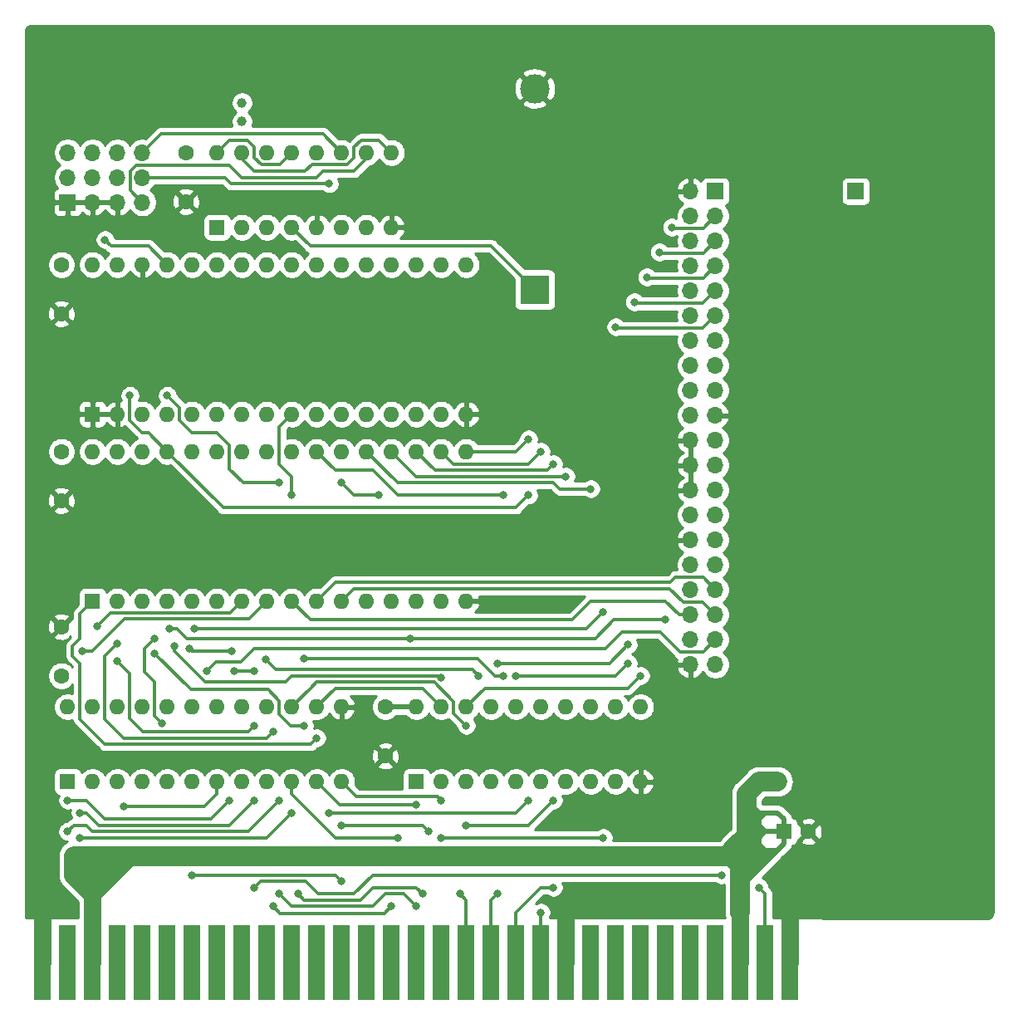
<source format=gbl>
%TF.GenerationSoftware,KiCad,Pcbnew,(5.1.9)-1*%
%TF.CreationDate,2021-05-05T16:33:14+08:00*%
%TF.ProjectId,Tandy1000Essentials,54616e64-7931-4303-9030-457373656e74,rev?*%
%TF.SameCoordinates,Original*%
%TF.FileFunction,Copper,L2,Bot*%
%TF.FilePolarity,Positive*%
%FSLAX46Y46*%
G04 Gerber Fmt 4.6, Leading zero omitted, Abs format (unit mm)*
G04 Created by KiCad (PCBNEW (5.1.9)-1) date 2021-05-05 16:33:14*
%MOMM*%
%LPD*%
G01*
G04 APERTURE LIST*
%TA.AperFunction,ComponentPad*%
%ADD10R,1.700000X1.700000*%
%TD*%
%TA.AperFunction,ComponentPad*%
%ADD11O,1.600000X1.600000*%
%TD*%
%TA.AperFunction,ComponentPad*%
%ADD12R,1.600000X1.600000*%
%TD*%
%TA.AperFunction,ComponentPad*%
%ADD13C,3.000000*%
%TD*%
%TA.AperFunction,ComponentPad*%
%ADD14R,3.000000X3.000000*%
%TD*%
%TA.AperFunction,ComponentPad*%
%ADD15C,1.600000*%
%TD*%
%TA.AperFunction,ComponentPad*%
%ADD16O,1.700000X1.700000*%
%TD*%
%TA.AperFunction,ComponentPad*%
%ADD17C,1.000000*%
%TD*%
%TA.AperFunction,ComponentPad*%
%ADD18C,6.500000*%
%TD*%
%TA.AperFunction,ConnectorPad*%
%ADD19R,1.780000X7.620000*%
%TD*%
%TA.AperFunction,ViaPad*%
%ADD20C,0.800000*%
%TD*%
%TA.AperFunction,ViaPad*%
%ADD21C,1.000000*%
%TD*%
%TA.AperFunction,Conductor*%
%ADD22C,0.300000*%
%TD*%
%TA.AperFunction,Conductor*%
%ADD23C,1.750000*%
%TD*%
%TA.AperFunction,Conductor*%
%ADD24C,0.500000*%
%TD*%
%TA.AperFunction,Conductor*%
%ADD25C,2.000000*%
%TD*%
%TA.AperFunction,Conductor*%
%ADD26C,0.254000*%
%TD*%
%TA.AperFunction,Conductor*%
%ADD27C,0.100000*%
%TD*%
G04 APERTURE END LIST*
D10*
%TO.P,J2,1*%
%TO.N,VCC*%
X181951000Y-59817000D03*
%TD*%
D11*
%TO.P,U1,32*%
%TO.N,VCC*%
X104140000Y-67310000D03*
%TO.P,U1,16*%
%TO.N,GND*%
X142240000Y-82550000D03*
%TO.P,U1,31*%
%TO.N,~MEMW*%
X106680000Y-67310000D03*
%TO.P,U1,15*%
%TO.N,D2_BUF*%
X139700000Y-82550000D03*
%TO.P,U1,30*%
%TO.N,GND*%
X109220000Y-67310000D03*
%TO.P,U1,14*%
%TO.N,D1_BUF*%
X137160000Y-82550000D03*
%TO.P,U1,29*%
%TO.N,ATA_ADDR_JUMPER*%
X111760000Y-67310000D03*
%TO.P,U1,13*%
%TO.N,D0_BUF*%
X134620000Y-82550000D03*
%TO.P,U1,28*%
%TO.N,A13*%
X114300000Y-67310000D03*
%TO.P,U1,12*%
%TO.N,A00*%
X132080000Y-82550000D03*
%TO.P,U1,27*%
%TO.N,A08*%
X116840000Y-67310000D03*
%TO.P,U1,11*%
%TO.N,A01*%
X129540000Y-82550000D03*
%TO.P,U1,26*%
%TO.N,A09*%
X119380000Y-67310000D03*
%TO.P,U1,10*%
%TO.N,A02*%
X127000000Y-82550000D03*
%TO.P,U1,25*%
%TO.N,A11*%
X121920000Y-67310000D03*
%TO.P,U1,9*%
%TO.N,A03*%
X124460000Y-82550000D03*
%TO.P,U1,24*%
%TO.N,~MEMR*%
X124460000Y-67310000D03*
%TO.P,U1,8*%
%TO.N,A04*%
X121920000Y-82550000D03*
%TO.P,U1,23*%
%TO.N,A10*%
X127000000Y-67310000D03*
%TO.P,U1,7*%
%TO.N,A05*%
X119380000Y-82550000D03*
%TO.P,U1,22*%
%TO.N,~CE~_BIOS*%
X129540000Y-67310000D03*
%TO.P,U1,6*%
%TO.N,A06*%
X116840000Y-82550000D03*
%TO.P,U1,21*%
%TO.N,D7_BUF*%
X132080000Y-67310000D03*
%TO.P,U1,5*%
%TO.N,A07*%
X114300000Y-82550000D03*
%TO.P,U1,20*%
%TO.N,D6_BUF*%
X134620000Y-67310000D03*
%TO.P,U1,4*%
%TO.N,A12*%
X111760000Y-82550000D03*
%TO.P,U1,19*%
%TO.N,D5_BUF*%
X137160000Y-67310000D03*
%TO.P,U1,3*%
%TO.N,V20_JUMPER*%
X109220000Y-82550000D03*
%TO.P,U1,18*%
%TO.N,D4_BUF*%
X139700000Y-67310000D03*
%TO.P,U1,2*%
%TO.N,GND*%
X106680000Y-82550000D03*
%TO.P,U1,17*%
%TO.N,D3_BUF*%
X142240000Y-67310000D03*
D12*
%TO.P,U1,1*%
%TO.N,GND*%
X104140000Y-82550000D03*
%TD*%
D11*
%TO.P,U4,16*%
%TO.N,VCC*%
X116840000Y-55880000D03*
%TO.P,U4,8*%
%TO.N,GND*%
X134620000Y-63500000D03*
%TO.P,U4,15*%
%TO.N,Net-(U4-Pad15)*%
X119380000Y-55880000D03*
%TO.P,U4,7*%
%TO.N,D0_BUF*%
X132080000Y-63500000D03*
%TO.P,U4,14*%
%TO.N,GND*%
X121920000Y-55880000D03*
%TO.P,U4,6*%
%TO.N,A00*%
X129540000Y-63500000D03*
%TO.P,U4,13*%
%TO.N,VCC*%
X124460000Y-55880000D03*
%TO.P,U4,5*%
%TO.N,GND*%
X127000000Y-63500000D03*
%TO.P,U4,12*%
%TO.N,~MEMR*%
X127000000Y-55880000D03*
%TO.P,U4,4*%
%TO.N,Net-(BAT1-Pad1)*%
X124460000Y-63500000D03*
%TO.P,U4,11*%
%TO.N,~CE~_BIOS_DECODE*%
X129540000Y-55880000D03*
%TO.P,U4,3*%
%TO.N,A02*%
X121920000Y-63500000D03*
%TO.P,U4,10*%
%TO.N,~CE~_BIOS_THRU*%
X132080000Y-55880000D03*
%TO.P,U4,2*%
%TO.N,/XTAL2*%
X119380000Y-63500000D03*
%TO.P,U4,9*%
%TO.N,Net-(U4-Pad15)*%
X134620000Y-55880000D03*
D12*
%TO.P,U4,1*%
%TO.N,/XTAL1*%
X116840000Y-63500000D03*
%TD*%
D11*
%TO.P,U5,32*%
%TO.N,VCC*%
X104140000Y-86360000D03*
%TO.P,U5,16*%
%TO.N,GND*%
X142240000Y-101600000D03*
%TO.P,U5,31*%
%TO.N,A15*%
X106680000Y-86360000D03*
%TO.P,U5,15*%
%TO.N,D2_BUF*%
X139700000Y-101600000D03*
%TO.P,U5,30*%
%TO.N,A17*%
X109220000Y-86360000D03*
%TO.P,U5,14*%
%TO.N,D1_BUF*%
X137160000Y-101600000D03*
%TO.P,U5,29*%
%TO.N,~MEMW*%
X111760000Y-86360000D03*
%TO.P,U5,13*%
%TO.N,D0_BUF*%
X134620000Y-101600000D03*
%TO.P,U5,28*%
%TO.N,A13*%
X114300000Y-86360000D03*
%TO.P,U5,12*%
%TO.N,A00*%
X132080000Y-101600000D03*
%TO.P,U5,27*%
%TO.N,A08*%
X116840000Y-86360000D03*
%TO.P,U5,11*%
%TO.N,A01*%
X129540000Y-101600000D03*
%TO.P,U5,26*%
%TO.N,A09*%
X119380000Y-86360000D03*
%TO.P,U5,10*%
%TO.N,A02*%
X127000000Y-101600000D03*
%TO.P,U5,25*%
%TO.N,A11*%
X121920000Y-86360000D03*
%TO.P,U5,9*%
%TO.N,A03*%
X124460000Y-101600000D03*
%TO.P,U5,24*%
%TO.N,~MEMR*%
X124460000Y-86360000D03*
%TO.P,U5,8*%
%TO.N,A04*%
X121920000Y-101600000D03*
%TO.P,U5,23*%
%TO.N,A10*%
X127000000Y-86360000D03*
%TO.P,U5,7*%
%TO.N,A05*%
X119380000Y-101600000D03*
%TO.P,U5,22*%
%TO.N,A19*%
X129540000Y-86360000D03*
%TO.P,U5,6*%
%TO.N,A06*%
X116840000Y-101600000D03*
%TO.P,U5,21*%
%TO.N,D7_BUF*%
X132080000Y-86360000D03*
%TO.P,U5,5*%
%TO.N,A07*%
X114300000Y-101600000D03*
%TO.P,U5,20*%
%TO.N,D6_BUF*%
X134620000Y-86360000D03*
%TO.P,U5,4*%
%TO.N,A12*%
X111760000Y-101600000D03*
%TO.P,U5,19*%
%TO.N,D5_BUF*%
X137160000Y-86360000D03*
%TO.P,U5,3*%
%TO.N,A14*%
X109220000Y-101600000D03*
%TO.P,U5,18*%
%TO.N,D4_BUF*%
X139700000Y-86360000D03*
%TO.P,U5,2*%
%TO.N,A16*%
X106680000Y-101600000D03*
%TO.P,U5,17*%
%TO.N,D3_BUF*%
X142240000Y-86360000D03*
D12*
%TO.P,U5,1*%
%TO.N,A18*%
X104140000Y-101600000D03*
%TD*%
D13*
%TO.P,BAT1,2*%
%TO.N,GND*%
X149225000Y-49360000D03*
D14*
%TO.P,BAT1,1*%
%TO.N,Net-(BAT1-Pad1)*%
X149225000Y-69850000D03*
%TD*%
D15*
%TO.P,C5,2*%
%TO.N,GND*%
X100965000Y-91360000D03*
%TO.P,C5,1*%
%TO.N,VCC*%
X100965000Y-86360000D03*
%TD*%
D16*
%TO.P,J3,11*%
%TO.N,~CE~_BIOS*%
X109220000Y-58420000D03*
%TO.P,J3,12*%
%TO.N,~CE~_BIOS_DECODE*%
X109220000Y-55880000D03*
%TO.P,J3,10*%
%TO.N,~CE~_BIOS_THRU*%
X109220000Y-60960000D03*
%TO.P,J3,9*%
%TO.N,VCC*%
X106680000Y-55880000D03*
%TO.P,J3,6*%
X104140000Y-55880000D03*
%TO.P,J3,3*%
X101600000Y-55880000D03*
%TO.P,J3,8*%
%TO.N,ROM_ADDR_JUMPER*%
X106680000Y-58420000D03*
%TO.P,J3,7*%
%TO.N,GND*%
X106680000Y-60960000D03*
%TO.P,J3,5*%
%TO.N,ATA_ADDR_JUMPER*%
X104140000Y-58420000D03*
%TO.P,J3,4*%
%TO.N,GND*%
X104140000Y-60960000D03*
%TO.P,J3,2*%
%TO.N,V20_JUMPER*%
X101600000Y-58420000D03*
D10*
%TO.P,J3,1*%
%TO.N,GND*%
X101600000Y-60960000D03*
%TD*%
D15*
%TO.P,C4,2*%
%TO.N,GND*%
X113665000Y-60880000D03*
%TO.P,C4,1*%
%TO.N,VCC*%
X113665000Y-55880000D03*
%TD*%
D17*
%TO.P,Y1,2*%
%TO.N,/XTAL2*%
X119380000Y-50805000D03*
%TO.P,Y1,1*%
%TO.N,/XTAL1*%
X119380000Y-52705000D03*
%TD*%
D11*
%TO.P,U3,24*%
%TO.N,VCC*%
X101600000Y-112395000D03*
%TO.P,U3,12*%
%TO.N,A19*%
X129540000Y-120015000D03*
%TO.P,U3,23*%
%TO.N,ATA_ADDR_JUMPER*%
X104140000Y-112395000D03*
%TO.P,U3,11*%
%TO.N,A18*%
X127000000Y-120015000D03*
%TO.P,U3,22*%
%TO.N,ROM_ADDR_JUMPER*%
X106680000Y-112395000D03*
%TO.P,U3,10*%
%TO.N,A17*%
X124460000Y-120015000D03*
%TO.P,U3,21*%
%TO.N,~IOR*%
X109220000Y-112395000D03*
%TO.P,U3,9*%
%TO.N,A16*%
X121920000Y-120015000D03*
%TO.P,U3,20*%
%TO.N,~RESET*%
X111760000Y-112395000D03*
%TO.P,U3,8*%
%TO.N,A15*%
X119380000Y-120015000D03*
%TO.P,U3,19*%
%TO.N,~CS1~_ATA*%
X114300000Y-112395000D03*
%TO.P,U3,7*%
%TO.N,A14*%
X116840000Y-120015000D03*
%TO.P,U3,18*%
%TO.N,~CE~_BIOS_DECODE*%
X116840000Y-112395000D03*
%TO.P,U3,6*%
%TO.N,A09*%
X114300000Y-120015000D03*
%TO.P,U3,17*%
%TO.N,RESET*%
X119380000Y-112395000D03*
%TO.P,U3,5*%
%TO.N,A08*%
X111760000Y-120015000D03*
%TO.P,U3,16*%
%TO.N,~MEMR*%
X121920000Y-112395000D03*
%TO.P,U3,4*%
%TO.N,A07*%
X109220000Y-120015000D03*
%TO.P,U3,15*%
%TO.N,~IOR_OR_MEMR*%
X124460000Y-112395000D03*
%TO.P,U3,3*%
%TO.N,A06*%
X106680000Y-120015000D03*
%TO.P,U3,14*%
%TO.N,~CE~_D_BUF*%
X127000000Y-112395000D03*
%TO.P,U3,2*%
%TO.N,A05*%
X104140000Y-120015000D03*
%TO.P,U3,13*%
%TO.N,GND*%
X129540000Y-112395000D03*
D12*
%TO.P,U3,1*%
%TO.N,A04*%
X101600000Y-120015000D03*
%TD*%
D16*
%TO.P,J1,40*%
%TO.N,GND*%
X165100000Y-108077000D03*
%TO.P,J1,39*%
%TO.N,Net-(J1-Pad39)*%
X167640000Y-108077000D03*
%TO.P,J1,38*%
%TO.N,VCC*%
X165100000Y-105537000D03*
%TO.P,J1,37*%
%TO.N,~CS1~_ATA*%
X167640000Y-105537000D03*
%TO.P,J1,36*%
%TO.N,A03*%
X165100000Y-102997000D03*
%TO.P,J1,35*%
%TO.N,A01*%
X167640000Y-102997000D03*
%TO.P,J1,34*%
%TO.N,Net-(J1-Pad34)*%
X165100000Y-100457000D03*
%TO.P,J1,33*%
%TO.N,A02*%
X167640000Y-100457000D03*
%TO.P,J1,32*%
%TO.N,Net-(J1-Pad32)*%
X165100000Y-97917000D03*
%TO.P,J1,31*%
%TO.N,Net-(J1-Pad31)*%
X167640000Y-97917000D03*
%TO.P,J1,30*%
%TO.N,GND*%
X165100000Y-95377000D03*
%TO.P,J1,29*%
%TO.N,VCC*%
X167640000Y-95377000D03*
%TO.P,J1,28*%
%TO.N,Net-(J1-Pad28)*%
X165100000Y-92837000D03*
%TO.P,J1,27*%
%TO.N,Net-(J1-Pad27)*%
X167640000Y-92837000D03*
%TO.P,J1,26*%
%TO.N,GND*%
X165100000Y-90297000D03*
%TO.P,J1,25*%
%TO.N,~IOR*%
X167640000Y-90297000D03*
%TO.P,J1,24*%
%TO.N,GND*%
X165100000Y-87757000D03*
%TO.P,J1,23*%
%TO.N,~IOW*%
X167640000Y-87757000D03*
%TO.P,J1,22*%
%TO.N,GND*%
X165100000Y-85217000D03*
%TO.P,J1,21*%
%TO.N,Net-(J1-Pad21)*%
X167640000Y-85217000D03*
%TO.P,J1,20*%
%TO.N,Net-(J1-Pad20)*%
X165100000Y-82677000D03*
%TO.P,J1,19*%
%TO.N,GND*%
X167640000Y-82677000D03*
%TO.P,J1,18*%
%TO.N,Net-(J1-Pad18)*%
X165100000Y-80137000D03*
%TO.P,J1,17*%
%TO.N,D0_BUF*%
X167640000Y-80137000D03*
%TO.P,J1,16*%
%TO.N,Net-(J1-Pad16)*%
X165100000Y-77597000D03*
%TO.P,J1,15*%
%TO.N,D1_BUF*%
X167640000Y-77597000D03*
%TO.P,J1,14*%
%TO.N,Net-(J1-Pad14)*%
X165100000Y-75057000D03*
%TO.P,J1,13*%
%TO.N,D2_BUF*%
X167640000Y-75057000D03*
%TO.P,J1,12*%
%TO.N,Net-(J1-Pad12)*%
X165100000Y-72517000D03*
%TO.P,J1,11*%
%TO.N,D3_BUF*%
X167640000Y-72517000D03*
%TO.P,J1,10*%
%TO.N,Net-(J1-Pad10)*%
X165100000Y-69977000D03*
%TO.P,J1,9*%
%TO.N,D4_BUF*%
X167640000Y-69977000D03*
%TO.P,J1,8*%
%TO.N,Net-(J1-Pad8)*%
X165100000Y-67437000D03*
%TO.P,J1,7*%
%TO.N,D5_BUF*%
X167640000Y-67437000D03*
%TO.P,J1,6*%
%TO.N,Net-(J1-Pad6)*%
X165100000Y-64897000D03*
%TO.P,J1,5*%
%TO.N,D6_BUF*%
X167640000Y-64897000D03*
%TO.P,J1,4*%
%TO.N,Net-(J1-Pad4)*%
X165100000Y-62357000D03*
%TO.P,J1,3*%
%TO.N,D7_BUF*%
X167640000Y-62357000D03*
%TO.P,J1,2*%
%TO.N,GND*%
X165100000Y-59817000D03*
D10*
%TO.P,J1,1*%
%TO.N,~RESET*%
X167640000Y-59817000D03*
%TD*%
D18*
%TO.P,H4,1*%
%TO.N,GND*%
X192913000Y-116713000D03*
%TD*%
D15*
%TO.P,C6,2*%
%TO.N,GND*%
X177125000Y-125095000D03*
D12*
%TO.P,C6,1*%
%TO.N,VCC*%
X174625000Y-125095000D03*
%TD*%
D15*
%TO.P,C3,2*%
%TO.N,GND*%
X133985000Y-117395000D03*
%TO.P,C3,1*%
%TO.N,VCC*%
X133985000Y-112395000D03*
%TD*%
%TO.P,C2,2*%
%TO.N,GND*%
X100965000Y-104220000D03*
%TO.P,C2,1*%
%TO.N,VCC*%
X100965000Y-109220000D03*
%TD*%
%TO.P,C1,2*%
%TO.N,GND*%
X100965000Y-72310000D03*
%TO.P,C1,1*%
%TO.N,VCC*%
X100965000Y-67310000D03*
%TD*%
D11*
%TO.P,U2,20*%
%TO.N,VCC*%
X137160000Y-112395000D03*
%TO.P,U2,10*%
%TO.N,GND*%
X160020000Y-120015000D03*
%TO.P,U2,19*%
%TO.N,~CE~_D_BUF*%
X139700000Y-112395000D03*
%TO.P,U2,9*%
%TO.N,D7*%
X157480000Y-120015000D03*
%TO.P,U2,18*%
%TO.N,D0_BUF*%
X142240000Y-112395000D03*
%TO.P,U2,8*%
%TO.N,D6*%
X154940000Y-120015000D03*
%TO.P,U2,17*%
%TO.N,D1_BUF*%
X144780000Y-112395000D03*
%TO.P,U2,7*%
%TO.N,D5*%
X152400000Y-120015000D03*
%TO.P,U2,16*%
%TO.N,D2_BUF*%
X147320000Y-112395000D03*
%TO.P,U2,6*%
%TO.N,D4*%
X149860000Y-120015000D03*
%TO.P,U2,15*%
%TO.N,D3_BUF*%
X149860000Y-112395000D03*
%TO.P,U2,5*%
%TO.N,D3*%
X147320000Y-120015000D03*
%TO.P,U2,14*%
%TO.N,D4_BUF*%
X152400000Y-112395000D03*
%TO.P,U2,4*%
%TO.N,D2*%
X144780000Y-120015000D03*
%TO.P,U2,13*%
%TO.N,D5_BUF*%
X154940000Y-112395000D03*
%TO.P,U2,3*%
%TO.N,D1*%
X142240000Y-120015000D03*
%TO.P,U2,12*%
%TO.N,D6_BUF*%
X157480000Y-112395000D03*
%TO.P,U2,2*%
%TO.N,D0*%
X139700000Y-120015000D03*
%TO.P,U2,11*%
%TO.N,D7_BUF*%
X160020000Y-112395000D03*
D12*
%TO.P,U2,1*%
%TO.N,~IOR_OR_MEMR*%
X137160000Y-120015000D03*
%TD*%
D18*
%TO.P,H3,1*%
%TO.N,GND*%
X166370000Y-116713000D03*
%TD*%
%TO.P,H1,1*%
%TO.N,GND*%
X166370000Y-51181000D03*
%TD*%
%TO.P,H2,1*%
%TO.N,GND*%
X192913000Y-51181000D03*
%TD*%
D19*
%TO.P,J4,31*%
%TO.N,GND*%
X99060000Y-138430000D03*
%TO.P,J4,30*%
%TO.N,Net-(J4-Pad30)*%
X101600000Y-138430000D03*
%TO.P,J4,29*%
%TO.N,VCC*%
X104140000Y-138430000D03*
%TO.P,J4,28*%
%TO.N,Net-(J4-Pad28)*%
X106680000Y-138430000D03*
%TO.P,J4,27*%
%TO.N,Net-(J4-Pad27)*%
X109220000Y-138430000D03*
%TO.P,J4,26*%
%TO.N,Net-(J4-Pad26)*%
X111760000Y-138430000D03*
%TO.P,J4,25*%
%TO.N,Net-(J4-Pad25)*%
X114300000Y-138430000D03*
%TO.P,J4,24*%
%TO.N,Net-(J4-Pad24)*%
X116840000Y-138430000D03*
%TO.P,J4,23*%
%TO.N,Net-(J4-Pad23)*%
X119380000Y-138430000D03*
%TO.P,J4,22*%
%TO.N,Net-(J4-Pad22)*%
X121920000Y-138430000D03*
%TO.P,J4,21*%
%TO.N,Net-(J4-Pad21)*%
X124460000Y-138430000D03*
%TO.P,J4,20*%
%TO.N,Net-(J4-Pad20)*%
X127000000Y-138430000D03*
%TO.P,J4,19*%
%TO.N,Net-(J4-Pad19)*%
X129540000Y-138430000D03*
%TO.P,J4,18*%
%TO.N,Net-(J4-Pad18)*%
X132080000Y-138430000D03*
%TO.P,J4,17*%
%TO.N,Net-(J4-Pad17)*%
X134620000Y-138430000D03*
%TO.P,J4,16*%
%TO.N,Net-(J4-Pad16)*%
X137160000Y-138430000D03*
%TO.P,J4,15*%
%TO.N,Net-(J4-Pad15)*%
X139700000Y-138430000D03*
%TO.P,J4,14*%
%TO.N,~IOR*%
X142240000Y-138430000D03*
%TO.P,J4,13*%
%TO.N,~IOW*%
X144780000Y-138430000D03*
%TO.P,J4,12*%
%TO.N,~MEMR*%
X147320000Y-138430000D03*
%TO.P,J4,11*%
%TO.N,~MEMW*%
X149860000Y-138430000D03*
%TO.P,J4,10*%
%TO.N,GND*%
X152400000Y-138430000D03*
%TO.P,J4,9*%
%TO.N,Net-(J4-Pad9)*%
X154940000Y-138430000D03*
%TO.P,J4,8*%
%TO.N,Net-(J4-Pad8)*%
X157480000Y-138430000D03*
%TO.P,J4,7*%
%TO.N,Net-(J4-Pad7)*%
X160020000Y-138430000D03*
%TO.P,J4,6*%
%TO.N,Net-(J4-Pad6)*%
X162560000Y-138430000D03*
%TO.P,J4,5*%
%TO.N,Net-(J4-Pad5)*%
X165100000Y-138430000D03*
%TO.P,J4,4*%
%TO.N,Net-(J4-Pad4)*%
X167640000Y-138430000D03*
%TO.P,J4,3*%
%TO.N,VCC*%
X170180000Y-138430000D03*
%TO.P,J4,2*%
%TO.N,RESET*%
X172720000Y-138430000D03*
%TO.P,J4,1*%
%TO.N,GND*%
X175260000Y-138430000D03*
%TD*%
D20*
%TO.N,A00*%
X102870000Y-125730000D03*
X124460000Y-123190000D03*
%TO.N,A01*%
X101600000Y-125095000D03*
X123190000Y-121920006D03*
%TO.N,A02*%
X120650000Y-121920000D03*
X102870000Y-123190000D03*
%TO.N,A03*%
X101600000Y-121920000D03*
X118110000Y-121920000D03*
X124460000Y-90805000D03*
%TO.N,A04*%
X103124000Y-106680000D03*
%TO.N,A05*%
X104648000Y-104140000D03*
%TO.N,A06*%
X118364014Y-106679992D03*
X114046000Y-106426000D03*
%TO.N,A10*%
X148590000Y-121920000D03*
X128270012Y-123190000D03*
X146050000Y-90805000D03*
%TO.N,A11*%
X143510000Y-109220000D03*
X138430000Y-125095000D03*
X129540000Y-124460000D03*
X121793004Y-107568996D03*
%TO.N,A12*%
X114300000Y-129540000D03*
X129540000Y-130175000D03*
X111252000Y-114046000D03*
X110490000Y-105410000D03*
%TO.N,A13*%
X139700000Y-109400010D03*
X112522000Y-106172000D03*
%TO.N,A15*%
X137160000Y-132715000D03*
X123190000Y-131445000D03*
X120650000Y-114300000D03*
X106680000Y-107696000D03*
%TO.N,A16*%
X125095000Y-131445000D03*
X137795000Y-131445000D03*
X122555000Y-114935000D03*
X106680000Y-105918000D03*
%TO.N,A17*%
X135255000Y-125730000D03*
X125730000Y-114300000D03*
X110490000Y-106934002D03*
%TO.N,A18*%
X127000000Y-115570000D03*
X137160000Y-122380000D03*
%TO.N,A19*%
X129540000Y-89535000D03*
X133350000Y-90805000D03*
X139700000Y-121920000D03*
D21*
%TO.N,GND*%
X175260000Y-130810000D03*
X175260000Y-132715000D03*
X170815000Y-93345000D03*
X170815000Y-97155000D03*
X170815000Y-99060000D03*
X170815000Y-100965000D03*
X170815000Y-91440000D03*
X170815000Y-89535000D03*
X144780000Y-82550000D03*
X160655000Y-123190000D03*
X156845000Y-123190000D03*
X158750000Y-123190000D03*
X162560000Y-85089984D03*
X162560000Y-87630000D03*
X162568468Y-90813468D03*
X98425000Y-48895000D03*
X98425000Y-46990000D03*
X98425000Y-46990000D03*
X98425000Y-45085000D03*
X99695000Y-45085000D03*
X99695000Y-46990000D03*
X99695000Y-48895000D03*
X144780000Y-101600000D03*
X167005000Y-132080000D03*
X165735002Y-130810000D03*
X142240000Y-97790000D03*
X144780000Y-97790000D03*
X142240000Y-94615000D03*
X144780000Y-94615000D03*
X144780000Y-67945000D03*
X144780000Y-63500000D03*
X144780000Y-69850000D03*
X144780000Y-61595000D03*
X128651000Y-117475000D03*
X128651000Y-114935000D03*
X162560000Y-125095000D03*
X160655000Y-125095000D03*
X158750000Y-125095000D03*
%TO.N,VCC*%
X102235000Y-127635000D03*
X102235000Y-129540000D03*
D20*
X132080000Y-127635000D03*
X130810000Y-127635000D03*
D21*
X173990000Y-120015000D03*
X172085000Y-120015000D03*
D20*
X129540000Y-127635000D03*
%TO.N,~IOR*%
X162560000Y-103505000D03*
X141605000Y-131445000D03*
X136525002Y-105410000D03*
X112014000Y-104394000D03*
%TO.N,~IOW*%
X145415000Y-131445000D03*
X156210000Y-125730000D03*
X139699991Y-125729991D03*
%TO.N,~MEMR*%
X146050000Y-109220000D03*
X151130000Y-130810000D03*
X125729990Y-107441990D03*
%TO.N,~MEMW*%
X107950000Y-80645000D03*
X149860000Y-133350000D03*
X151130000Y-121920000D03*
X142240000Y-124460000D03*
X148590000Y-90805000D03*
%TO.N,RESET*%
X172085000Y-130810000D03*
X168275000Y-129540000D03*
X120650000Y-130810006D03*
%TO.N,~CS1~_ATA*%
X115824003Y-108712003D03*
%TO.N,D0_BUF*%
X160020000Y-109220000D03*
%TO.N,D1_BUF*%
X145415000Y-107950000D03*
X158750000Y-106045000D03*
%TO.N,D2_BUF*%
X147320000Y-109220000D03*
X158750000Y-107950000D03*
%TO.N,D3_BUF*%
X157479994Y-73660000D03*
X148590000Y-85089994D03*
%TO.N,D4_BUF*%
X159385000Y-71120000D03*
X149860000Y-86359994D03*
%TO.N,D5_BUF*%
X160655000Y-68580000D03*
X151130000Y-87630000D03*
%TO.N,D6_BUF*%
X161925000Y-66040000D03*
X152400000Y-88900014D03*
%TO.N,D7_BUF*%
X163195000Y-63500000D03*
X154940000Y-90170000D03*
%TO.N,~RESET*%
X156168399Y-102727406D03*
X114554000Y-104394000D03*
%TO.N,~CE~_BIOS*%
X128270000Y-59055010D03*
%TO.N,ATA_ADDR_JUMPER*%
X105410000Y-64770000D03*
%TO.N,A14*%
X134620000Y-132715000D03*
X122555000Y-132715000D03*
X107314992Y-122555000D03*
%TO.N,~IOR_OR_MEMR*%
X142240000Y-114300000D03*
%TO.N,~CE~_BIOS_DECODE*%
X111760000Y-80645000D03*
X120649982Y-108712000D03*
X118617998Y-108712000D03*
X123190000Y-89535000D03*
%TD*%
D22*
%TO.N,A00*%
X102870000Y-125730000D02*
X121920000Y-125730000D01*
X121920000Y-125730000D02*
X124460000Y-123190000D01*
%TO.N,A01*%
X101600000Y-125095000D02*
X102235014Y-124459986D01*
X102235014Y-124459986D02*
X103505014Y-124459986D01*
X103505014Y-124459986D02*
X104140014Y-125094986D01*
X104140014Y-125094986D02*
X120015020Y-125094986D01*
X120015020Y-125094986D02*
X123190000Y-121920006D01*
X162961099Y-100330000D02*
X130810000Y-100330000D01*
X164348100Y-101717001D02*
X162961099Y-100330000D01*
X130810000Y-100330000D02*
X129540000Y-101600000D01*
X166360001Y-101717001D02*
X164348100Y-101717001D01*
X167640000Y-102997000D02*
X166360001Y-101717001D01*
%TO.N,A02*%
X167640000Y-100457000D02*
X166379999Y-99196999D01*
X165222001Y-99182001D02*
X163830000Y-99182001D01*
X165236999Y-99196999D02*
X165222001Y-99182001D01*
X166379999Y-99196999D02*
X165236999Y-99196999D01*
X128905000Y-99695000D02*
X127000000Y-101600000D01*
X163066751Y-99695000D02*
X128905000Y-99695000D01*
X163579750Y-99182001D02*
X163066751Y-99695000D01*
X163830000Y-99182001D02*
X163579750Y-99182001D01*
X104775000Y-124460000D02*
X118110000Y-124460000D01*
X103505000Y-123190000D02*
X104775000Y-124460000D01*
X118110000Y-124460000D02*
X120650000Y-121920000D01*
X102870000Y-123190000D02*
X103505000Y-123190000D01*
%TO.N,A03*%
X116205000Y-123825000D02*
X118110000Y-121920000D01*
X105410000Y-123825000D02*
X116205000Y-123825000D01*
X103505000Y-121920000D02*
X105410000Y-123825000D01*
X101600000Y-121920000D02*
X103505000Y-121920000D01*
X153035000Y-103505000D02*
X126365000Y-103505000D01*
X126365000Y-103505000D02*
X124460000Y-101600000D01*
X154940000Y-101600000D02*
X153035000Y-103505000D01*
X162560000Y-101600000D02*
X154940000Y-101600000D01*
X163957000Y-102997000D02*
X162560000Y-101600000D01*
X165100000Y-102997000D02*
X163957000Y-102997000D01*
X124460000Y-82550000D02*
X123190000Y-83820000D01*
X123190000Y-83820000D02*
X123190000Y-87630000D01*
X123190000Y-87630000D02*
X124460000Y-88900000D01*
X124460000Y-88900000D02*
X124460000Y-90805000D01*
%TO.N,A04*%
X104140000Y-106680000D02*
X103124000Y-106680000D01*
X107414988Y-103405012D02*
X104140000Y-106680000D01*
X120114988Y-103405012D02*
X107414988Y-103405012D01*
X121920000Y-101600000D02*
X120114988Y-103405012D01*
%TO.N,A05*%
X118164999Y-102815001D02*
X105972999Y-102815001D01*
X105972999Y-102815001D02*
X104648000Y-104140000D01*
X119380000Y-101600000D02*
X118164999Y-102815001D01*
%TO.N,A06*%
X114299992Y-106679992D02*
X114046000Y-106426000D01*
X118364014Y-106679992D02*
X114299992Y-106679992D01*
%TO.N,A10*%
X148590000Y-121920000D02*
X147320000Y-123190000D01*
X147320000Y-123190000D02*
X128270012Y-123190000D01*
X132715000Y-88265000D02*
X128905000Y-88265000D01*
X128905000Y-88265000D02*
X127000000Y-86360000D01*
X135255000Y-90805000D02*
X132715000Y-88265000D01*
X146050000Y-90805000D02*
X135255000Y-90805000D01*
%TO.N,A11*%
X138430000Y-125095000D02*
X137795000Y-124460000D01*
X137795000Y-124460000D02*
X129540000Y-124460000D01*
X122809008Y-108585000D02*
X121793004Y-107568996D01*
X142875000Y-108585000D02*
X122809008Y-108585000D01*
X143510000Y-109220000D02*
X142875000Y-108585000D01*
%TO.N,A12*%
X114300000Y-129540000D02*
X128905000Y-129540000D01*
X128905000Y-129540000D02*
X129540000Y-130175000D01*
X110490000Y-113284000D02*
X111252000Y-114046000D01*
X110490000Y-109855000D02*
X110490000Y-113284000D01*
X109474000Y-108839000D02*
X110490000Y-109855000D01*
X109474000Y-106426000D02*
X109474000Y-108839000D01*
X110490000Y-105410000D02*
X109474000Y-106426000D01*
%TO.N,A13*%
X112522000Y-106737685D02*
X112522000Y-106172000D01*
X115639315Y-109855000D02*
X112522000Y-106737685D01*
X123825000Y-109855000D02*
X115639315Y-109855000D01*
X124460000Y-109220000D02*
X123825000Y-109855000D01*
X139519990Y-109220000D02*
X124460000Y-109220000D01*
X139700000Y-109400010D02*
X139519990Y-109220000D01*
%TO.N,A15*%
X135890000Y-131445000D02*
X137160000Y-132715000D01*
X133985000Y-131445000D02*
X135890000Y-131445000D01*
X132715000Y-132715000D02*
X133985000Y-131445000D01*
X124460000Y-132715000D02*
X132715000Y-132715000D01*
X123190000Y-131445000D02*
X124460000Y-132715000D01*
X109291207Y-114935011D02*
X107950000Y-113593804D01*
X120650000Y-114300000D02*
X120014989Y-114935011D01*
X120014989Y-114935011D02*
X109291207Y-114935011D01*
X107950000Y-108966000D02*
X106680000Y-107696000D01*
X107950000Y-113593804D02*
X107950000Y-108966000D01*
%TO.N,A16*%
X137160000Y-130810000D02*
X132715000Y-130810000D01*
X137795000Y-131445000D02*
X137160000Y-130810000D01*
X125095000Y-131445000D02*
X125730000Y-132080000D01*
X125730000Y-132080000D02*
X131445000Y-132080000D01*
X131445000Y-132080000D02*
X132715000Y-130810000D01*
X105410000Y-111125000D02*
X105410000Y-113665000D01*
X105410000Y-113665000D02*
X107315000Y-115570000D01*
X107315000Y-115570000D02*
X121920000Y-115570000D01*
X121920000Y-115570000D02*
X122555000Y-114935000D01*
X105410000Y-107188000D02*
X106680000Y-105918000D01*
X105410000Y-111125000D02*
X105410000Y-107188000D01*
%TO.N,A17*%
X124460000Y-121285000D02*
X124460000Y-120015000D01*
X128905000Y-125730000D02*
X124460000Y-121285000D01*
X135255000Y-125730000D02*
X128905000Y-125730000D01*
X114166011Y-110610013D02*
X110490000Y-106934002D01*
X122040013Y-110610013D02*
X114166011Y-110610013D01*
X123190000Y-113122343D02*
X123190000Y-111760000D01*
X123190000Y-111760000D02*
X122040013Y-110610013D01*
X124367657Y-114300000D02*
X123190000Y-113122343D01*
X125730000Y-114300000D02*
X124367657Y-114300000D01*
%TO.N,A18*%
X129365000Y-122380000D02*
X127000000Y-120015000D01*
X137160000Y-122380000D02*
X129365000Y-122380000D01*
X102870000Y-113665000D02*
X105410000Y-116205000D01*
X126365000Y-116205000D02*
X127000000Y-115570000D01*
X105410000Y-116205000D02*
X126365000Y-116205000D01*
X102870000Y-107950000D02*
X102870000Y-113665000D01*
X102108000Y-107188000D02*
X102870000Y-107950000D01*
X102108000Y-106172000D02*
X102108000Y-107188000D01*
X102870000Y-105410000D02*
X102108000Y-106172000D01*
X102870000Y-102870000D02*
X102870000Y-105410000D01*
X104140000Y-101600000D02*
X102870000Y-102870000D01*
%TO.N,A19*%
X130810000Y-90805000D02*
X133350000Y-90805000D01*
X129540000Y-89535000D02*
X130810000Y-90805000D01*
X131045001Y-121520001D02*
X129540000Y-120015000D01*
X139300001Y-121520001D02*
X131045001Y-121520001D01*
X139700000Y-121920000D02*
X139300001Y-121520001D01*
D23*
%TO.N,GND*%
X175260000Y-132715000D02*
X175260000Y-130810000D01*
X175260000Y-138430000D02*
X175260000Y-132715000D01*
X99060000Y-138430000D02*
X99060000Y-126365000D01*
D24*
X170815000Y-93345000D02*
X170815000Y-97155000D01*
X170815000Y-97155000D02*
X170815000Y-99060000D01*
X170815000Y-99060000D02*
X170815000Y-100965000D01*
X152400000Y-132715000D02*
X154305000Y-130810000D01*
X166370000Y-122555000D02*
X166370000Y-116713000D01*
X165735000Y-123190000D02*
X166370000Y-122555000D01*
X160655000Y-123190000D02*
X165735000Y-123190000D01*
X160655000Y-123190000D02*
X156845000Y-123190000D01*
X98425000Y-125730000D02*
X99060000Y-126365000D01*
D22*
X98425000Y-48895000D02*
X98425000Y-46990000D01*
X98425000Y-46990000D02*
X98425000Y-45085000D01*
X98425000Y-45085000D02*
X99695000Y-45085000D01*
X98425000Y-46990000D02*
X99695000Y-46990000D01*
X98425000Y-48895000D02*
X99695000Y-48895000D01*
D24*
X98425000Y-48895000D02*
X98425000Y-125730000D01*
X154305000Y-130810000D02*
X165735002Y-130810000D01*
X166235001Y-131309999D02*
X165735002Y-130810000D01*
X167005000Y-132080000D02*
X166235001Y-131309999D01*
D23*
X152400000Y-138430000D02*
X152400000Y-133350000D01*
D24*
X160655000Y-123190000D02*
X162560000Y-125095000D01*
X162560000Y-125095000D02*
X158750000Y-125095000D01*
D25*
%TO.N,VCC*%
X170180000Y-133350000D02*
X170180000Y-130175000D01*
D23*
X170180000Y-138430000D02*
X170180000Y-133350000D01*
D25*
X102235000Y-127635000D02*
X102235000Y-129540000D01*
D24*
X174625000Y-125095000D02*
X174625000Y-126365000D01*
X174625000Y-125095000D02*
X172720000Y-125095000D01*
X174625000Y-126365000D02*
X173990000Y-127000000D01*
D25*
X171450000Y-127000000D02*
X171450000Y-128270000D01*
D24*
X172085000Y-128270000D02*
X171450000Y-128270000D01*
X173355000Y-127000000D02*
X172085000Y-128270000D01*
X173355000Y-127000000D02*
X172720000Y-127000000D01*
X172720000Y-127000000D02*
X171450000Y-128270000D01*
X172085000Y-128905000D02*
X171450000Y-128905000D01*
X173990000Y-127000000D02*
X172085000Y-128905000D01*
X172720000Y-127000000D02*
X171450000Y-125730000D01*
X174625000Y-123825000D02*
X173990000Y-123190000D01*
X174625000Y-125095000D02*
X174625000Y-123825000D01*
X172720000Y-123190000D02*
X172085000Y-123825000D01*
X173990000Y-123190000D02*
X172720000Y-123190000D01*
X172085000Y-124460000D02*
X172085000Y-123825000D01*
X172720000Y-125095000D02*
X172085000Y-124460000D01*
X168275000Y-127000000D02*
X167005000Y-127000000D01*
X172720000Y-123190000D02*
X172085000Y-123190000D01*
X172720000Y-123190000D02*
X169545000Y-126365000D01*
X172720000Y-125095000D02*
X172085000Y-125730000D01*
X172085000Y-127000000D02*
X171450000Y-127000000D01*
X172720000Y-127000000D02*
X172085000Y-127000000D01*
X170815000Y-126365000D02*
X170180000Y-126365000D01*
X170180000Y-126365000D02*
X169545000Y-127000000D01*
X172085000Y-125095000D02*
X170815000Y-126365000D01*
X172085000Y-124460000D02*
X172085000Y-125095000D01*
X172085000Y-125095000D02*
X172085000Y-127000000D01*
X171450000Y-125730000D02*
X170815000Y-126365000D01*
X172085000Y-125730000D02*
X171450000Y-125730000D01*
X172720000Y-125095000D02*
X171450000Y-125095000D01*
X171450000Y-125095000D02*
X170180000Y-126365000D01*
X172085000Y-124460000D02*
X171450000Y-125095000D01*
X171450000Y-128270000D02*
X171450000Y-128905000D01*
X170815000Y-130175000D02*
X172085000Y-128905000D01*
X170180000Y-130175000D02*
X170815000Y-130175000D01*
X173355000Y-127000000D02*
X170180000Y-130175000D01*
X173990000Y-127000000D02*
X173355000Y-127000000D01*
D25*
X170180000Y-130175000D02*
X170180000Y-128270000D01*
X102870000Y-127635000D02*
X102870000Y-127635000D01*
X102870000Y-128905000D02*
X102870000Y-128905000D01*
X170815000Y-126365000D02*
X170815000Y-121285000D01*
X172085000Y-120015000D02*
X173990000Y-120015000D01*
X170815000Y-121285000D02*
X172085000Y-120015000D01*
D24*
X172085000Y-123190000D02*
X171450000Y-122555000D01*
X170180000Y-128905000D02*
X168275000Y-127000000D01*
X170180000Y-130175000D02*
X170180000Y-128905000D01*
X170180000Y-129540000D02*
X167640000Y-127000000D01*
X170180000Y-130175000D02*
X170180000Y-129540000D01*
D25*
X167005000Y-127635000D02*
X167640000Y-127635000D01*
D24*
X133985000Y-112395000D02*
X137160000Y-112395000D01*
D22*
X121336799Y-57095001D02*
X120650000Y-56408202D01*
X123244999Y-57095001D02*
X121336799Y-57095001D01*
X124460000Y-55880000D02*
X123244999Y-57095001D01*
X120650000Y-55351798D02*
X119908202Y-54610000D01*
X120650000Y-56408202D02*
X120650000Y-55351798D01*
X118110000Y-54610000D02*
X116840000Y-55880000D01*
X119908202Y-54610000D02*
X118110000Y-54610000D01*
D25*
X106680000Y-127635000D02*
X102235000Y-127635000D01*
X167005000Y-127635000D02*
X106680000Y-127635000D01*
X102235000Y-129540000D02*
X104140000Y-131445000D01*
X107950000Y-127635000D02*
X104140000Y-131445000D01*
X105410000Y-128270000D02*
X105410000Y-128270000D01*
D24*
X168910000Y-126365000D02*
X170180000Y-127635000D01*
D25*
X170180000Y-127635000D02*
X171450000Y-127635000D01*
X167640000Y-127635000D02*
X170180000Y-127635000D01*
D24*
X172085000Y-123190000D02*
X168910000Y-126365000D01*
X168910000Y-126365000D02*
X168275000Y-127000000D01*
X168910000Y-126365000D02*
X170815000Y-126365000D01*
X169545000Y-126365000D02*
X169545000Y-127000000D01*
D25*
X104140000Y-127635000D02*
X104140000Y-131445000D01*
D23*
X104140000Y-136525000D02*
X104140000Y-131445000D01*
X104140000Y-138430000D02*
X104140000Y-136525000D01*
D22*
%TO.N,~IOR*%
X142240000Y-132080000D02*
X141605000Y-131445000D01*
X142240000Y-138430000D02*
X142240000Y-132080000D01*
X155389742Y-105410000D02*
X136525002Y-105410000D01*
X157294742Y-103505000D02*
X155389742Y-105410000D01*
X162560000Y-103505000D02*
X157294742Y-103505000D01*
X112776000Y-104394000D02*
X112014000Y-104394000D01*
X113792000Y-105410000D02*
X112776000Y-104394000D01*
X136525002Y-105410000D02*
X113792000Y-105410000D01*
%TO.N,~IOW*%
X144780000Y-132080000D02*
X145415000Y-131445000D01*
X144780000Y-138430000D02*
X144780000Y-132080000D01*
X156210000Y-125730000D02*
X139700000Y-125730000D01*
X139700000Y-125730000D02*
X139699991Y-125729991D01*
%TO.N,~MEMR*%
X147320000Y-133350000D02*
X147320000Y-138430000D01*
X151130000Y-130810000D02*
X149860000Y-130810000D01*
X149860000Y-130810000D02*
X147320000Y-133350000D01*
X143390782Y-107441990D02*
X125729990Y-107441990D01*
X145168792Y-109220000D02*
X143390782Y-107441990D01*
X146050000Y-109220000D02*
X145168792Y-109220000D01*
%TO.N,~MEMW*%
X149860000Y-138430000D02*
X149860000Y-133350000D01*
X148590000Y-124460000D02*
X142240000Y-124460000D01*
X151130000Y-121920000D02*
X148590000Y-124460000D01*
X107950000Y-83185000D02*
X107950000Y-80645000D01*
X109220000Y-84455000D02*
X107950000Y-83185000D01*
X109855000Y-84455000D02*
X109220000Y-84455000D01*
X111760000Y-86360000D02*
X109855000Y-84455000D01*
X117475000Y-92075000D02*
X111760000Y-86360000D01*
X147320000Y-92075000D02*
X117475000Y-92075000D01*
X148590000Y-90805000D02*
X147320000Y-92075000D01*
%TO.N,RESET*%
X172720000Y-131445000D02*
X172720000Y-138430000D01*
X172085000Y-130810000D02*
X172720000Y-131445000D01*
X121285006Y-130175000D02*
X120650000Y-130810006D01*
X125894986Y-130175000D02*
X121285006Y-130175000D01*
X127164986Y-131445000D02*
X125894986Y-130175000D01*
X130810000Y-131445000D02*
X127164986Y-131445000D01*
X132715000Y-129540000D02*
X130810000Y-131445000D01*
X168275000Y-129540000D02*
X132715000Y-129540000D01*
%TO.N,~CS1~_ATA*%
X167640000Y-105537000D02*
X166379999Y-106797001D01*
X120614408Y-106426000D02*
X119236407Y-107804001D01*
X166379999Y-106797001D02*
X164018199Y-106797001D01*
X164018199Y-106797001D02*
X161996198Y-104775000D01*
X161996198Y-104775000D02*
X158115000Y-104775000D01*
X158115000Y-104775000D02*
X156464000Y-106426000D01*
X116732005Y-107804001D02*
X115824003Y-108712003D01*
X156464000Y-106426000D02*
X120614408Y-106426000D01*
X119236407Y-107804001D02*
X116732005Y-107804001D01*
%TO.N,D0_BUF*%
X142240000Y-112395000D02*
X144145000Y-110490000D01*
X144145000Y-110490000D02*
X158750000Y-110490000D01*
X158750000Y-110490000D02*
X160020000Y-109220000D01*
%TO.N,D1_BUF*%
X156845000Y-107950000D02*
X158750000Y-106045000D01*
X145415000Y-107950000D02*
X156845000Y-107950000D01*
%TO.N,D2_BUF*%
X157480000Y-109220000D02*
X158750000Y-107950000D01*
X147320000Y-109220000D02*
X157480000Y-109220000D01*
%TO.N,D3_BUF*%
X166360001Y-73796999D02*
X157616993Y-73796999D01*
X157616993Y-73796999D02*
X157479994Y-73660000D01*
X167640000Y-72517000D02*
X166360001Y-73796999D01*
X147319994Y-86360000D02*
X148590000Y-85089994D01*
X142240000Y-86360000D02*
X147319994Y-86360000D01*
%TO.N,D4_BUF*%
X166360001Y-71256999D02*
X167640000Y-69977000D01*
X159521999Y-71256999D02*
X159385000Y-71120000D01*
X166360001Y-71256999D02*
X159521999Y-71256999D01*
X148589994Y-87630000D02*
X149860000Y-86359994D01*
X140970000Y-87630000D02*
X148589994Y-87630000D01*
X139700000Y-86360000D02*
X140970000Y-87630000D01*
%TO.N,D5_BUF*%
X166379999Y-68697001D02*
X167640000Y-67437000D01*
X160772001Y-68697001D02*
X160655000Y-68580000D01*
X166379999Y-68697001D02*
X160772001Y-68697001D01*
X150495000Y-88265000D02*
X151130000Y-87630000D01*
X139065000Y-88265000D02*
X150495000Y-88265000D01*
X137160000Y-86360000D02*
X139065000Y-88265000D01*
%TO.N,D6_BUF*%
X166379999Y-66157001D02*
X167640000Y-64897000D01*
X162042001Y-66157001D02*
X161925000Y-66040000D01*
X166379999Y-66157001D02*
X162042001Y-66157001D01*
X152399986Y-88900000D02*
X152400000Y-88900014D01*
X137160000Y-88900000D02*
X152399986Y-88900000D01*
X134620000Y-86360000D02*
X137160000Y-88900000D01*
%TO.N,D7_BUF*%
X166379999Y-63617001D02*
X167640000Y-62357000D01*
X163312001Y-63617001D02*
X163195000Y-63500000D01*
X166379999Y-63617001D02*
X163312001Y-63617001D01*
X151130000Y-89535000D02*
X135255000Y-89535000D01*
X135255000Y-89535000D02*
X132080000Y-86360000D01*
X151765000Y-90170000D02*
X151130000Y-89535000D01*
X154940000Y-90170000D02*
X151765000Y-90170000D01*
%TO.N,~RESET*%
X154501805Y-104394000D02*
X114554000Y-104394000D01*
X156168399Y-102727406D02*
X154501805Y-104394000D01*
%TO.N,~CE~_BIOS*%
X118268760Y-59055010D02*
X128270000Y-59055010D01*
X117633750Y-58420000D02*
X118268760Y-59055010D01*
X109220000Y-58420000D02*
X117633750Y-58420000D01*
%TO.N,~CE~_D_BUF*%
X137795000Y-110490000D02*
X139700000Y-112395000D01*
X128905000Y-110490000D02*
X137795000Y-110490000D01*
X127000000Y-112395000D02*
X128905000Y-110490000D01*
%TO.N,ATA_ADDR_JUMPER*%
X111760000Y-67310000D02*
X109855000Y-65405000D01*
X109855000Y-65405000D02*
X106045000Y-65405000D01*
X106045000Y-65405000D02*
X105410000Y-64770000D01*
%TO.N,A14*%
X133902501Y-133432499D02*
X134620000Y-132715000D01*
X123272499Y-133432499D02*
X133902501Y-133432499D01*
X122555000Y-132715000D02*
X123272499Y-133432499D01*
X115570000Y-122555000D02*
X107314992Y-122555000D01*
X116840000Y-121285000D02*
X115570000Y-122555000D01*
X116840000Y-120015000D02*
X116840000Y-121285000D01*
%TO.N,~IOR_OR_MEMR*%
X126365000Y-110490000D02*
X124460000Y-112395000D01*
X138956186Y-109855000D02*
X127000000Y-109855000D01*
X140970000Y-111868814D02*
X138956186Y-109855000D01*
X140970000Y-113030000D02*
X140970000Y-111868814D01*
X127000000Y-109855000D02*
X126365000Y-110490000D01*
X142240000Y-114300000D02*
X140970000Y-113030000D01*
%TO.N,Net-(BAT1-Pad1)*%
X144780000Y-65405000D02*
X149225000Y-69850000D01*
X126365000Y-65405000D02*
X135255000Y-65405000D01*
X124460000Y-63500000D02*
X126365000Y-65405000D01*
X135255000Y-65405000D02*
X144780000Y-65405000D01*
%TO.N,Net-(U4-Pad15)*%
X119380000Y-56515000D02*
X119380000Y-55880000D01*
X120650000Y-57785000D02*
X119380000Y-56515000D01*
X125809375Y-57785000D02*
X120650000Y-57785000D01*
X126501474Y-57092901D02*
X125809375Y-57785000D01*
X130117901Y-57092901D02*
X126501474Y-57092901D01*
X130810000Y-55359198D02*
X130810000Y-56400802D01*
X131559198Y-54610000D02*
X130810000Y-55359198D01*
X133350000Y-54610000D02*
X131559198Y-54610000D01*
X130810000Y-56400802D02*
X130117901Y-57092901D01*
X134620000Y-55880000D02*
X133350000Y-54610000D01*
%TO.N,~CE~_BIOS_DECODE*%
X111125000Y-53975000D02*
X109220000Y-55880000D01*
X127635000Y-53975000D02*
X111125000Y-53975000D01*
X127635000Y-53975000D02*
X129540000Y-55880000D01*
X120649982Y-108712000D02*
X118617998Y-108712000D01*
X113030000Y-83185000D02*
X114300000Y-84455000D01*
X111760000Y-80645000D02*
X113030000Y-81915000D01*
X113030000Y-81915000D02*
X113030000Y-83185000D01*
X119486798Y-89535000D02*
X123190000Y-89535000D01*
X114300000Y-84455000D02*
X116840000Y-84455000D01*
X116840000Y-84455000D02*
X118110000Y-85725000D01*
X118110000Y-85725000D02*
X118110000Y-88158202D01*
X118110000Y-88158202D02*
X119486798Y-89535000D01*
%TO.N,~CE~_BIOS_THRU*%
X132080000Y-56515000D02*
X132080000Y-55880000D01*
X127000000Y-58420000D02*
X127635000Y-57785000D01*
X118110000Y-57150000D02*
X119380000Y-58420000D01*
X108625198Y-57150000D02*
X118110000Y-57150000D01*
X119380000Y-58420000D02*
X127000000Y-58420000D01*
X107959999Y-57815199D02*
X108625198Y-57150000D01*
X130810000Y-57785000D02*
X132080000Y-56515000D01*
X107959999Y-59699999D02*
X107959999Y-57815199D01*
X127635000Y-57785000D02*
X130810000Y-57785000D01*
X109220000Y-60960000D02*
X107959999Y-59699999D01*
%TD*%
D26*
%TO.N,GND*%
X195443869Y-42965722D02*
X195557246Y-42999953D01*
X195661819Y-43055555D01*
X195753596Y-43130407D01*
X195829091Y-43221664D01*
X195885419Y-43325844D01*
X195920440Y-43438976D01*
X195936000Y-43587022D01*
X195936000Y-48836266D01*
X195649428Y-48624177D01*
X193092605Y-51181000D01*
X195649428Y-53737823D01*
X195936000Y-53525734D01*
X195936001Y-114368267D01*
X195649428Y-114156177D01*
X193092605Y-116713000D01*
X195649428Y-119269823D01*
X195936001Y-119057733D01*
X195936001Y-133317711D01*
X195921278Y-133467869D01*
X195887047Y-133581246D01*
X195831446Y-133685817D01*
X195756594Y-133777595D01*
X195665335Y-133853091D01*
X195561160Y-133909419D01*
X195448024Y-133944440D01*
X195299979Y-133960000D01*
X178559492Y-133960000D01*
X178552333Y-133936399D01*
X178540597Y-133914443D01*
X178524803Y-133895197D01*
X178505557Y-133879403D01*
X178483601Y-133867667D01*
X178459776Y-133860440D01*
X178435000Y-133858000D01*
X173505000Y-133858000D01*
X173505000Y-131483556D01*
X173508797Y-131445000D01*
X173505000Y-131406440D01*
X173505000Y-131406439D01*
X173498241Y-131337812D01*
X173493642Y-131291113D01*
X173448754Y-131143140D01*
X173432037Y-131111865D01*
X173375862Y-131006767D01*
X173277764Y-130887236D01*
X173247811Y-130862654D01*
X173120000Y-130734843D01*
X173120000Y-130708061D01*
X173080226Y-130508102D01*
X173002205Y-130319744D01*
X172888937Y-130150226D01*
X172744774Y-130006063D01*
X172575256Y-129892795D01*
X172415116Y-129826462D01*
X172680049Y-129561530D01*
X172713817Y-129533817D01*
X172741534Y-129500044D01*
X174585049Y-127656530D01*
X174618817Y-127628817D01*
X174646533Y-127595046D01*
X174646536Y-127595042D01*
X175220049Y-127021530D01*
X175253817Y-126993817D01*
X175281533Y-126960046D01*
X175364411Y-126859059D01*
X175446589Y-126705314D01*
X175497195Y-126538490D01*
X175498441Y-126525839D01*
X175549482Y-126520812D01*
X175669180Y-126484502D01*
X175779494Y-126425537D01*
X175876185Y-126346185D01*
X175955537Y-126249494D01*
X176014502Y-126139180D01*
X176030117Y-126087702D01*
X176311903Y-126087702D01*
X176383486Y-126331671D01*
X176638996Y-126452571D01*
X176913184Y-126521300D01*
X177195512Y-126535217D01*
X177475130Y-126493787D01*
X177741292Y-126398603D01*
X177866514Y-126331671D01*
X177938097Y-126087702D01*
X177125000Y-125274605D01*
X176311903Y-126087702D01*
X176030117Y-126087702D01*
X176050812Y-126019482D01*
X176063072Y-125895000D01*
X176063072Y-125887785D01*
X176132298Y-125908097D01*
X176945395Y-125095000D01*
X177304605Y-125095000D01*
X178117702Y-125908097D01*
X178361671Y-125836514D01*
X178482571Y-125581004D01*
X178551300Y-125306816D01*
X178565217Y-125024488D01*
X178523787Y-124744870D01*
X178428603Y-124478708D01*
X178361671Y-124353486D01*
X178117702Y-124281903D01*
X177304605Y-125095000D01*
X176945395Y-125095000D01*
X176132298Y-124281903D01*
X176063072Y-124302215D01*
X176063072Y-124295000D01*
X176050812Y-124170518D01*
X176030118Y-124102298D01*
X176311903Y-124102298D01*
X177125000Y-124915395D01*
X177938097Y-124102298D01*
X177866514Y-123858329D01*
X177611004Y-123737429D01*
X177336816Y-123668700D01*
X177054488Y-123654783D01*
X176774870Y-123696213D01*
X176508708Y-123791397D01*
X176383486Y-123858329D01*
X176311903Y-124102298D01*
X176030118Y-124102298D01*
X176014502Y-124050820D01*
X175955537Y-123940506D01*
X175876185Y-123843815D01*
X175779494Y-123764463D01*
X175669180Y-123705498D01*
X175549482Y-123669188D01*
X175498441Y-123664161D01*
X175497195Y-123651510D01*
X175472687Y-123570718D01*
X175446589Y-123484686D01*
X175364411Y-123330941D01*
X175281532Y-123229953D01*
X175281530Y-123229951D01*
X175253817Y-123196183D01*
X175220049Y-123168470D01*
X174646534Y-122594956D01*
X174618817Y-122561183D01*
X174484059Y-122450589D01*
X174330313Y-122368411D01*
X174163490Y-122317805D01*
X174033477Y-122305000D01*
X174033469Y-122305000D01*
X173990000Y-122300719D01*
X173946531Y-122305000D01*
X172763469Y-122305000D01*
X172720000Y-122300719D01*
X172719999Y-122300719D01*
X172702913Y-122302402D01*
X172676531Y-122305000D01*
X172451579Y-122305000D01*
X172450000Y-122303421D01*
X172450000Y-121962238D01*
X172762239Y-121650000D01*
X174070322Y-121650000D01*
X174310516Y-121626343D01*
X174618715Y-121532852D01*
X174902752Y-121381031D01*
X175151714Y-121176714D01*
X175356031Y-120927752D01*
X175507852Y-120643715D01*
X175601343Y-120335516D01*
X175632911Y-120015000D01*
X175601343Y-119694484D01*
X175527007Y-119449428D01*
X190356177Y-119449428D01*
X190722365Y-119944216D01*
X191394837Y-120309501D01*
X192125650Y-120536575D01*
X192886721Y-120616710D01*
X193648803Y-120546828D01*
X194382608Y-120329614D01*
X195059936Y-119973416D01*
X195103635Y-119944216D01*
X195469823Y-119449428D01*
X192913000Y-116892605D01*
X190356177Y-119449428D01*
X175527007Y-119449428D01*
X175507852Y-119386285D01*
X175356031Y-119102248D01*
X175151714Y-118853286D01*
X174902752Y-118648969D01*
X174618715Y-118497148D01*
X174310516Y-118403657D01*
X174070322Y-118380000D01*
X172165319Y-118380000D01*
X172084999Y-118372089D01*
X172004680Y-118380000D01*
X172004678Y-118380000D01*
X171764484Y-118403657D01*
X171456285Y-118497148D01*
X171172248Y-118648969D01*
X170923286Y-118853286D01*
X170872079Y-118915682D01*
X169715682Y-120072080D01*
X169653287Y-120123286D01*
X169483959Y-120329614D01*
X169448970Y-120372248D01*
X169297148Y-120656286D01*
X169203658Y-120964484D01*
X169172089Y-121285000D01*
X169180001Y-121365329D01*
X169180000Y-124843421D01*
X168314958Y-125708464D01*
X168314953Y-125708468D01*
X168314951Y-125708470D01*
X168281183Y-125736183D01*
X168253470Y-125769951D01*
X168023421Y-126000000D01*
X157211571Y-126000000D01*
X157245000Y-125831939D01*
X157245000Y-125628061D01*
X157205226Y-125428102D01*
X157127205Y-125239744D01*
X157013937Y-125070226D01*
X156869774Y-124926063D01*
X156700256Y-124812795D01*
X156511898Y-124734774D01*
X156311939Y-124695000D01*
X156108061Y-124695000D01*
X155908102Y-124734774D01*
X155719744Y-124812795D01*
X155550226Y-124926063D01*
X155531289Y-124945000D01*
X149215157Y-124945000D01*
X151205158Y-122955000D01*
X151231939Y-122955000D01*
X151431898Y-122915226D01*
X151620256Y-122837205D01*
X151789774Y-122723937D01*
X151933937Y-122579774D01*
X152047205Y-122410256D01*
X152125226Y-122221898D01*
X152165000Y-122021939D01*
X152165000Y-121818061D01*
X152125226Y-121618102D01*
X152047205Y-121429744D01*
X152030401Y-121404595D01*
X152258665Y-121450000D01*
X152541335Y-121450000D01*
X152818574Y-121394853D01*
X153079727Y-121286680D01*
X153314759Y-121129637D01*
X153514637Y-120929759D01*
X153670000Y-120697241D01*
X153825363Y-120929759D01*
X154025241Y-121129637D01*
X154260273Y-121286680D01*
X154521426Y-121394853D01*
X154798665Y-121450000D01*
X155081335Y-121450000D01*
X155358574Y-121394853D01*
X155619727Y-121286680D01*
X155854759Y-121129637D01*
X156054637Y-120929759D01*
X156210000Y-120697241D01*
X156365363Y-120929759D01*
X156565241Y-121129637D01*
X156800273Y-121286680D01*
X157061426Y-121394853D01*
X157338665Y-121450000D01*
X157621335Y-121450000D01*
X157898574Y-121394853D01*
X158159727Y-121286680D01*
X158394759Y-121129637D01*
X158594637Y-120929759D01*
X158751680Y-120694727D01*
X158756067Y-120684135D01*
X158867615Y-120870131D01*
X159056586Y-121078519D01*
X159282580Y-121246037D01*
X159536913Y-121366246D01*
X159670961Y-121406904D01*
X159893000Y-121284915D01*
X159893000Y-120142000D01*
X160147000Y-120142000D01*
X160147000Y-121284915D01*
X160369039Y-121406904D01*
X160503087Y-121366246D01*
X160757420Y-121246037D01*
X160983414Y-121078519D01*
X161172385Y-120870131D01*
X161317070Y-120628881D01*
X161411909Y-120364040D01*
X161290624Y-120142000D01*
X160147000Y-120142000D01*
X159893000Y-120142000D01*
X159873000Y-120142000D01*
X159873000Y-119888000D01*
X159893000Y-119888000D01*
X159893000Y-118745085D01*
X160147000Y-118745085D01*
X160147000Y-119888000D01*
X161290624Y-119888000D01*
X161411909Y-119665960D01*
X161334370Y-119449428D01*
X163813177Y-119449428D01*
X164179365Y-119944216D01*
X164851837Y-120309501D01*
X165582650Y-120536575D01*
X166343721Y-120616710D01*
X167105803Y-120546828D01*
X167839608Y-120329614D01*
X168516936Y-119973416D01*
X168560635Y-119944216D01*
X168926823Y-119449428D01*
X166370000Y-116892605D01*
X163813177Y-119449428D01*
X161334370Y-119449428D01*
X161317070Y-119401119D01*
X161172385Y-119159869D01*
X160983414Y-118951481D01*
X160757420Y-118783963D01*
X160503087Y-118663754D01*
X160369039Y-118623096D01*
X160147000Y-118745085D01*
X159893000Y-118745085D01*
X159670961Y-118623096D01*
X159536913Y-118663754D01*
X159282580Y-118783963D01*
X159056586Y-118951481D01*
X158867615Y-119159869D01*
X158756067Y-119345865D01*
X158751680Y-119335273D01*
X158594637Y-119100241D01*
X158394759Y-118900363D01*
X158159727Y-118743320D01*
X157898574Y-118635147D01*
X157621335Y-118580000D01*
X157338665Y-118580000D01*
X157061426Y-118635147D01*
X156800273Y-118743320D01*
X156565241Y-118900363D01*
X156365363Y-119100241D01*
X156210000Y-119332759D01*
X156054637Y-119100241D01*
X155854759Y-118900363D01*
X155619727Y-118743320D01*
X155358574Y-118635147D01*
X155081335Y-118580000D01*
X154798665Y-118580000D01*
X154521426Y-118635147D01*
X154260273Y-118743320D01*
X154025241Y-118900363D01*
X153825363Y-119100241D01*
X153670000Y-119332759D01*
X153514637Y-119100241D01*
X153314759Y-118900363D01*
X153079727Y-118743320D01*
X152818574Y-118635147D01*
X152541335Y-118580000D01*
X152258665Y-118580000D01*
X151981426Y-118635147D01*
X151720273Y-118743320D01*
X151485241Y-118900363D01*
X151285363Y-119100241D01*
X151130000Y-119332759D01*
X150974637Y-119100241D01*
X150774759Y-118900363D01*
X150539727Y-118743320D01*
X150278574Y-118635147D01*
X150001335Y-118580000D01*
X149718665Y-118580000D01*
X149441426Y-118635147D01*
X149180273Y-118743320D01*
X148945241Y-118900363D01*
X148745363Y-119100241D01*
X148590000Y-119332759D01*
X148434637Y-119100241D01*
X148234759Y-118900363D01*
X147999727Y-118743320D01*
X147738574Y-118635147D01*
X147461335Y-118580000D01*
X147178665Y-118580000D01*
X146901426Y-118635147D01*
X146640273Y-118743320D01*
X146405241Y-118900363D01*
X146205363Y-119100241D01*
X146050000Y-119332759D01*
X145894637Y-119100241D01*
X145694759Y-118900363D01*
X145459727Y-118743320D01*
X145198574Y-118635147D01*
X144921335Y-118580000D01*
X144638665Y-118580000D01*
X144361426Y-118635147D01*
X144100273Y-118743320D01*
X143865241Y-118900363D01*
X143665363Y-119100241D01*
X143510000Y-119332759D01*
X143354637Y-119100241D01*
X143154759Y-118900363D01*
X142919727Y-118743320D01*
X142658574Y-118635147D01*
X142381335Y-118580000D01*
X142098665Y-118580000D01*
X141821426Y-118635147D01*
X141560273Y-118743320D01*
X141325241Y-118900363D01*
X141125363Y-119100241D01*
X140970000Y-119332759D01*
X140814637Y-119100241D01*
X140614759Y-118900363D01*
X140379727Y-118743320D01*
X140118574Y-118635147D01*
X139841335Y-118580000D01*
X139558665Y-118580000D01*
X139281426Y-118635147D01*
X139020273Y-118743320D01*
X138785241Y-118900363D01*
X138586643Y-119098961D01*
X138585812Y-119090518D01*
X138549502Y-118970820D01*
X138490537Y-118860506D01*
X138411185Y-118763815D01*
X138314494Y-118684463D01*
X138204180Y-118625498D01*
X138084482Y-118589188D01*
X137960000Y-118576928D01*
X136360000Y-118576928D01*
X136235518Y-118589188D01*
X136115820Y-118625498D01*
X136005506Y-118684463D01*
X135908815Y-118763815D01*
X135829463Y-118860506D01*
X135770498Y-118970820D01*
X135734188Y-119090518D01*
X135721928Y-119215000D01*
X135721928Y-120735001D01*
X131370158Y-120735001D01*
X130944554Y-120309397D01*
X130975000Y-120156335D01*
X130975000Y-119873665D01*
X130919853Y-119596426D01*
X130811680Y-119335273D01*
X130654637Y-119100241D01*
X130454759Y-118900363D01*
X130219727Y-118743320D01*
X129958574Y-118635147D01*
X129681335Y-118580000D01*
X129398665Y-118580000D01*
X129121426Y-118635147D01*
X128860273Y-118743320D01*
X128625241Y-118900363D01*
X128425363Y-119100241D01*
X128270000Y-119332759D01*
X128114637Y-119100241D01*
X127914759Y-118900363D01*
X127679727Y-118743320D01*
X127418574Y-118635147D01*
X127141335Y-118580000D01*
X126858665Y-118580000D01*
X126581426Y-118635147D01*
X126320273Y-118743320D01*
X126085241Y-118900363D01*
X125885363Y-119100241D01*
X125730000Y-119332759D01*
X125574637Y-119100241D01*
X125374759Y-118900363D01*
X125139727Y-118743320D01*
X124878574Y-118635147D01*
X124601335Y-118580000D01*
X124318665Y-118580000D01*
X124041426Y-118635147D01*
X123780273Y-118743320D01*
X123545241Y-118900363D01*
X123345363Y-119100241D01*
X123190000Y-119332759D01*
X123034637Y-119100241D01*
X122834759Y-118900363D01*
X122599727Y-118743320D01*
X122338574Y-118635147D01*
X122061335Y-118580000D01*
X121778665Y-118580000D01*
X121501426Y-118635147D01*
X121240273Y-118743320D01*
X121005241Y-118900363D01*
X120805363Y-119100241D01*
X120650000Y-119332759D01*
X120494637Y-119100241D01*
X120294759Y-118900363D01*
X120059727Y-118743320D01*
X119798574Y-118635147D01*
X119521335Y-118580000D01*
X119238665Y-118580000D01*
X118961426Y-118635147D01*
X118700273Y-118743320D01*
X118465241Y-118900363D01*
X118265363Y-119100241D01*
X118110000Y-119332759D01*
X117954637Y-119100241D01*
X117754759Y-118900363D01*
X117519727Y-118743320D01*
X117258574Y-118635147D01*
X116981335Y-118580000D01*
X116698665Y-118580000D01*
X116421426Y-118635147D01*
X116160273Y-118743320D01*
X115925241Y-118900363D01*
X115725363Y-119100241D01*
X115570000Y-119332759D01*
X115414637Y-119100241D01*
X115214759Y-118900363D01*
X114979727Y-118743320D01*
X114718574Y-118635147D01*
X114441335Y-118580000D01*
X114158665Y-118580000D01*
X113881426Y-118635147D01*
X113620273Y-118743320D01*
X113385241Y-118900363D01*
X113185363Y-119100241D01*
X113030000Y-119332759D01*
X112874637Y-119100241D01*
X112674759Y-118900363D01*
X112439727Y-118743320D01*
X112178574Y-118635147D01*
X111901335Y-118580000D01*
X111618665Y-118580000D01*
X111341426Y-118635147D01*
X111080273Y-118743320D01*
X110845241Y-118900363D01*
X110645363Y-119100241D01*
X110490000Y-119332759D01*
X110334637Y-119100241D01*
X110134759Y-118900363D01*
X109899727Y-118743320D01*
X109638574Y-118635147D01*
X109361335Y-118580000D01*
X109078665Y-118580000D01*
X108801426Y-118635147D01*
X108540273Y-118743320D01*
X108305241Y-118900363D01*
X108105363Y-119100241D01*
X107950000Y-119332759D01*
X107794637Y-119100241D01*
X107594759Y-118900363D01*
X107359727Y-118743320D01*
X107098574Y-118635147D01*
X106821335Y-118580000D01*
X106538665Y-118580000D01*
X106261426Y-118635147D01*
X106000273Y-118743320D01*
X105765241Y-118900363D01*
X105565363Y-119100241D01*
X105410000Y-119332759D01*
X105254637Y-119100241D01*
X105054759Y-118900363D01*
X104819727Y-118743320D01*
X104558574Y-118635147D01*
X104281335Y-118580000D01*
X103998665Y-118580000D01*
X103721426Y-118635147D01*
X103460273Y-118743320D01*
X103225241Y-118900363D01*
X103026643Y-119098961D01*
X103025812Y-119090518D01*
X102989502Y-118970820D01*
X102930537Y-118860506D01*
X102851185Y-118763815D01*
X102754494Y-118684463D01*
X102644180Y-118625498D01*
X102524482Y-118589188D01*
X102400000Y-118576928D01*
X100800000Y-118576928D01*
X100675518Y-118589188D01*
X100555820Y-118625498D01*
X100445506Y-118684463D01*
X100348815Y-118763815D01*
X100269463Y-118860506D01*
X100210498Y-118970820D01*
X100174188Y-119090518D01*
X100161928Y-119215000D01*
X100161928Y-120815000D01*
X100174188Y-120939482D01*
X100210498Y-121059180D01*
X100269463Y-121169494D01*
X100348815Y-121266185D01*
X100445506Y-121345537D01*
X100555820Y-121404502D01*
X100675518Y-121440812D01*
X100678105Y-121441067D01*
X100604774Y-121618102D01*
X100565000Y-121818061D01*
X100565000Y-122021939D01*
X100604774Y-122221898D01*
X100682795Y-122410256D01*
X100796063Y-122579774D01*
X100940226Y-122723937D01*
X101109744Y-122837205D01*
X101298102Y-122915226D01*
X101498061Y-122955000D01*
X101701939Y-122955000D01*
X101868039Y-122921961D01*
X101835000Y-123088061D01*
X101835000Y-123291939D01*
X101874774Y-123491898D01*
X101952795Y-123680256D01*
X101977806Y-123717687D01*
X101933154Y-123731232D01*
X101796781Y-123804124D01*
X101741157Y-123849774D01*
X101707201Y-123877641D01*
X101707198Y-123877644D01*
X101677250Y-123902222D01*
X101652671Y-123932171D01*
X101524842Y-124060000D01*
X101498061Y-124060000D01*
X101298102Y-124099774D01*
X101109744Y-124177795D01*
X100940226Y-124291063D01*
X100796063Y-124435226D01*
X100682795Y-124604744D01*
X100604774Y-124793102D01*
X100565000Y-124993061D01*
X100565000Y-125196939D01*
X100604774Y-125396898D01*
X100682795Y-125585256D01*
X100796063Y-125754774D01*
X100940226Y-125898937D01*
X101109744Y-126012205D01*
X101298102Y-126090226D01*
X101498061Y-126130000D01*
X101582241Y-126130000D01*
X101322248Y-126268969D01*
X101073286Y-126473286D01*
X100868969Y-126722248D01*
X100717148Y-127006285D01*
X100623657Y-127314484D01*
X100592089Y-127635000D01*
X100600000Y-127715323D01*
X100600001Y-129459671D01*
X100592089Y-129540000D01*
X100623658Y-129860516D01*
X100717148Y-130168714D01*
X100825683Y-130371768D01*
X100868970Y-130452752D01*
X101073287Y-130701714D01*
X101135682Y-130752920D01*
X102630001Y-132247240D01*
X102630001Y-133858000D01*
X97307000Y-133858000D01*
X97307000Y-118387702D01*
X133171903Y-118387702D01*
X133243486Y-118631671D01*
X133498996Y-118752571D01*
X133773184Y-118821300D01*
X134055512Y-118835217D01*
X134335130Y-118793787D01*
X134601292Y-118698603D01*
X134726514Y-118631671D01*
X134798097Y-118387702D01*
X133985000Y-117574605D01*
X133171903Y-118387702D01*
X97307000Y-118387702D01*
X97307000Y-117465512D01*
X132544783Y-117465512D01*
X132586213Y-117745130D01*
X132681397Y-118011292D01*
X132748329Y-118136514D01*
X132992298Y-118208097D01*
X133805395Y-117395000D01*
X134164605Y-117395000D01*
X134977702Y-118208097D01*
X135221671Y-118136514D01*
X135342571Y-117881004D01*
X135411300Y-117606816D01*
X135425217Y-117324488D01*
X135383787Y-117044870D01*
X135288603Y-116778708D01*
X135239436Y-116686721D01*
X162466290Y-116686721D01*
X162536172Y-117448803D01*
X162753386Y-118182608D01*
X163109584Y-118859936D01*
X163138784Y-118903635D01*
X163633572Y-119269823D01*
X166190395Y-116713000D01*
X166549605Y-116713000D01*
X169106428Y-119269823D01*
X169601216Y-118903635D01*
X169966501Y-118231163D01*
X170193575Y-117500350D01*
X170273710Y-116739279D01*
X170268891Y-116686721D01*
X189009290Y-116686721D01*
X189079172Y-117448803D01*
X189296386Y-118182608D01*
X189652584Y-118859936D01*
X189681784Y-118903635D01*
X190176572Y-119269823D01*
X192733395Y-116713000D01*
X190176572Y-114156177D01*
X189681784Y-114522365D01*
X189316499Y-115194837D01*
X189089425Y-115925650D01*
X189009290Y-116686721D01*
X170268891Y-116686721D01*
X170203828Y-115977197D01*
X169986614Y-115243392D01*
X169630416Y-114566064D01*
X169601216Y-114522365D01*
X169106428Y-114156177D01*
X166549605Y-116713000D01*
X166190395Y-116713000D01*
X163633572Y-114156177D01*
X163138784Y-114522365D01*
X162773499Y-115194837D01*
X162546425Y-115925650D01*
X162466290Y-116686721D01*
X135239436Y-116686721D01*
X135221671Y-116653486D01*
X134977702Y-116581903D01*
X134164605Y-117395000D01*
X133805395Y-117395000D01*
X132992298Y-116581903D01*
X132748329Y-116653486D01*
X132627429Y-116908996D01*
X132558700Y-117183184D01*
X132544783Y-117465512D01*
X97307000Y-117465512D01*
X97307000Y-109078665D01*
X99530000Y-109078665D01*
X99530000Y-109361335D01*
X99585147Y-109638574D01*
X99693320Y-109899727D01*
X99850363Y-110134759D01*
X100050241Y-110334637D01*
X100285273Y-110491680D01*
X100546426Y-110599853D01*
X100823665Y-110655000D01*
X101106335Y-110655000D01*
X101383574Y-110599853D01*
X101644727Y-110491680D01*
X101879759Y-110334637D01*
X102079637Y-110134759D01*
X102085000Y-110126732D01*
X102085001Y-111042662D01*
X102018574Y-111015147D01*
X101741335Y-110960000D01*
X101458665Y-110960000D01*
X101181426Y-111015147D01*
X100920273Y-111123320D01*
X100685241Y-111280363D01*
X100485363Y-111480241D01*
X100328320Y-111715273D01*
X100220147Y-111976426D01*
X100165000Y-112253665D01*
X100165000Y-112536335D01*
X100220147Y-112813574D01*
X100328320Y-113074727D01*
X100485363Y-113309759D01*
X100685241Y-113509637D01*
X100920273Y-113666680D01*
X101181426Y-113774853D01*
X101458665Y-113830000D01*
X101741335Y-113830000D01*
X102018574Y-113774853D01*
X102089143Y-113745622D01*
X102096359Y-113818886D01*
X102141246Y-113966859D01*
X102168472Y-114017795D01*
X102214139Y-114103233D01*
X102249330Y-114146113D01*
X102287655Y-114192812D01*
X102287659Y-114192816D01*
X102312237Y-114222764D01*
X102342185Y-114247342D01*
X104827658Y-116732816D01*
X104852236Y-116762764D01*
X104882184Y-116787342D01*
X104882187Y-116787345D01*
X104911559Y-116811450D01*
X104971767Y-116860862D01*
X105108140Y-116933754D01*
X105221672Y-116968194D01*
X105256112Y-116978641D01*
X105270490Y-116980057D01*
X105371439Y-116990000D01*
X105371446Y-116990000D01*
X105409999Y-116993797D01*
X105448552Y-116990000D01*
X126326447Y-116990000D01*
X126365000Y-116993797D01*
X126403553Y-116990000D01*
X126403561Y-116990000D01*
X126518887Y-116978641D01*
X126666860Y-116933754D01*
X126803233Y-116860862D01*
X126922764Y-116762764D01*
X126947347Y-116732810D01*
X127075157Y-116605000D01*
X127101939Y-116605000D01*
X127301898Y-116565226D01*
X127490256Y-116487205D01*
X127617328Y-116402298D01*
X133171903Y-116402298D01*
X133985000Y-117215395D01*
X134798097Y-116402298D01*
X134726514Y-116158329D01*
X134471004Y-116037429D01*
X134196816Y-115968700D01*
X133914488Y-115954783D01*
X133634870Y-115996213D01*
X133368708Y-116091397D01*
X133243486Y-116158329D01*
X133171903Y-116402298D01*
X127617328Y-116402298D01*
X127659774Y-116373937D01*
X127803937Y-116229774D01*
X127917205Y-116060256D01*
X127995226Y-115871898D01*
X128035000Y-115671939D01*
X128035000Y-115468061D01*
X127995226Y-115268102D01*
X127917205Y-115079744D01*
X127803937Y-114910226D01*
X127659774Y-114766063D01*
X127490256Y-114652795D01*
X127301898Y-114574774D01*
X127101939Y-114535000D01*
X126898061Y-114535000D01*
X126731961Y-114568039D01*
X126765000Y-114401939D01*
X126765000Y-114198061D01*
X126725226Y-113998102D01*
X126647205Y-113809744D01*
X126630401Y-113784595D01*
X126858665Y-113830000D01*
X127141335Y-113830000D01*
X127418574Y-113774853D01*
X127679727Y-113666680D01*
X127914759Y-113509637D01*
X128114637Y-113309759D01*
X128271680Y-113074727D01*
X128276067Y-113064135D01*
X128387615Y-113250131D01*
X128576586Y-113458519D01*
X128802580Y-113626037D01*
X129056913Y-113746246D01*
X129190961Y-113786904D01*
X129413000Y-113664915D01*
X129413000Y-112522000D01*
X129667000Y-112522000D01*
X129667000Y-113664915D01*
X129889039Y-113786904D01*
X130023087Y-113746246D01*
X130277420Y-113626037D01*
X130503414Y-113458519D01*
X130692385Y-113250131D01*
X130837070Y-113008881D01*
X130931909Y-112744040D01*
X130810624Y-112522000D01*
X130048000Y-112522000D01*
X130072776Y-112519560D01*
X130096601Y-112512333D01*
X130118557Y-112500597D01*
X130137803Y-112484803D01*
X130153597Y-112465557D01*
X130165333Y-112443601D01*
X130172560Y-112419776D01*
X130175000Y-112395000D01*
X130175000Y-112268000D01*
X130810624Y-112268000D01*
X130931909Y-112045960D01*
X130837070Y-111781119D01*
X130692385Y-111539869D01*
X130503414Y-111331481D01*
X130427217Y-111275000D01*
X133078267Y-111275000D01*
X133070241Y-111280363D01*
X132870363Y-111480241D01*
X132713320Y-111715273D01*
X132605147Y-111976426D01*
X132550000Y-112253665D01*
X132550000Y-112536335D01*
X132605147Y-112813574D01*
X132713320Y-113074727D01*
X132870363Y-113309759D01*
X133070241Y-113509637D01*
X133305273Y-113666680D01*
X133566426Y-113774853D01*
X133843665Y-113830000D01*
X134126335Y-113830000D01*
X134403574Y-113774853D01*
X134664727Y-113666680D01*
X134899759Y-113509637D01*
X135099637Y-113309759D01*
X135119521Y-113280000D01*
X136025479Y-113280000D01*
X136045363Y-113309759D01*
X136245241Y-113509637D01*
X136480273Y-113666680D01*
X136741426Y-113774853D01*
X137018665Y-113830000D01*
X137301335Y-113830000D01*
X137578574Y-113774853D01*
X137839727Y-113666680D01*
X138074759Y-113509637D01*
X138274637Y-113309759D01*
X138430000Y-113077241D01*
X138585363Y-113309759D01*
X138785241Y-113509637D01*
X139020273Y-113666680D01*
X139281426Y-113774853D01*
X139558665Y-113830000D01*
X139841335Y-113830000D01*
X140118574Y-113774853D01*
X140379727Y-113666680D01*
X140449741Y-113619898D01*
X141205000Y-114375158D01*
X141205000Y-114401939D01*
X141244774Y-114601898D01*
X141322795Y-114790256D01*
X141436063Y-114959774D01*
X141580226Y-115103937D01*
X141749744Y-115217205D01*
X141938102Y-115295226D01*
X142138061Y-115335000D01*
X142341939Y-115335000D01*
X142541898Y-115295226D01*
X142730256Y-115217205D01*
X142899774Y-115103937D01*
X143043937Y-114959774D01*
X143157205Y-114790256D01*
X143235226Y-114601898D01*
X143275000Y-114401939D01*
X143275000Y-114198061D01*
X143235226Y-113998102D01*
X143226308Y-113976572D01*
X163813177Y-113976572D01*
X166370000Y-116533395D01*
X168926823Y-113976572D01*
X190356177Y-113976572D01*
X192913000Y-116533395D01*
X195469823Y-113976572D01*
X195103635Y-113481784D01*
X194431163Y-113116499D01*
X193700350Y-112889425D01*
X192939279Y-112809290D01*
X192177197Y-112879172D01*
X191443392Y-113096386D01*
X190766064Y-113452584D01*
X190722365Y-113481784D01*
X190356177Y-113976572D01*
X168926823Y-113976572D01*
X168560635Y-113481784D01*
X167888163Y-113116499D01*
X167157350Y-112889425D01*
X166396279Y-112809290D01*
X165634197Y-112879172D01*
X164900392Y-113096386D01*
X164223064Y-113452584D01*
X164179365Y-113481784D01*
X163813177Y-113976572D01*
X143226308Y-113976572D01*
X143157205Y-113809744D01*
X143043937Y-113640226D01*
X143010044Y-113606333D01*
X143154759Y-113509637D01*
X143354637Y-113309759D01*
X143510000Y-113077241D01*
X143665363Y-113309759D01*
X143865241Y-113509637D01*
X144100273Y-113666680D01*
X144361426Y-113774853D01*
X144638665Y-113830000D01*
X144921335Y-113830000D01*
X145198574Y-113774853D01*
X145459727Y-113666680D01*
X145694759Y-113509637D01*
X145894637Y-113309759D01*
X146050000Y-113077241D01*
X146205363Y-113309759D01*
X146405241Y-113509637D01*
X146640273Y-113666680D01*
X146901426Y-113774853D01*
X147178665Y-113830000D01*
X147461335Y-113830000D01*
X147738574Y-113774853D01*
X147999727Y-113666680D01*
X148234759Y-113509637D01*
X148434637Y-113309759D01*
X148590000Y-113077241D01*
X148745363Y-113309759D01*
X148945241Y-113509637D01*
X149180273Y-113666680D01*
X149441426Y-113774853D01*
X149718665Y-113830000D01*
X150001335Y-113830000D01*
X150278574Y-113774853D01*
X150539727Y-113666680D01*
X150774759Y-113509637D01*
X150974637Y-113309759D01*
X151130000Y-113077241D01*
X151285363Y-113309759D01*
X151485241Y-113509637D01*
X151720273Y-113666680D01*
X151981426Y-113774853D01*
X152258665Y-113830000D01*
X152541335Y-113830000D01*
X152818574Y-113774853D01*
X153079727Y-113666680D01*
X153314759Y-113509637D01*
X153514637Y-113309759D01*
X153670000Y-113077241D01*
X153825363Y-113309759D01*
X154025241Y-113509637D01*
X154260273Y-113666680D01*
X154521426Y-113774853D01*
X154798665Y-113830000D01*
X155081335Y-113830000D01*
X155358574Y-113774853D01*
X155619727Y-113666680D01*
X155854759Y-113509637D01*
X156054637Y-113309759D01*
X156210000Y-113077241D01*
X156365363Y-113309759D01*
X156565241Y-113509637D01*
X156800273Y-113666680D01*
X157061426Y-113774853D01*
X157338665Y-113830000D01*
X157621335Y-113830000D01*
X157898574Y-113774853D01*
X158159727Y-113666680D01*
X158394759Y-113509637D01*
X158594637Y-113309759D01*
X158750000Y-113077241D01*
X158905363Y-113309759D01*
X159105241Y-113509637D01*
X159340273Y-113666680D01*
X159601426Y-113774853D01*
X159878665Y-113830000D01*
X160161335Y-113830000D01*
X160438574Y-113774853D01*
X160699727Y-113666680D01*
X160934759Y-113509637D01*
X161134637Y-113309759D01*
X161291680Y-113074727D01*
X161399853Y-112813574D01*
X161455000Y-112536335D01*
X161455000Y-112253665D01*
X161399853Y-111976426D01*
X161291680Y-111715273D01*
X161134637Y-111480241D01*
X160934759Y-111280363D01*
X160699727Y-111123320D01*
X160438574Y-111015147D01*
X160161335Y-110960000D01*
X159878665Y-110960000D01*
X159601426Y-111015147D01*
X159340273Y-111123320D01*
X159105241Y-111280363D01*
X158905363Y-111480241D01*
X158750000Y-111712759D01*
X158594637Y-111480241D01*
X158394759Y-111280363D01*
X158386733Y-111275000D01*
X158711447Y-111275000D01*
X158750000Y-111278797D01*
X158788553Y-111275000D01*
X158788561Y-111275000D01*
X158903887Y-111263641D01*
X159051860Y-111218754D01*
X159188233Y-111145862D01*
X159307764Y-111047764D01*
X159332347Y-111017810D01*
X160095158Y-110255000D01*
X160121939Y-110255000D01*
X160321898Y-110215226D01*
X160510256Y-110137205D01*
X160679774Y-110023937D01*
X160823937Y-109879774D01*
X160937205Y-109710256D01*
X161015226Y-109521898D01*
X161055000Y-109321939D01*
X161055000Y-109118061D01*
X161015226Y-108918102D01*
X160937205Y-108729744D01*
X160823937Y-108560226D01*
X160697601Y-108433890D01*
X163658524Y-108433890D01*
X163703175Y-108581099D01*
X163828359Y-108843920D01*
X164002412Y-109077269D01*
X164218645Y-109272178D01*
X164468748Y-109421157D01*
X164743109Y-109518481D01*
X164973000Y-109397814D01*
X164973000Y-108204000D01*
X163779845Y-108204000D01*
X163658524Y-108433890D01*
X160697601Y-108433890D01*
X160679774Y-108416063D01*
X160510256Y-108302795D01*
X160321898Y-108224774D01*
X160121939Y-108185000D01*
X159918061Y-108185000D01*
X159751961Y-108218039D01*
X159785000Y-108051939D01*
X159785000Y-107848061D01*
X159745226Y-107648102D01*
X159667205Y-107459744D01*
X159553937Y-107290226D01*
X159409774Y-107146063D01*
X159240256Y-107032795D01*
X159155047Y-106997500D01*
X159240256Y-106962205D01*
X159409774Y-106848937D01*
X159553937Y-106704774D01*
X159667205Y-106535256D01*
X159745226Y-106346898D01*
X159785000Y-106146939D01*
X159785000Y-105943061D01*
X159745226Y-105743102D01*
X159669382Y-105560000D01*
X161671041Y-105560000D01*
X163435857Y-107324817D01*
X163460435Y-107354765D01*
X163490383Y-107379343D01*
X163490386Y-107379346D01*
X163508414Y-107394141D01*
X163579966Y-107452863D01*
X163716339Y-107525755D01*
X163724458Y-107528218D01*
X163703175Y-107572901D01*
X163658524Y-107720110D01*
X163779845Y-107950000D01*
X164973000Y-107950000D01*
X164973000Y-107930000D01*
X165227000Y-107930000D01*
X165227000Y-107950000D01*
X165247000Y-107950000D01*
X165247000Y-108204000D01*
X165227000Y-108204000D01*
X165227000Y-109397814D01*
X165456891Y-109518481D01*
X165731252Y-109421157D01*
X165981355Y-109272178D01*
X166197588Y-109077269D01*
X166368900Y-108847594D01*
X166486525Y-109023632D01*
X166693368Y-109230475D01*
X166936589Y-109392990D01*
X167206842Y-109504932D01*
X167493740Y-109562000D01*
X167786260Y-109562000D01*
X168073158Y-109504932D01*
X168343411Y-109392990D01*
X168586632Y-109230475D01*
X168793475Y-109023632D01*
X168955990Y-108780411D01*
X169067932Y-108510158D01*
X169125000Y-108223260D01*
X169125000Y-107930740D01*
X169067932Y-107643842D01*
X168955990Y-107373589D01*
X168793475Y-107130368D01*
X168586632Y-106923525D01*
X168412240Y-106807000D01*
X168586632Y-106690475D01*
X168793475Y-106483632D01*
X168955990Y-106240411D01*
X169067932Y-105970158D01*
X169125000Y-105683260D01*
X169125000Y-105390740D01*
X169067932Y-105103842D01*
X168955990Y-104833589D01*
X168793475Y-104590368D01*
X168586632Y-104383525D01*
X168412240Y-104267000D01*
X168586632Y-104150475D01*
X168793475Y-103943632D01*
X168955990Y-103700411D01*
X169067932Y-103430158D01*
X169125000Y-103143260D01*
X169125000Y-102850740D01*
X169067932Y-102563842D01*
X168955990Y-102293589D01*
X168793475Y-102050368D01*
X168586632Y-101843525D01*
X168412240Y-101727000D01*
X168586632Y-101610475D01*
X168793475Y-101403632D01*
X168955990Y-101160411D01*
X169067932Y-100890158D01*
X169125000Y-100603260D01*
X169125000Y-100310740D01*
X169067932Y-100023842D01*
X168955990Y-99753589D01*
X168793475Y-99510368D01*
X168586632Y-99303525D01*
X168412240Y-99187000D01*
X168586632Y-99070475D01*
X168793475Y-98863632D01*
X168955990Y-98620411D01*
X169067932Y-98350158D01*
X169125000Y-98063260D01*
X169125000Y-97770740D01*
X169067932Y-97483842D01*
X168955990Y-97213589D01*
X168793475Y-96970368D01*
X168586632Y-96763525D01*
X168412240Y-96647000D01*
X168586632Y-96530475D01*
X168793475Y-96323632D01*
X168955990Y-96080411D01*
X169067932Y-95810158D01*
X169125000Y-95523260D01*
X169125000Y-95230740D01*
X169067932Y-94943842D01*
X168955990Y-94673589D01*
X168793475Y-94430368D01*
X168586632Y-94223525D01*
X168412240Y-94107000D01*
X168586632Y-93990475D01*
X168793475Y-93783632D01*
X168955990Y-93540411D01*
X169067932Y-93270158D01*
X169125000Y-92983260D01*
X169125000Y-92690740D01*
X169067932Y-92403842D01*
X168955990Y-92133589D01*
X168793475Y-91890368D01*
X168586632Y-91683525D01*
X168412240Y-91567000D01*
X168586632Y-91450475D01*
X168793475Y-91243632D01*
X168955990Y-91000411D01*
X169067932Y-90730158D01*
X169125000Y-90443260D01*
X169125000Y-90150740D01*
X169067932Y-89863842D01*
X168955990Y-89593589D01*
X168793475Y-89350368D01*
X168586632Y-89143525D01*
X168412240Y-89027000D01*
X168586632Y-88910475D01*
X168793475Y-88703632D01*
X168955990Y-88460411D01*
X169067932Y-88190158D01*
X169125000Y-87903260D01*
X169125000Y-87610740D01*
X169067932Y-87323842D01*
X168955990Y-87053589D01*
X168793475Y-86810368D01*
X168586632Y-86603525D01*
X168412240Y-86487000D01*
X168586632Y-86370475D01*
X168793475Y-86163632D01*
X168955990Y-85920411D01*
X169067932Y-85650158D01*
X169125000Y-85363260D01*
X169125000Y-85070740D01*
X169067932Y-84783842D01*
X168955990Y-84513589D01*
X168793475Y-84270368D01*
X168586632Y-84063525D01*
X168404466Y-83941805D01*
X168521355Y-83872178D01*
X168737588Y-83677269D01*
X168911641Y-83443920D01*
X169036825Y-83181099D01*
X169081476Y-83033890D01*
X168960155Y-82804000D01*
X167767000Y-82804000D01*
X167767000Y-82824000D01*
X167513000Y-82824000D01*
X167513000Y-82804000D01*
X167493000Y-82804000D01*
X167493000Y-82550000D01*
X167513000Y-82550000D01*
X167513000Y-82530000D01*
X167767000Y-82530000D01*
X167767000Y-82550000D01*
X168960155Y-82550000D01*
X169081476Y-82320110D01*
X169036825Y-82172901D01*
X168911641Y-81910080D01*
X168737588Y-81676731D01*
X168521355Y-81481822D01*
X168404466Y-81412195D01*
X168586632Y-81290475D01*
X168793475Y-81083632D01*
X168955990Y-80840411D01*
X169067932Y-80570158D01*
X169125000Y-80283260D01*
X169125000Y-79990740D01*
X169067932Y-79703842D01*
X168955990Y-79433589D01*
X168793475Y-79190368D01*
X168586632Y-78983525D01*
X168412240Y-78867000D01*
X168586632Y-78750475D01*
X168793475Y-78543632D01*
X168955990Y-78300411D01*
X169067932Y-78030158D01*
X169125000Y-77743260D01*
X169125000Y-77450740D01*
X169067932Y-77163842D01*
X168955990Y-76893589D01*
X168793475Y-76650368D01*
X168586632Y-76443525D01*
X168412240Y-76327000D01*
X168586632Y-76210475D01*
X168793475Y-76003632D01*
X168955990Y-75760411D01*
X169067932Y-75490158D01*
X169125000Y-75203260D01*
X169125000Y-74910740D01*
X169067932Y-74623842D01*
X168955990Y-74353589D01*
X168793475Y-74110368D01*
X168586632Y-73903525D01*
X168412240Y-73787000D01*
X168586632Y-73670475D01*
X168793475Y-73463632D01*
X168955990Y-73220411D01*
X169067932Y-72950158D01*
X169125000Y-72663260D01*
X169125000Y-72370740D01*
X169067932Y-72083842D01*
X168955990Y-71813589D01*
X168793475Y-71570368D01*
X168586632Y-71363525D01*
X168412240Y-71247000D01*
X168586632Y-71130475D01*
X168793475Y-70923632D01*
X168955990Y-70680411D01*
X169067932Y-70410158D01*
X169125000Y-70123260D01*
X169125000Y-69830740D01*
X169067932Y-69543842D01*
X168955990Y-69273589D01*
X168793475Y-69030368D01*
X168586632Y-68823525D01*
X168412240Y-68707000D01*
X168586632Y-68590475D01*
X168793475Y-68383632D01*
X168955990Y-68140411D01*
X169067932Y-67870158D01*
X169125000Y-67583260D01*
X169125000Y-67290740D01*
X169067932Y-67003842D01*
X168955990Y-66733589D01*
X168793475Y-66490368D01*
X168586632Y-66283525D01*
X168412240Y-66167000D01*
X168586632Y-66050475D01*
X168793475Y-65843632D01*
X168955990Y-65600411D01*
X169067932Y-65330158D01*
X169125000Y-65043260D01*
X169125000Y-64750740D01*
X169067932Y-64463842D01*
X168955990Y-64193589D01*
X168793475Y-63950368D01*
X168586632Y-63743525D01*
X168412240Y-63627000D01*
X168586632Y-63510475D01*
X168793475Y-63303632D01*
X168955990Y-63060411D01*
X169067932Y-62790158D01*
X169125000Y-62503260D01*
X169125000Y-62210740D01*
X169067932Y-61923842D01*
X168955990Y-61653589D01*
X168793475Y-61410368D01*
X168661620Y-61278513D01*
X168734180Y-61256502D01*
X168844494Y-61197537D01*
X168941185Y-61118185D01*
X169020537Y-61021494D01*
X169079502Y-60911180D01*
X169115812Y-60791482D01*
X169128072Y-60667000D01*
X169128072Y-58967000D01*
X180462928Y-58967000D01*
X180462928Y-60667000D01*
X180475188Y-60791482D01*
X180511498Y-60911180D01*
X180570463Y-61021494D01*
X180649815Y-61118185D01*
X180746506Y-61197537D01*
X180856820Y-61256502D01*
X180976518Y-61292812D01*
X181101000Y-61305072D01*
X182801000Y-61305072D01*
X182925482Y-61292812D01*
X183045180Y-61256502D01*
X183155494Y-61197537D01*
X183252185Y-61118185D01*
X183331537Y-61021494D01*
X183390502Y-60911180D01*
X183426812Y-60791482D01*
X183439072Y-60667000D01*
X183439072Y-58967000D01*
X183426812Y-58842518D01*
X183390502Y-58722820D01*
X183331537Y-58612506D01*
X183252185Y-58515815D01*
X183155494Y-58436463D01*
X183045180Y-58377498D01*
X182925482Y-58341188D01*
X182801000Y-58328928D01*
X181101000Y-58328928D01*
X180976518Y-58341188D01*
X180856820Y-58377498D01*
X180746506Y-58436463D01*
X180649815Y-58515815D01*
X180570463Y-58612506D01*
X180511498Y-58722820D01*
X180475188Y-58842518D01*
X180462928Y-58967000D01*
X169128072Y-58967000D01*
X169115812Y-58842518D01*
X169079502Y-58722820D01*
X169020537Y-58612506D01*
X168941185Y-58515815D01*
X168844494Y-58436463D01*
X168734180Y-58377498D01*
X168614482Y-58341188D01*
X168490000Y-58328928D01*
X166790000Y-58328928D01*
X166665518Y-58341188D01*
X166545820Y-58377498D01*
X166435506Y-58436463D01*
X166338815Y-58515815D01*
X166259463Y-58612506D01*
X166200498Y-58722820D01*
X166177502Y-58798626D01*
X165981355Y-58621822D01*
X165731252Y-58472843D01*
X165456891Y-58375519D01*
X165227000Y-58496186D01*
X165227000Y-59690000D01*
X165247000Y-59690000D01*
X165247000Y-59944000D01*
X165227000Y-59944000D01*
X165227000Y-59964000D01*
X164973000Y-59964000D01*
X164973000Y-59944000D01*
X163779845Y-59944000D01*
X163658524Y-60173890D01*
X163703175Y-60321099D01*
X163828359Y-60583920D01*
X164002412Y-60817269D01*
X164218645Y-61012178D01*
X164335534Y-61081805D01*
X164153368Y-61203525D01*
X163946525Y-61410368D01*
X163784010Y-61653589D01*
X163672068Y-61923842D01*
X163615000Y-62210740D01*
X163615000Y-62503260D01*
X163625933Y-62558222D01*
X163496898Y-62504774D01*
X163296939Y-62465000D01*
X163093061Y-62465000D01*
X162893102Y-62504774D01*
X162704744Y-62582795D01*
X162535226Y-62696063D01*
X162391063Y-62840226D01*
X162277795Y-63009744D01*
X162199774Y-63198102D01*
X162160000Y-63398061D01*
X162160000Y-63601939D01*
X162199774Y-63801898D01*
X162277795Y-63990256D01*
X162391063Y-64159774D01*
X162535226Y-64303937D01*
X162704744Y-64417205D01*
X162893102Y-64495226D01*
X163093061Y-64535000D01*
X163296939Y-64535000D01*
X163496898Y-64495226D01*
X163685256Y-64417205D01*
X163693731Y-64411542D01*
X163672068Y-64463842D01*
X163615000Y-64750740D01*
X163615000Y-65043260D01*
X163672068Y-65330158D01*
X163689400Y-65372001D01*
X162720712Y-65372001D01*
X162584774Y-65236063D01*
X162415256Y-65122795D01*
X162226898Y-65044774D01*
X162026939Y-65005000D01*
X161823061Y-65005000D01*
X161623102Y-65044774D01*
X161434744Y-65122795D01*
X161265226Y-65236063D01*
X161121063Y-65380226D01*
X161007795Y-65549744D01*
X160929774Y-65738102D01*
X160890000Y-65938061D01*
X160890000Y-66141939D01*
X160929774Y-66341898D01*
X161007795Y-66530256D01*
X161121063Y-66699774D01*
X161265226Y-66843937D01*
X161434744Y-66957205D01*
X161623102Y-67035226D01*
X161823061Y-67075000D01*
X162026939Y-67075000D01*
X162226898Y-67035226D01*
X162415256Y-66957205D01*
X162438010Y-66942001D01*
X163697683Y-66942001D01*
X163672068Y-67003842D01*
X163615000Y-67290740D01*
X163615000Y-67583260D01*
X163672068Y-67870158D01*
X163689400Y-67912001D01*
X161450712Y-67912001D01*
X161314774Y-67776063D01*
X161145256Y-67662795D01*
X160956898Y-67584774D01*
X160756939Y-67545000D01*
X160553061Y-67545000D01*
X160353102Y-67584774D01*
X160164744Y-67662795D01*
X159995226Y-67776063D01*
X159851063Y-67920226D01*
X159737795Y-68089744D01*
X159659774Y-68278102D01*
X159620000Y-68478061D01*
X159620000Y-68681939D01*
X159659774Y-68881898D01*
X159737795Y-69070256D01*
X159851063Y-69239774D01*
X159995226Y-69383937D01*
X160164744Y-69497205D01*
X160353102Y-69575226D01*
X160553061Y-69615000D01*
X160756939Y-69615000D01*
X160956898Y-69575226D01*
X161145256Y-69497205D01*
X161168010Y-69482001D01*
X163697683Y-69482001D01*
X163672068Y-69543842D01*
X163615000Y-69830740D01*
X163615000Y-70123260D01*
X163672068Y-70410158D01*
X163697683Y-70471999D01*
X160196803Y-70471999D01*
X160188937Y-70460226D01*
X160044774Y-70316063D01*
X159875256Y-70202795D01*
X159686898Y-70124774D01*
X159486939Y-70085000D01*
X159283061Y-70085000D01*
X159083102Y-70124774D01*
X158894744Y-70202795D01*
X158725226Y-70316063D01*
X158581063Y-70460226D01*
X158467795Y-70629744D01*
X158389774Y-70818102D01*
X158350000Y-71018061D01*
X158350000Y-71221939D01*
X158389774Y-71421898D01*
X158467795Y-71610256D01*
X158581063Y-71779774D01*
X158725226Y-71923937D01*
X158894744Y-72037205D01*
X159083102Y-72115226D01*
X159283061Y-72155000D01*
X159486939Y-72155000D01*
X159686898Y-72115226D01*
X159863682Y-72041999D01*
X163689400Y-72041999D01*
X163672068Y-72083842D01*
X163615000Y-72370740D01*
X163615000Y-72663260D01*
X163672068Y-72950158D01*
X163697683Y-73011999D01*
X158291797Y-73011999D01*
X158283931Y-73000226D01*
X158139768Y-72856063D01*
X157970250Y-72742795D01*
X157781892Y-72664774D01*
X157581933Y-72625000D01*
X157378055Y-72625000D01*
X157178096Y-72664774D01*
X156989738Y-72742795D01*
X156820220Y-72856063D01*
X156676057Y-73000226D01*
X156562789Y-73169744D01*
X156484768Y-73358102D01*
X156444994Y-73558061D01*
X156444994Y-73761939D01*
X156484768Y-73961898D01*
X156562789Y-74150256D01*
X156676057Y-74319774D01*
X156820220Y-74463937D01*
X156989738Y-74577205D01*
X157178096Y-74655226D01*
X157378055Y-74695000D01*
X157581933Y-74695000D01*
X157781892Y-74655226D01*
X157958676Y-74581999D01*
X163689400Y-74581999D01*
X163672068Y-74623842D01*
X163615000Y-74910740D01*
X163615000Y-75203260D01*
X163672068Y-75490158D01*
X163784010Y-75760411D01*
X163946525Y-76003632D01*
X164153368Y-76210475D01*
X164327760Y-76327000D01*
X164153368Y-76443525D01*
X163946525Y-76650368D01*
X163784010Y-76893589D01*
X163672068Y-77163842D01*
X163615000Y-77450740D01*
X163615000Y-77743260D01*
X163672068Y-78030158D01*
X163784010Y-78300411D01*
X163946525Y-78543632D01*
X164153368Y-78750475D01*
X164327760Y-78867000D01*
X164153368Y-78983525D01*
X163946525Y-79190368D01*
X163784010Y-79433589D01*
X163672068Y-79703842D01*
X163615000Y-79990740D01*
X163615000Y-80283260D01*
X163672068Y-80570158D01*
X163784010Y-80840411D01*
X163946525Y-81083632D01*
X164153368Y-81290475D01*
X164327760Y-81407000D01*
X164153368Y-81523525D01*
X163946525Y-81730368D01*
X163784010Y-81973589D01*
X163672068Y-82243842D01*
X163615000Y-82530740D01*
X163615000Y-82823260D01*
X163672068Y-83110158D01*
X163784010Y-83380411D01*
X163946525Y-83623632D01*
X164153368Y-83830475D01*
X164335534Y-83952195D01*
X164218645Y-84021822D01*
X164002412Y-84216731D01*
X163828359Y-84450080D01*
X163703175Y-84712901D01*
X163658524Y-84860110D01*
X163779845Y-85090000D01*
X164973000Y-85090000D01*
X164973000Y-85070000D01*
X165227000Y-85070000D01*
X165227000Y-85090000D01*
X165247000Y-85090000D01*
X165247000Y-85344000D01*
X165227000Y-85344000D01*
X165227000Y-87630000D01*
X165247000Y-87630000D01*
X165247000Y-87884000D01*
X165227000Y-87884000D01*
X165227000Y-90170000D01*
X165247000Y-90170000D01*
X165247000Y-90424000D01*
X165227000Y-90424000D01*
X165227000Y-90444000D01*
X164973000Y-90444000D01*
X164973000Y-90424000D01*
X163779845Y-90424000D01*
X163658524Y-90653890D01*
X163703175Y-90801099D01*
X163828359Y-91063920D01*
X164002412Y-91297269D01*
X164218645Y-91492178D01*
X164335534Y-91561805D01*
X164153368Y-91683525D01*
X163946525Y-91890368D01*
X163784010Y-92133589D01*
X163672068Y-92403842D01*
X163615000Y-92690740D01*
X163615000Y-92983260D01*
X163672068Y-93270158D01*
X163784010Y-93540411D01*
X163946525Y-93783632D01*
X164153368Y-93990475D01*
X164335534Y-94112195D01*
X164218645Y-94181822D01*
X164002412Y-94376731D01*
X163828359Y-94610080D01*
X163703175Y-94872901D01*
X163658524Y-95020110D01*
X163779845Y-95250000D01*
X164973000Y-95250000D01*
X164973000Y-95230000D01*
X165227000Y-95230000D01*
X165227000Y-95250000D01*
X165247000Y-95250000D01*
X165247000Y-95504000D01*
X165227000Y-95504000D01*
X165227000Y-95524000D01*
X164973000Y-95524000D01*
X164973000Y-95504000D01*
X163779845Y-95504000D01*
X163658524Y-95733890D01*
X163703175Y-95881099D01*
X163828359Y-96143920D01*
X164002412Y-96377269D01*
X164218645Y-96572178D01*
X164335534Y-96641805D01*
X164153368Y-96763525D01*
X163946525Y-96970368D01*
X163784010Y-97213589D01*
X163672068Y-97483842D01*
X163615000Y-97770740D01*
X163615000Y-98063260D01*
X163672068Y-98350158D01*
X163691471Y-98397001D01*
X163618302Y-98397001D01*
X163579749Y-98393204D01*
X163541196Y-98397001D01*
X163541189Y-98397001D01*
X163440240Y-98406944D01*
X163425862Y-98408360D01*
X163277890Y-98453247D01*
X163141517Y-98526139D01*
X163021986Y-98624237D01*
X162997403Y-98654191D01*
X162741594Y-98910000D01*
X128943556Y-98910000D01*
X128905000Y-98906203D01*
X128866444Y-98910000D01*
X128866439Y-98910000D01*
X128826026Y-98913980D01*
X128751113Y-98921358D01*
X128603140Y-98966246D01*
X128466767Y-99039138D01*
X128347236Y-99137236D01*
X128322655Y-99167188D01*
X127294397Y-100195446D01*
X127141335Y-100165000D01*
X126858665Y-100165000D01*
X126581426Y-100220147D01*
X126320273Y-100328320D01*
X126085241Y-100485363D01*
X125885363Y-100685241D01*
X125730000Y-100917759D01*
X125574637Y-100685241D01*
X125374759Y-100485363D01*
X125139727Y-100328320D01*
X124878574Y-100220147D01*
X124601335Y-100165000D01*
X124318665Y-100165000D01*
X124041426Y-100220147D01*
X123780273Y-100328320D01*
X123545241Y-100485363D01*
X123345363Y-100685241D01*
X123190000Y-100917759D01*
X123034637Y-100685241D01*
X122834759Y-100485363D01*
X122599727Y-100328320D01*
X122338574Y-100220147D01*
X122061335Y-100165000D01*
X121778665Y-100165000D01*
X121501426Y-100220147D01*
X121240273Y-100328320D01*
X121005241Y-100485363D01*
X120805363Y-100685241D01*
X120650000Y-100917759D01*
X120494637Y-100685241D01*
X120294759Y-100485363D01*
X120059727Y-100328320D01*
X119798574Y-100220147D01*
X119521335Y-100165000D01*
X119238665Y-100165000D01*
X118961426Y-100220147D01*
X118700273Y-100328320D01*
X118465241Y-100485363D01*
X118265363Y-100685241D01*
X118110000Y-100917759D01*
X117954637Y-100685241D01*
X117754759Y-100485363D01*
X117519727Y-100328320D01*
X117258574Y-100220147D01*
X116981335Y-100165000D01*
X116698665Y-100165000D01*
X116421426Y-100220147D01*
X116160273Y-100328320D01*
X115925241Y-100485363D01*
X115725363Y-100685241D01*
X115570000Y-100917759D01*
X115414637Y-100685241D01*
X115214759Y-100485363D01*
X114979727Y-100328320D01*
X114718574Y-100220147D01*
X114441335Y-100165000D01*
X114158665Y-100165000D01*
X113881426Y-100220147D01*
X113620273Y-100328320D01*
X113385241Y-100485363D01*
X113185363Y-100685241D01*
X113030000Y-100917759D01*
X112874637Y-100685241D01*
X112674759Y-100485363D01*
X112439727Y-100328320D01*
X112178574Y-100220147D01*
X111901335Y-100165000D01*
X111618665Y-100165000D01*
X111341426Y-100220147D01*
X111080273Y-100328320D01*
X110845241Y-100485363D01*
X110645363Y-100685241D01*
X110490000Y-100917759D01*
X110334637Y-100685241D01*
X110134759Y-100485363D01*
X109899727Y-100328320D01*
X109638574Y-100220147D01*
X109361335Y-100165000D01*
X109078665Y-100165000D01*
X108801426Y-100220147D01*
X108540273Y-100328320D01*
X108305241Y-100485363D01*
X108105363Y-100685241D01*
X107950000Y-100917759D01*
X107794637Y-100685241D01*
X107594759Y-100485363D01*
X107359727Y-100328320D01*
X107098574Y-100220147D01*
X106821335Y-100165000D01*
X106538665Y-100165000D01*
X106261426Y-100220147D01*
X106000273Y-100328320D01*
X105765241Y-100485363D01*
X105566643Y-100683961D01*
X105565812Y-100675518D01*
X105529502Y-100555820D01*
X105470537Y-100445506D01*
X105391185Y-100348815D01*
X105294494Y-100269463D01*
X105184180Y-100210498D01*
X105064482Y-100174188D01*
X104940000Y-100161928D01*
X103340000Y-100161928D01*
X103215518Y-100174188D01*
X103095820Y-100210498D01*
X102985506Y-100269463D01*
X102888815Y-100348815D01*
X102809463Y-100445506D01*
X102750498Y-100555820D01*
X102714188Y-100675518D01*
X102701928Y-100800000D01*
X102701928Y-101927915D01*
X102342190Y-102287653D01*
X102312236Y-102312236D01*
X102214138Y-102431768D01*
X102141246Y-102568141D01*
X102096359Y-102716114D01*
X102085000Y-102831440D01*
X102085000Y-102831447D01*
X102081203Y-102870000D01*
X102085000Y-102908553D01*
X102085000Y-103444254D01*
X101957702Y-103406903D01*
X101144605Y-104220000D01*
X101158748Y-104234143D01*
X100979143Y-104413748D01*
X100965000Y-104399605D01*
X100151903Y-105212702D01*
X100223486Y-105456671D01*
X100478996Y-105577571D01*
X100753184Y-105646300D01*
X101035512Y-105660217D01*
X101315130Y-105618787D01*
X101581292Y-105523603D01*
X101706514Y-105456671D01*
X101778097Y-105212704D01*
X101867618Y-105302225D01*
X101580190Y-105589653D01*
X101550236Y-105614236D01*
X101452138Y-105733768D01*
X101379246Y-105870141D01*
X101334359Y-106018114D01*
X101323000Y-106133440D01*
X101323000Y-106133447D01*
X101319203Y-106172000D01*
X101323000Y-106210553D01*
X101323001Y-107149438D01*
X101319203Y-107188000D01*
X101334359Y-107341886D01*
X101379246Y-107489859D01*
X101398433Y-107525755D01*
X101452139Y-107626233D01*
X101466591Y-107643842D01*
X101525655Y-107715812D01*
X101525659Y-107715816D01*
X101550237Y-107745764D01*
X101580185Y-107770342D01*
X102085000Y-108275157D01*
X102085000Y-108313267D01*
X102079637Y-108305241D01*
X101879759Y-108105363D01*
X101644727Y-107948320D01*
X101383574Y-107840147D01*
X101106335Y-107785000D01*
X100823665Y-107785000D01*
X100546426Y-107840147D01*
X100285273Y-107948320D01*
X100050241Y-108105363D01*
X99850363Y-108305241D01*
X99693320Y-108540273D01*
X99585147Y-108801426D01*
X99530000Y-109078665D01*
X97307000Y-109078665D01*
X97307000Y-104290512D01*
X99524783Y-104290512D01*
X99566213Y-104570130D01*
X99661397Y-104836292D01*
X99728329Y-104961514D01*
X99972298Y-105033097D01*
X100785395Y-104220000D01*
X99972298Y-103406903D01*
X99728329Y-103478486D01*
X99607429Y-103733996D01*
X99538700Y-104008184D01*
X99524783Y-104290512D01*
X97307000Y-104290512D01*
X97307000Y-103227298D01*
X100151903Y-103227298D01*
X100965000Y-104040395D01*
X101778097Y-103227298D01*
X101706514Y-102983329D01*
X101451004Y-102862429D01*
X101176816Y-102793700D01*
X100894488Y-102779783D01*
X100614870Y-102821213D01*
X100348708Y-102916397D01*
X100223486Y-102983329D01*
X100151903Y-103227298D01*
X97307000Y-103227298D01*
X97307000Y-92352702D01*
X100151903Y-92352702D01*
X100223486Y-92596671D01*
X100478996Y-92717571D01*
X100753184Y-92786300D01*
X101035512Y-92800217D01*
X101315130Y-92758787D01*
X101581292Y-92663603D01*
X101706514Y-92596671D01*
X101778097Y-92352702D01*
X100965000Y-91539605D01*
X100151903Y-92352702D01*
X97307000Y-92352702D01*
X97307000Y-91430512D01*
X99524783Y-91430512D01*
X99566213Y-91710130D01*
X99661397Y-91976292D01*
X99728329Y-92101514D01*
X99972298Y-92173097D01*
X100785395Y-91360000D01*
X101144605Y-91360000D01*
X101957702Y-92173097D01*
X102201671Y-92101514D01*
X102322571Y-91846004D01*
X102391300Y-91571816D01*
X102405217Y-91289488D01*
X102363787Y-91009870D01*
X102268603Y-90743708D01*
X102201671Y-90618486D01*
X101957702Y-90546903D01*
X101144605Y-91360000D01*
X100785395Y-91360000D01*
X99972298Y-90546903D01*
X99728329Y-90618486D01*
X99607429Y-90873996D01*
X99538700Y-91148184D01*
X99524783Y-91430512D01*
X97307000Y-91430512D01*
X97307000Y-90367298D01*
X100151903Y-90367298D01*
X100965000Y-91180395D01*
X101778097Y-90367298D01*
X101706514Y-90123329D01*
X101451004Y-90002429D01*
X101176816Y-89933700D01*
X100894488Y-89919783D01*
X100614870Y-89961213D01*
X100348708Y-90056397D01*
X100223486Y-90123329D01*
X100151903Y-90367298D01*
X97307000Y-90367298D01*
X97307000Y-86218665D01*
X99530000Y-86218665D01*
X99530000Y-86501335D01*
X99585147Y-86778574D01*
X99693320Y-87039727D01*
X99850363Y-87274759D01*
X100050241Y-87474637D01*
X100285273Y-87631680D01*
X100546426Y-87739853D01*
X100823665Y-87795000D01*
X101106335Y-87795000D01*
X101383574Y-87739853D01*
X101644727Y-87631680D01*
X101879759Y-87474637D01*
X102079637Y-87274759D01*
X102236680Y-87039727D01*
X102344853Y-86778574D01*
X102400000Y-86501335D01*
X102400000Y-86218665D01*
X102705000Y-86218665D01*
X102705000Y-86501335D01*
X102760147Y-86778574D01*
X102868320Y-87039727D01*
X103025363Y-87274759D01*
X103225241Y-87474637D01*
X103460273Y-87631680D01*
X103721426Y-87739853D01*
X103998665Y-87795000D01*
X104281335Y-87795000D01*
X104558574Y-87739853D01*
X104819727Y-87631680D01*
X105054759Y-87474637D01*
X105254637Y-87274759D01*
X105410000Y-87042241D01*
X105565363Y-87274759D01*
X105765241Y-87474637D01*
X106000273Y-87631680D01*
X106261426Y-87739853D01*
X106538665Y-87795000D01*
X106821335Y-87795000D01*
X107098574Y-87739853D01*
X107359727Y-87631680D01*
X107594759Y-87474637D01*
X107794637Y-87274759D01*
X107950000Y-87042241D01*
X108105363Y-87274759D01*
X108305241Y-87474637D01*
X108540273Y-87631680D01*
X108801426Y-87739853D01*
X109078665Y-87795000D01*
X109361335Y-87795000D01*
X109638574Y-87739853D01*
X109899727Y-87631680D01*
X110134759Y-87474637D01*
X110334637Y-87274759D01*
X110490000Y-87042241D01*
X110645363Y-87274759D01*
X110845241Y-87474637D01*
X111080273Y-87631680D01*
X111341426Y-87739853D01*
X111618665Y-87795000D01*
X111901335Y-87795000D01*
X112054397Y-87764554D01*
X116892653Y-92602810D01*
X116917236Y-92632764D01*
X117036767Y-92730862D01*
X117166523Y-92800217D01*
X117173140Y-92803754D01*
X117321113Y-92848642D01*
X117396026Y-92856020D01*
X117436439Y-92860000D01*
X117436444Y-92860000D01*
X117475000Y-92863797D01*
X117513556Y-92860000D01*
X147281447Y-92860000D01*
X147320000Y-92863797D01*
X147358553Y-92860000D01*
X147358561Y-92860000D01*
X147473887Y-92848641D01*
X147621860Y-92803754D01*
X147758233Y-92730862D01*
X147877764Y-92632764D01*
X147902347Y-92602810D01*
X148665158Y-91840000D01*
X148691939Y-91840000D01*
X148891898Y-91800226D01*
X149080256Y-91722205D01*
X149249774Y-91608937D01*
X149393937Y-91464774D01*
X149507205Y-91295256D01*
X149585226Y-91106898D01*
X149625000Y-90906939D01*
X149625000Y-90703061D01*
X149585226Y-90503102D01*
X149509382Y-90320000D01*
X150804843Y-90320000D01*
X151182653Y-90697810D01*
X151207236Y-90727764D01*
X151326767Y-90825862D01*
X151463140Y-90898754D01*
X151611113Y-90943642D01*
X151686026Y-90951020D01*
X151726439Y-90955000D01*
X151726444Y-90955000D01*
X151765000Y-90958797D01*
X151803556Y-90955000D01*
X154261289Y-90955000D01*
X154280226Y-90973937D01*
X154449744Y-91087205D01*
X154638102Y-91165226D01*
X154838061Y-91205000D01*
X155041939Y-91205000D01*
X155241898Y-91165226D01*
X155430256Y-91087205D01*
X155599774Y-90973937D01*
X155743937Y-90829774D01*
X155857205Y-90660256D01*
X155935226Y-90471898D01*
X155975000Y-90271939D01*
X155975000Y-90068061D01*
X155935226Y-89868102D01*
X155857205Y-89679744D01*
X155743937Y-89510226D01*
X155599774Y-89366063D01*
X155430256Y-89252795D01*
X155241898Y-89174774D01*
X155041939Y-89135000D01*
X154838061Y-89135000D01*
X154638102Y-89174774D01*
X154449744Y-89252795D01*
X154280226Y-89366063D01*
X154261289Y-89385000D01*
X153319388Y-89385000D01*
X153395226Y-89201912D01*
X153435000Y-89001953D01*
X153435000Y-88798075D01*
X153395226Y-88598116D01*
X153317205Y-88409758D01*
X153203937Y-88240240D01*
X153077587Y-88113890D01*
X163658524Y-88113890D01*
X163703175Y-88261099D01*
X163828359Y-88523920D01*
X164002412Y-88757269D01*
X164218645Y-88952178D01*
X164344255Y-89027000D01*
X164218645Y-89101822D01*
X164002412Y-89296731D01*
X163828359Y-89530080D01*
X163703175Y-89792901D01*
X163658524Y-89940110D01*
X163779845Y-90170000D01*
X164973000Y-90170000D01*
X164973000Y-87884000D01*
X163779845Y-87884000D01*
X163658524Y-88113890D01*
X153077587Y-88113890D01*
X153059774Y-88096077D01*
X152890256Y-87982809D01*
X152701898Y-87904788D01*
X152501939Y-87865014D01*
X152298061Y-87865014D01*
X152131958Y-87898054D01*
X152165000Y-87731939D01*
X152165000Y-87528061D01*
X152125226Y-87328102D01*
X152047205Y-87139744D01*
X151933937Y-86970226D01*
X151789774Y-86826063D01*
X151620256Y-86712795D01*
X151431898Y-86634774D01*
X151231939Y-86595000D01*
X151028061Y-86595000D01*
X150861960Y-86628039D01*
X150895000Y-86461933D01*
X150895000Y-86258055D01*
X150855226Y-86058096D01*
X150777205Y-85869738D01*
X150663937Y-85700220D01*
X150537607Y-85573890D01*
X163658524Y-85573890D01*
X163703175Y-85721099D01*
X163828359Y-85983920D01*
X164002412Y-86217269D01*
X164218645Y-86412178D01*
X164344255Y-86487000D01*
X164218645Y-86561822D01*
X164002412Y-86756731D01*
X163828359Y-86990080D01*
X163703175Y-87252901D01*
X163658524Y-87400110D01*
X163779845Y-87630000D01*
X164973000Y-87630000D01*
X164973000Y-85344000D01*
X163779845Y-85344000D01*
X163658524Y-85573890D01*
X150537607Y-85573890D01*
X150519774Y-85556057D01*
X150350256Y-85442789D01*
X150161898Y-85364768D01*
X149961939Y-85324994D01*
X149758061Y-85324994D01*
X149591961Y-85358033D01*
X149625000Y-85191933D01*
X149625000Y-84988055D01*
X149585226Y-84788096D01*
X149507205Y-84599738D01*
X149393937Y-84430220D01*
X149249774Y-84286057D01*
X149080256Y-84172789D01*
X148891898Y-84094768D01*
X148691939Y-84054994D01*
X148488061Y-84054994D01*
X148288102Y-84094768D01*
X148099744Y-84172789D01*
X147930226Y-84286057D01*
X147786063Y-84430220D01*
X147672795Y-84599738D01*
X147594774Y-84788096D01*
X147555000Y-84988055D01*
X147555000Y-85014837D01*
X146994837Y-85575000D01*
X143441339Y-85575000D01*
X143354637Y-85445241D01*
X143154759Y-85245363D01*
X142919727Y-85088320D01*
X142658574Y-84980147D01*
X142381335Y-84925000D01*
X142098665Y-84925000D01*
X141821426Y-84980147D01*
X141560273Y-85088320D01*
X141325241Y-85245363D01*
X141125363Y-85445241D01*
X140970000Y-85677759D01*
X140814637Y-85445241D01*
X140614759Y-85245363D01*
X140379727Y-85088320D01*
X140118574Y-84980147D01*
X139841335Y-84925000D01*
X139558665Y-84925000D01*
X139281426Y-84980147D01*
X139020273Y-85088320D01*
X138785241Y-85245363D01*
X138585363Y-85445241D01*
X138430000Y-85677759D01*
X138274637Y-85445241D01*
X138074759Y-85245363D01*
X137839727Y-85088320D01*
X137578574Y-84980147D01*
X137301335Y-84925000D01*
X137018665Y-84925000D01*
X136741426Y-84980147D01*
X136480273Y-85088320D01*
X136245241Y-85245363D01*
X136045363Y-85445241D01*
X135890000Y-85677759D01*
X135734637Y-85445241D01*
X135534759Y-85245363D01*
X135299727Y-85088320D01*
X135038574Y-84980147D01*
X134761335Y-84925000D01*
X134478665Y-84925000D01*
X134201426Y-84980147D01*
X133940273Y-85088320D01*
X133705241Y-85245363D01*
X133505363Y-85445241D01*
X133350000Y-85677759D01*
X133194637Y-85445241D01*
X132994759Y-85245363D01*
X132759727Y-85088320D01*
X132498574Y-84980147D01*
X132221335Y-84925000D01*
X131938665Y-84925000D01*
X131661426Y-84980147D01*
X131400273Y-85088320D01*
X131165241Y-85245363D01*
X130965363Y-85445241D01*
X130810000Y-85677759D01*
X130654637Y-85445241D01*
X130454759Y-85245363D01*
X130219727Y-85088320D01*
X129958574Y-84980147D01*
X129681335Y-84925000D01*
X129398665Y-84925000D01*
X129121426Y-84980147D01*
X128860273Y-85088320D01*
X128625241Y-85245363D01*
X128425363Y-85445241D01*
X128270000Y-85677759D01*
X128114637Y-85445241D01*
X127914759Y-85245363D01*
X127679727Y-85088320D01*
X127418574Y-84980147D01*
X127141335Y-84925000D01*
X126858665Y-84925000D01*
X126581426Y-84980147D01*
X126320273Y-85088320D01*
X126085241Y-85245363D01*
X125885363Y-85445241D01*
X125730000Y-85677759D01*
X125574637Y-85445241D01*
X125374759Y-85245363D01*
X125139727Y-85088320D01*
X124878574Y-84980147D01*
X124601335Y-84925000D01*
X124318665Y-84925000D01*
X124041426Y-84980147D01*
X123975000Y-85007662D01*
X123975000Y-84145157D01*
X124165604Y-83954554D01*
X124318665Y-83985000D01*
X124601335Y-83985000D01*
X124878574Y-83929853D01*
X125139727Y-83821680D01*
X125374759Y-83664637D01*
X125574637Y-83464759D01*
X125730000Y-83232241D01*
X125885363Y-83464759D01*
X126085241Y-83664637D01*
X126320273Y-83821680D01*
X126581426Y-83929853D01*
X126858665Y-83985000D01*
X127141335Y-83985000D01*
X127418574Y-83929853D01*
X127679727Y-83821680D01*
X127914759Y-83664637D01*
X128114637Y-83464759D01*
X128270000Y-83232241D01*
X128425363Y-83464759D01*
X128625241Y-83664637D01*
X128860273Y-83821680D01*
X129121426Y-83929853D01*
X129398665Y-83985000D01*
X129681335Y-83985000D01*
X129958574Y-83929853D01*
X130219727Y-83821680D01*
X130454759Y-83664637D01*
X130654637Y-83464759D01*
X130810000Y-83232241D01*
X130965363Y-83464759D01*
X131165241Y-83664637D01*
X131400273Y-83821680D01*
X131661426Y-83929853D01*
X131938665Y-83985000D01*
X132221335Y-83985000D01*
X132498574Y-83929853D01*
X132759727Y-83821680D01*
X132994759Y-83664637D01*
X133194637Y-83464759D01*
X133350000Y-83232241D01*
X133505363Y-83464759D01*
X133705241Y-83664637D01*
X133940273Y-83821680D01*
X134201426Y-83929853D01*
X134478665Y-83985000D01*
X134761335Y-83985000D01*
X135038574Y-83929853D01*
X135299727Y-83821680D01*
X135534759Y-83664637D01*
X135734637Y-83464759D01*
X135890000Y-83232241D01*
X136045363Y-83464759D01*
X136245241Y-83664637D01*
X136480273Y-83821680D01*
X136741426Y-83929853D01*
X137018665Y-83985000D01*
X137301335Y-83985000D01*
X137578574Y-83929853D01*
X137839727Y-83821680D01*
X138074759Y-83664637D01*
X138274637Y-83464759D01*
X138430000Y-83232241D01*
X138585363Y-83464759D01*
X138785241Y-83664637D01*
X139020273Y-83821680D01*
X139281426Y-83929853D01*
X139558665Y-83985000D01*
X139841335Y-83985000D01*
X140118574Y-83929853D01*
X140379727Y-83821680D01*
X140614759Y-83664637D01*
X140814637Y-83464759D01*
X140971680Y-83229727D01*
X140976067Y-83219135D01*
X141087615Y-83405131D01*
X141276586Y-83613519D01*
X141502580Y-83781037D01*
X141756913Y-83901246D01*
X141890961Y-83941904D01*
X142113000Y-83819915D01*
X142113000Y-82677000D01*
X142367000Y-82677000D01*
X142367000Y-83819915D01*
X142589039Y-83941904D01*
X142723087Y-83901246D01*
X142977420Y-83781037D01*
X143203414Y-83613519D01*
X143392385Y-83405131D01*
X143537070Y-83163881D01*
X143631909Y-82899040D01*
X143510624Y-82677000D01*
X142367000Y-82677000D01*
X142113000Y-82677000D01*
X142093000Y-82677000D01*
X142093000Y-82423000D01*
X142113000Y-82423000D01*
X142113000Y-81280085D01*
X142367000Y-81280085D01*
X142367000Y-82423000D01*
X143510624Y-82423000D01*
X143631909Y-82200960D01*
X143537070Y-81936119D01*
X143392385Y-81694869D01*
X143203414Y-81486481D01*
X142977420Y-81318963D01*
X142723087Y-81198754D01*
X142589039Y-81158096D01*
X142367000Y-81280085D01*
X142113000Y-81280085D01*
X141890961Y-81158096D01*
X141756913Y-81198754D01*
X141502580Y-81318963D01*
X141276586Y-81486481D01*
X141087615Y-81694869D01*
X140976067Y-81880865D01*
X140971680Y-81870273D01*
X140814637Y-81635241D01*
X140614759Y-81435363D01*
X140379727Y-81278320D01*
X140118574Y-81170147D01*
X139841335Y-81115000D01*
X139558665Y-81115000D01*
X139281426Y-81170147D01*
X139020273Y-81278320D01*
X138785241Y-81435363D01*
X138585363Y-81635241D01*
X138430000Y-81867759D01*
X138274637Y-81635241D01*
X138074759Y-81435363D01*
X137839727Y-81278320D01*
X137578574Y-81170147D01*
X137301335Y-81115000D01*
X137018665Y-81115000D01*
X136741426Y-81170147D01*
X136480273Y-81278320D01*
X136245241Y-81435363D01*
X136045363Y-81635241D01*
X135890000Y-81867759D01*
X135734637Y-81635241D01*
X135534759Y-81435363D01*
X135299727Y-81278320D01*
X135038574Y-81170147D01*
X134761335Y-81115000D01*
X134478665Y-81115000D01*
X134201426Y-81170147D01*
X133940273Y-81278320D01*
X133705241Y-81435363D01*
X133505363Y-81635241D01*
X133350000Y-81867759D01*
X133194637Y-81635241D01*
X132994759Y-81435363D01*
X132759727Y-81278320D01*
X132498574Y-81170147D01*
X132221335Y-81115000D01*
X131938665Y-81115000D01*
X131661426Y-81170147D01*
X131400273Y-81278320D01*
X131165241Y-81435363D01*
X130965363Y-81635241D01*
X130810000Y-81867759D01*
X130654637Y-81635241D01*
X130454759Y-81435363D01*
X130219727Y-81278320D01*
X129958574Y-81170147D01*
X129681335Y-81115000D01*
X129398665Y-81115000D01*
X129121426Y-81170147D01*
X128860273Y-81278320D01*
X128625241Y-81435363D01*
X128425363Y-81635241D01*
X128270000Y-81867759D01*
X128114637Y-81635241D01*
X127914759Y-81435363D01*
X127679727Y-81278320D01*
X127418574Y-81170147D01*
X127141335Y-81115000D01*
X126858665Y-81115000D01*
X126581426Y-81170147D01*
X126320273Y-81278320D01*
X126085241Y-81435363D01*
X125885363Y-81635241D01*
X125730000Y-81867759D01*
X125574637Y-81635241D01*
X125374759Y-81435363D01*
X125139727Y-81278320D01*
X124878574Y-81170147D01*
X124601335Y-81115000D01*
X124318665Y-81115000D01*
X124041426Y-81170147D01*
X123780273Y-81278320D01*
X123545241Y-81435363D01*
X123345363Y-81635241D01*
X123190000Y-81867759D01*
X123034637Y-81635241D01*
X122834759Y-81435363D01*
X122599727Y-81278320D01*
X122338574Y-81170147D01*
X122061335Y-81115000D01*
X121778665Y-81115000D01*
X121501426Y-81170147D01*
X121240273Y-81278320D01*
X121005241Y-81435363D01*
X120805363Y-81635241D01*
X120650000Y-81867759D01*
X120494637Y-81635241D01*
X120294759Y-81435363D01*
X120059727Y-81278320D01*
X119798574Y-81170147D01*
X119521335Y-81115000D01*
X119238665Y-81115000D01*
X118961426Y-81170147D01*
X118700273Y-81278320D01*
X118465241Y-81435363D01*
X118265363Y-81635241D01*
X118110000Y-81867759D01*
X117954637Y-81635241D01*
X117754759Y-81435363D01*
X117519727Y-81278320D01*
X117258574Y-81170147D01*
X116981335Y-81115000D01*
X116698665Y-81115000D01*
X116421426Y-81170147D01*
X116160273Y-81278320D01*
X115925241Y-81435363D01*
X115725363Y-81635241D01*
X115570000Y-81867759D01*
X115414637Y-81635241D01*
X115214759Y-81435363D01*
X114979727Y-81278320D01*
X114718574Y-81170147D01*
X114441335Y-81115000D01*
X114158665Y-81115000D01*
X113881426Y-81170147D01*
X113620273Y-81278320D01*
X113550259Y-81325101D01*
X112795000Y-80569843D01*
X112795000Y-80543061D01*
X112755226Y-80343102D01*
X112677205Y-80154744D01*
X112563937Y-79985226D01*
X112419774Y-79841063D01*
X112250256Y-79727795D01*
X112061898Y-79649774D01*
X111861939Y-79610000D01*
X111658061Y-79610000D01*
X111458102Y-79649774D01*
X111269744Y-79727795D01*
X111100226Y-79841063D01*
X110956063Y-79985226D01*
X110842795Y-80154744D01*
X110764774Y-80343102D01*
X110725000Y-80543061D01*
X110725000Y-80746939D01*
X110764774Y-80946898D01*
X110842795Y-81135256D01*
X110956063Y-81304774D01*
X110989956Y-81338667D01*
X110845241Y-81435363D01*
X110645363Y-81635241D01*
X110490000Y-81867759D01*
X110334637Y-81635241D01*
X110134759Y-81435363D01*
X109899727Y-81278320D01*
X109638574Y-81170147D01*
X109361335Y-81115000D01*
X109078665Y-81115000D01*
X108850401Y-81160405D01*
X108867205Y-81135256D01*
X108945226Y-80946898D01*
X108985000Y-80746939D01*
X108985000Y-80543061D01*
X108945226Y-80343102D01*
X108867205Y-80154744D01*
X108753937Y-79985226D01*
X108609774Y-79841063D01*
X108440256Y-79727795D01*
X108251898Y-79649774D01*
X108051939Y-79610000D01*
X107848061Y-79610000D01*
X107648102Y-79649774D01*
X107459744Y-79727795D01*
X107290226Y-79841063D01*
X107146063Y-79985226D01*
X107032795Y-80154744D01*
X106954774Y-80343102D01*
X106915000Y-80543061D01*
X106915000Y-80746939D01*
X106954774Y-80946898D01*
X107032795Y-81135256D01*
X107052890Y-81165330D01*
X107029039Y-81158096D01*
X106807000Y-81280085D01*
X106807000Y-82423000D01*
X106827000Y-82423000D01*
X106827000Y-82677000D01*
X106807000Y-82677000D01*
X106807000Y-83819915D01*
X107029039Y-83941904D01*
X107163087Y-83901246D01*
X107417420Y-83781037D01*
X107428022Y-83773179D01*
X108637658Y-84982815D01*
X108662236Y-85012764D01*
X108682511Y-85029403D01*
X108540273Y-85088320D01*
X108305241Y-85245363D01*
X108105363Y-85445241D01*
X107950000Y-85677759D01*
X107794637Y-85445241D01*
X107594759Y-85245363D01*
X107359727Y-85088320D01*
X107098574Y-84980147D01*
X106821335Y-84925000D01*
X106538665Y-84925000D01*
X106261426Y-84980147D01*
X106000273Y-85088320D01*
X105765241Y-85245363D01*
X105565363Y-85445241D01*
X105410000Y-85677759D01*
X105254637Y-85445241D01*
X105054759Y-85245363D01*
X104819727Y-85088320D01*
X104558574Y-84980147D01*
X104281335Y-84925000D01*
X103998665Y-84925000D01*
X103721426Y-84980147D01*
X103460273Y-85088320D01*
X103225241Y-85245363D01*
X103025363Y-85445241D01*
X102868320Y-85680273D01*
X102760147Y-85941426D01*
X102705000Y-86218665D01*
X102400000Y-86218665D01*
X102344853Y-85941426D01*
X102236680Y-85680273D01*
X102079637Y-85445241D01*
X101879759Y-85245363D01*
X101644727Y-85088320D01*
X101383574Y-84980147D01*
X101106335Y-84925000D01*
X100823665Y-84925000D01*
X100546426Y-84980147D01*
X100285273Y-85088320D01*
X100050241Y-85245363D01*
X99850363Y-85445241D01*
X99693320Y-85680273D01*
X99585147Y-85941426D01*
X99530000Y-86218665D01*
X97307000Y-86218665D01*
X97307000Y-83350000D01*
X102701928Y-83350000D01*
X102714188Y-83474482D01*
X102750498Y-83594180D01*
X102809463Y-83704494D01*
X102888815Y-83801185D01*
X102985506Y-83880537D01*
X103095820Y-83939502D01*
X103215518Y-83975812D01*
X103340000Y-83988072D01*
X103854250Y-83985000D01*
X104013000Y-83826250D01*
X104013000Y-82677000D01*
X104267000Y-82677000D01*
X104267000Y-83826250D01*
X104425750Y-83985000D01*
X104940000Y-83988072D01*
X105064482Y-83975812D01*
X105184180Y-83939502D01*
X105294494Y-83880537D01*
X105391185Y-83801185D01*
X105470537Y-83704494D01*
X105529502Y-83594180D01*
X105565812Y-83474482D01*
X105568231Y-83449920D01*
X105716586Y-83613519D01*
X105942580Y-83781037D01*
X106196913Y-83901246D01*
X106330961Y-83941904D01*
X106553000Y-83819915D01*
X106553000Y-82677000D01*
X104267000Y-82677000D01*
X104013000Y-82677000D01*
X102863750Y-82677000D01*
X102705000Y-82835750D01*
X102701928Y-83350000D01*
X97307000Y-83350000D01*
X97307000Y-81750000D01*
X102701928Y-81750000D01*
X102705000Y-82264250D01*
X102863750Y-82423000D01*
X104013000Y-82423000D01*
X104013000Y-81273750D01*
X104267000Y-81273750D01*
X104267000Y-82423000D01*
X106553000Y-82423000D01*
X106553000Y-81280085D01*
X106330961Y-81158096D01*
X106196913Y-81198754D01*
X105942580Y-81318963D01*
X105716586Y-81486481D01*
X105568231Y-81650080D01*
X105565812Y-81625518D01*
X105529502Y-81505820D01*
X105470537Y-81395506D01*
X105391185Y-81298815D01*
X105294494Y-81219463D01*
X105184180Y-81160498D01*
X105064482Y-81124188D01*
X104940000Y-81111928D01*
X104425750Y-81115000D01*
X104267000Y-81273750D01*
X104013000Y-81273750D01*
X103854250Y-81115000D01*
X103340000Y-81111928D01*
X103215518Y-81124188D01*
X103095820Y-81160498D01*
X102985506Y-81219463D01*
X102888815Y-81298815D01*
X102809463Y-81395506D01*
X102750498Y-81505820D01*
X102714188Y-81625518D01*
X102701928Y-81750000D01*
X97307000Y-81750000D01*
X97307000Y-73302702D01*
X100151903Y-73302702D01*
X100223486Y-73546671D01*
X100478996Y-73667571D01*
X100753184Y-73736300D01*
X101035512Y-73750217D01*
X101315130Y-73708787D01*
X101581292Y-73613603D01*
X101706514Y-73546671D01*
X101778097Y-73302702D01*
X100965000Y-72489605D01*
X100151903Y-73302702D01*
X97307000Y-73302702D01*
X97307000Y-72380512D01*
X99524783Y-72380512D01*
X99566213Y-72660130D01*
X99661397Y-72926292D01*
X99728329Y-73051514D01*
X99972298Y-73123097D01*
X100785395Y-72310000D01*
X101144605Y-72310000D01*
X101957702Y-73123097D01*
X102201671Y-73051514D01*
X102322571Y-72796004D01*
X102391300Y-72521816D01*
X102405217Y-72239488D01*
X102363787Y-71959870D01*
X102268603Y-71693708D01*
X102201671Y-71568486D01*
X101957702Y-71496903D01*
X101144605Y-72310000D01*
X100785395Y-72310000D01*
X99972298Y-71496903D01*
X99728329Y-71568486D01*
X99607429Y-71823996D01*
X99538700Y-72098184D01*
X99524783Y-72380512D01*
X97307000Y-72380512D01*
X97307000Y-71317298D01*
X100151903Y-71317298D01*
X100965000Y-72130395D01*
X101778097Y-71317298D01*
X101706514Y-71073329D01*
X101451004Y-70952429D01*
X101176816Y-70883700D01*
X100894488Y-70869783D01*
X100614870Y-70911213D01*
X100348708Y-71006397D01*
X100223486Y-71073329D01*
X100151903Y-71317298D01*
X97307000Y-71317298D01*
X97307000Y-67168665D01*
X99530000Y-67168665D01*
X99530000Y-67451335D01*
X99585147Y-67728574D01*
X99693320Y-67989727D01*
X99850363Y-68224759D01*
X100050241Y-68424637D01*
X100285273Y-68581680D01*
X100546426Y-68689853D01*
X100823665Y-68745000D01*
X101106335Y-68745000D01*
X101383574Y-68689853D01*
X101644727Y-68581680D01*
X101879759Y-68424637D01*
X102079637Y-68224759D01*
X102236680Y-67989727D01*
X102344853Y-67728574D01*
X102400000Y-67451335D01*
X102400000Y-67168665D01*
X102705000Y-67168665D01*
X102705000Y-67451335D01*
X102760147Y-67728574D01*
X102868320Y-67989727D01*
X103025363Y-68224759D01*
X103225241Y-68424637D01*
X103460273Y-68581680D01*
X103721426Y-68689853D01*
X103998665Y-68745000D01*
X104281335Y-68745000D01*
X104558574Y-68689853D01*
X104819727Y-68581680D01*
X105054759Y-68424637D01*
X105254637Y-68224759D01*
X105410000Y-67992241D01*
X105565363Y-68224759D01*
X105765241Y-68424637D01*
X106000273Y-68581680D01*
X106261426Y-68689853D01*
X106538665Y-68745000D01*
X106821335Y-68745000D01*
X107098574Y-68689853D01*
X107359727Y-68581680D01*
X107594759Y-68424637D01*
X107794637Y-68224759D01*
X107951680Y-67989727D01*
X107956067Y-67979135D01*
X108067615Y-68165131D01*
X108256586Y-68373519D01*
X108482580Y-68541037D01*
X108736913Y-68661246D01*
X108870961Y-68701904D01*
X109093000Y-68579915D01*
X109093000Y-67437000D01*
X109073000Y-67437000D01*
X109073000Y-67183000D01*
X109093000Y-67183000D01*
X109093000Y-67163000D01*
X109347000Y-67163000D01*
X109347000Y-67183000D01*
X109367000Y-67183000D01*
X109367000Y-67437000D01*
X109347000Y-67437000D01*
X109347000Y-68579915D01*
X109569039Y-68701904D01*
X109703087Y-68661246D01*
X109957420Y-68541037D01*
X110183414Y-68373519D01*
X110372385Y-68165131D01*
X110483933Y-67979135D01*
X110488320Y-67989727D01*
X110645363Y-68224759D01*
X110845241Y-68424637D01*
X111080273Y-68581680D01*
X111341426Y-68689853D01*
X111618665Y-68745000D01*
X111901335Y-68745000D01*
X112178574Y-68689853D01*
X112439727Y-68581680D01*
X112674759Y-68424637D01*
X112874637Y-68224759D01*
X113030000Y-67992241D01*
X113185363Y-68224759D01*
X113385241Y-68424637D01*
X113620273Y-68581680D01*
X113881426Y-68689853D01*
X114158665Y-68745000D01*
X114441335Y-68745000D01*
X114718574Y-68689853D01*
X114979727Y-68581680D01*
X115214759Y-68424637D01*
X115414637Y-68224759D01*
X115570000Y-67992241D01*
X115725363Y-68224759D01*
X115925241Y-68424637D01*
X116160273Y-68581680D01*
X116421426Y-68689853D01*
X116698665Y-68745000D01*
X116981335Y-68745000D01*
X117258574Y-68689853D01*
X117519727Y-68581680D01*
X117754759Y-68424637D01*
X117954637Y-68224759D01*
X118110000Y-67992241D01*
X118265363Y-68224759D01*
X118465241Y-68424637D01*
X118700273Y-68581680D01*
X118961426Y-68689853D01*
X119238665Y-68745000D01*
X119521335Y-68745000D01*
X119798574Y-68689853D01*
X120059727Y-68581680D01*
X120294759Y-68424637D01*
X120494637Y-68224759D01*
X120650000Y-67992241D01*
X120805363Y-68224759D01*
X121005241Y-68424637D01*
X121240273Y-68581680D01*
X121501426Y-68689853D01*
X121778665Y-68745000D01*
X122061335Y-68745000D01*
X122338574Y-68689853D01*
X122599727Y-68581680D01*
X122834759Y-68424637D01*
X123034637Y-68224759D01*
X123190000Y-67992241D01*
X123345363Y-68224759D01*
X123545241Y-68424637D01*
X123780273Y-68581680D01*
X124041426Y-68689853D01*
X124318665Y-68745000D01*
X124601335Y-68745000D01*
X124878574Y-68689853D01*
X125139727Y-68581680D01*
X125374759Y-68424637D01*
X125574637Y-68224759D01*
X125730000Y-67992241D01*
X125885363Y-68224759D01*
X126085241Y-68424637D01*
X126320273Y-68581680D01*
X126581426Y-68689853D01*
X126858665Y-68745000D01*
X127141335Y-68745000D01*
X127418574Y-68689853D01*
X127679727Y-68581680D01*
X127914759Y-68424637D01*
X128114637Y-68224759D01*
X128270000Y-67992241D01*
X128425363Y-68224759D01*
X128625241Y-68424637D01*
X128860273Y-68581680D01*
X129121426Y-68689853D01*
X129398665Y-68745000D01*
X129681335Y-68745000D01*
X129958574Y-68689853D01*
X130219727Y-68581680D01*
X130454759Y-68424637D01*
X130654637Y-68224759D01*
X130810000Y-67992241D01*
X130965363Y-68224759D01*
X131165241Y-68424637D01*
X131400273Y-68581680D01*
X131661426Y-68689853D01*
X131938665Y-68745000D01*
X132221335Y-68745000D01*
X132498574Y-68689853D01*
X132759727Y-68581680D01*
X132994759Y-68424637D01*
X133194637Y-68224759D01*
X133350000Y-67992241D01*
X133505363Y-68224759D01*
X133705241Y-68424637D01*
X133940273Y-68581680D01*
X134201426Y-68689853D01*
X134478665Y-68745000D01*
X134761335Y-68745000D01*
X135038574Y-68689853D01*
X135299727Y-68581680D01*
X135534759Y-68424637D01*
X135734637Y-68224759D01*
X135890000Y-67992241D01*
X136045363Y-68224759D01*
X136245241Y-68424637D01*
X136480273Y-68581680D01*
X136741426Y-68689853D01*
X137018665Y-68745000D01*
X137301335Y-68745000D01*
X137578574Y-68689853D01*
X137839727Y-68581680D01*
X138074759Y-68424637D01*
X138274637Y-68224759D01*
X138430000Y-67992241D01*
X138585363Y-68224759D01*
X138785241Y-68424637D01*
X139020273Y-68581680D01*
X139281426Y-68689853D01*
X139558665Y-68745000D01*
X139841335Y-68745000D01*
X140118574Y-68689853D01*
X140379727Y-68581680D01*
X140614759Y-68424637D01*
X140814637Y-68224759D01*
X140970000Y-67992241D01*
X141125363Y-68224759D01*
X141325241Y-68424637D01*
X141560273Y-68581680D01*
X141821426Y-68689853D01*
X142098665Y-68745000D01*
X142381335Y-68745000D01*
X142658574Y-68689853D01*
X142919727Y-68581680D01*
X143154759Y-68424637D01*
X143354637Y-68224759D01*
X143511680Y-67989727D01*
X143619853Y-67728574D01*
X143675000Y-67451335D01*
X143675000Y-67168665D01*
X143619853Y-66891426D01*
X143511680Y-66630273D01*
X143354637Y-66395241D01*
X143154759Y-66195363D01*
X143146733Y-66190000D01*
X144454843Y-66190000D01*
X147086928Y-68822086D01*
X147086928Y-71350000D01*
X147099188Y-71474482D01*
X147135498Y-71594180D01*
X147194463Y-71704494D01*
X147273815Y-71801185D01*
X147370506Y-71880537D01*
X147480820Y-71939502D01*
X147600518Y-71975812D01*
X147725000Y-71988072D01*
X150725000Y-71988072D01*
X150849482Y-71975812D01*
X150969180Y-71939502D01*
X151079494Y-71880537D01*
X151176185Y-71801185D01*
X151255537Y-71704494D01*
X151314502Y-71594180D01*
X151350812Y-71474482D01*
X151363072Y-71350000D01*
X151363072Y-68350000D01*
X151350812Y-68225518D01*
X151314502Y-68105820D01*
X151255537Y-67995506D01*
X151176185Y-67898815D01*
X151079494Y-67819463D01*
X150969180Y-67760498D01*
X150849482Y-67724188D01*
X150725000Y-67711928D01*
X148197086Y-67711928D01*
X145362345Y-64877188D01*
X145337764Y-64847236D01*
X145218233Y-64749138D01*
X145081860Y-64676246D01*
X144933887Y-64631359D01*
X144818561Y-64620000D01*
X144818553Y-64620000D01*
X144780000Y-64616203D01*
X144741447Y-64620000D01*
X135507217Y-64620000D01*
X135583414Y-64563519D01*
X135772385Y-64355131D01*
X135917070Y-64113881D01*
X136011909Y-63849040D01*
X135890624Y-63627000D01*
X134747000Y-63627000D01*
X134747000Y-63647000D01*
X134493000Y-63647000D01*
X134493000Y-63627000D01*
X134473000Y-63627000D01*
X134473000Y-63373000D01*
X134493000Y-63373000D01*
X134493000Y-62230085D01*
X134747000Y-62230085D01*
X134747000Y-63373000D01*
X135890624Y-63373000D01*
X136011909Y-63150960D01*
X135917070Y-62886119D01*
X135772385Y-62644869D01*
X135583414Y-62436481D01*
X135357420Y-62268963D01*
X135103087Y-62148754D01*
X134969039Y-62108096D01*
X134747000Y-62230085D01*
X134493000Y-62230085D01*
X134270961Y-62108096D01*
X134136913Y-62148754D01*
X133882580Y-62268963D01*
X133656586Y-62436481D01*
X133467615Y-62644869D01*
X133356067Y-62830865D01*
X133351680Y-62820273D01*
X133194637Y-62585241D01*
X132994759Y-62385363D01*
X132759727Y-62228320D01*
X132498574Y-62120147D01*
X132221335Y-62065000D01*
X131938665Y-62065000D01*
X131661426Y-62120147D01*
X131400273Y-62228320D01*
X131165241Y-62385363D01*
X130965363Y-62585241D01*
X130810000Y-62817759D01*
X130654637Y-62585241D01*
X130454759Y-62385363D01*
X130219727Y-62228320D01*
X129958574Y-62120147D01*
X129681335Y-62065000D01*
X129398665Y-62065000D01*
X129121426Y-62120147D01*
X128860273Y-62228320D01*
X128625241Y-62385363D01*
X128425363Y-62585241D01*
X128268320Y-62820273D01*
X128263933Y-62830865D01*
X128152385Y-62644869D01*
X127963414Y-62436481D01*
X127737420Y-62268963D01*
X127483087Y-62148754D01*
X127349039Y-62108096D01*
X127127000Y-62230085D01*
X127127000Y-63373000D01*
X127147000Y-63373000D01*
X127147000Y-63627000D01*
X127127000Y-63627000D01*
X127127000Y-63647000D01*
X126873000Y-63647000D01*
X126873000Y-63627000D01*
X126853000Y-63627000D01*
X126853000Y-63373000D01*
X126873000Y-63373000D01*
X126873000Y-62230085D01*
X126650961Y-62108096D01*
X126516913Y-62148754D01*
X126262580Y-62268963D01*
X126036586Y-62436481D01*
X125847615Y-62644869D01*
X125736067Y-62830865D01*
X125731680Y-62820273D01*
X125574637Y-62585241D01*
X125374759Y-62385363D01*
X125139727Y-62228320D01*
X124878574Y-62120147D01*
X124601335Y-62065000D01*
X124318665Y-62065000D01*
X124041426Y-62120147D01*
X123780273Y-62228320D01*
X123545241Y-62385363D01*
X123345363Y-62585241D01*
X123190000Y-62817759D01*
X123034637Y-62585241D01*
X122834759Y-62385363D01*
X122599727Y-62228320D01*
X122338574Y-62120147D01*
X122061335Y-62065000D01*
X121778665Y-62065000D01*
X121501426Y-62120147D01*
X121240273Y-62228320D01*
X121005241Y-62385363D01*
X120805363Y-62585241D01*
X120650000Y-62817759D01*
X120494637Y-62585241D01*
X120294759Y-62385363D01*
X120059727Y-62228320D01*
X119798574Y-62120147D01*
X119521335Y-62065000D01*
X119238665Y-62065000D01*
X118961426Y-62120147D01*
X118700273Y-62228320D01*
X118465241Y-62385363D01*
X118266643Y-62583961D01*
X118265812Y-62575518D01*
X118229502Y-62455820D01*
X118170537Y-62345506D01*
X118091185Y-62248815D01*
X117994494Y-62169463D01*
X117884180Y-62110498D01*
X117764482Y-62074188D01*
X117640000Y-62061928D01*
X116040000Y-62061928D01*
X115915518Y-62074188D01*
X115795820Y-62110498D01*
X115685506Y-62169463D01*
X115588815Y-62248815D01*
X115509463Y-62345506D01*
X115450498Y-62455820D01*
X115414188Y-62575518D01*
X115401928Y-62700000D01*
X115401928Y-64300000D01*
X115414188Y-64424482D01*
X115450498Y-64544180D01*
X115509463Y-64654494D01*
X115588815Y-64751185D01*
X115685506Y-64830537D01*
X115795820Y-64889502D01*
X115915518Y-64925812D01*
X116040000Y-64938072D01*
X117640000Y-64938072D01*
X117764482Y-64925812D01*
X117884180Y-64889502D01*
X117994494Y-64830537D01*
X118091185Y-64751185D01*
X118170537Y-64654494D01*
X118229502Y-64544180D01*
X118265812Y-64424482D01*
X118266643Y-64416039D01*
X118465241Y-64614637D01*
X118700273Y-64771680D01*
X118961426Y-64879853D01*
X119238665Y-64935000D01*
X119521335Y-64935000D01*
X119798574Y-64879853D01*
X120059727Y-64771680D01*
X120294759Y-64614637D01*
X120494637Y-64414759D01*
X120650000Y-64182241D01*
X120805363Y-64414759D01*
X121005241Y-64614637D01*
X121240273Y-64771680D01*
X121501426Y-64879853D01*
X121778665Y-64935000D01*
X122061335Y-64935000D01*
X122338574Y-64879853D01*
X122599727Y-64771680D01*
X122834759Y-64614637D01*
X123034637Y-64414759D01*
X123190000Y-64182241D01*
X123345363Y-64414759D01*
X123545241Y-64614637D01*
X123780273Y-64771680D01*
X124041426Y-64879853D01*
X124318665Y-64935000D01*
X124601335Y-64935000D01*
X124754397Y-64904554D01*
X125782653Y-65932810D01*
X125807236Y-65962764D01*
X125926767Y-66060862D01*
X126063140Y-66133754D01*
X126141755Y-66157602D01*
X126085241Y-66195363D01*
X125885363Y-66395241D01*
X125730000Y-66627759D01*
X125574637Y-66395241D01*
X125374759Y-66195363D01*
X125139727Y-66038320D01*
X124878574Y-65930147D01*
X124601335Y-65875000D01*
X124318665Y-65875000D01*
X124041426Y-65930147D01*
X123780273Y-66038320D01*
X123545241Y-66195363D01*
X123345363Y-66395241D01*
X123190000Y-66627759D01*
X123034637Y-66395241D01*
X122834759Y-66195363D01*
X122599727Y-66038320D01*
X122338574Y-65930147D01*
X122061335Y-65875000D01*
X121778665Y-65875000D01*
X121501426Y-65930147D01*
X121240273Y-66038320D01*
X121005241Y-66195363D01*
X120805363Y-66395241D01*
X120650000Y-66627759D01*
X120494637Y-66395241D01*
X120294759Y-66195363D01*
X120059727Y-66038320D01*
X119798574Y-65930147D01*
X119521335Y-65875000D01*
X119238665Y-65875000D01*
X118961426Y-65930147D01*
X118700273Y-66038320D01*
X118465241Y-66195363D01*
X118265363Y-66395241D01*
X118110000Y-66627759D01*
X117954637Y-66395241D01*
X117754759Y-66195363D01*
X117519727Y-66038320D01*
X117258574Y-65930147D01*
X116981335Y-65875000D01*
X116698665Y-65875000D01*
X116421426Y-65930147D01*
X116160273Y-66038320D01*
X115925241Y-66195363D01*
X115725363Y-66395241D01*
X115570000Y-66627759D01*
X115414637Y-66395241D01*
X115214759Y-66195363D01*
X114979727Y-66038320D01*
X114718574Y-65930147D01*
X114441335Y-65875000D01*
X114158665Y-65875000D01*
X113881426Y-65930147D01*
X113620273Y-66038320D01*
X113385241Y-66195363D01*
X113185363Y-66395241D01*
X113030000Y-66627759D01*
X112874637Y-66395241D01*
X112674759Y-66195363D01*
X112439727Y-66038320D01*
X112178574Y-65930147D01*
X111901335Y-65875000D01*
X111618665Y-65875000D01*
X111465603Y-65905446D01*
X110437345Y-64877188D01*
X110412764Y-64847236D01*
X110293233Y-64749138D01*
X110156860Y-64676246D01*
X110008887Y-64631359D01*
X109893561Y-64620000D01*
X109893553Y-64620000D01*
X109855000Y-64616203D01*
X109816447Y-64620000D01*
X106435440Y-64620000D01*
X106405226Y-64468102D01*
X106327205Y-64279744D01*
X106213937Y-64110226D01*
X106069774Y-63966063D01*
X105900256Y-63852795D01*
X105711898Y-63774774D01*
X105511939Y-63735000D01*
X105308061Y-63735000D01*
X105108102Y-63774774D01*
X104919744Y-63852795D01*
X104750226Y-63966063D01*
X104606063Y-64110226D01*
X104492795Y-64279744D01*
X104414774Y-64468102D01*
X104375000Y-64668061D01*
X104375000Y-64871939D01*
X104414774Y-65071898D01*
X104492795Y-65260256D01*
X104606063Y-65429774D01*
X104750226Y-65573937D01*
X104919744Y-65687205D01*
X105108102Y-65765226D01*
X105308061Y-65805000D01*
X105334843Y-65805000D01*
X105462653Y-65932810D01*
X105487236Y-65962764D01*
X105606767Y-66060862D01*
X105743140Y-66133754D01*
X105821755Y-66157602D01*
X105765241Y-66195363D01*
X105565363Y-66395241D01*
X105410000Y-66627759D01*
X105254637Y-66395241D01*
X105054759Y-66195363D01*
X104819727Y-66038320D01*
X104558574Y-65930147D01*
X104281335Y-65875000D01*
X103998665Y-65875000D01*
X103721426Y-65930147D01*
X103460273Y-66038320D01*
X103225241Y-66195363D01*
X103025363Y-66395241D01*
X102868320Y-66630273D01*
X102760147Y-66891426D01*
X102705000Y-67168665D01*
X102400000Y-67168665D01*
X102344853Y-66891426D01*
X102236680Y-66630273D01*
X102079637Y-66395241D01*
X101879759Y-66195363D01*
X101644727Y-66038320D01*
X101383574Y-65930147D01*
X101106335Y-65875000D01*
X100823665Y-65875000D01*
X100546426Y-65930147D01*
X100285273Y-66038320D01*
X100050241Y-66195363D01*
X99850363Y-66395241D01*
X99693320Y-66630273D01*
X99585147Y-66891426D01*
X99530000Y-67168665D01*
X97307000Y-67168665D01*
X97307000Y-61810000D01*
X100111928Y-61810000D01*
X100124188Y-61934482D01*
X100160498Y-62054180D01*
X100219463Y-62164494D01*
X100298815Y-62261185D01*
X100395506Y-62340537D01*
X100505820Y-62399502D01*
X100625518Y-62435812D01*
X100750000Y-62448072D01*
X101314250Y-62445000D01*
X101473000Y-62286250D01*
X101473000Y-61087000D01*
X101727000Y-61087000D01*
X101727000Y-62286250D01*
X101885750Y-62445000D01*
X102450000Y-62448072D01*
X102574482Y-62435812D01*
X102694180Y-62399502D01*
X102804494Y-62340537D01*
X102901185Y-62261185D01*
X102980537Y-62164494D01*
X103039502Y-62054180D01*
X103063966Y-61973534D01*
X103139731Y-62057588D01*
X103373080Y-62231641D01*
X103635901Y-62356825D01*
X103783110Y-62401476D01*
X104013000Y-62280155D01*
X104013000Y-61087000D01*
X104267000Y-61087000D01*
X104267000Y-62280155D01*
X104496890Y-62401476D01*
X104644099Y-62356825D01*
X104906920Y-62231641D01*
X105140269Y-62057588D01*
X105335178Y-61841355D01*
X105410000Y-61715745D01*
X105484822Y-61841355D01*
X105679731Y-62057588D01*
X105913080Y-62231641D01*
X106175901Y-62356825D01*
X106323110Y-62401476D01*
X106553000Y-62280155D01*
X106553000Y-61087000D01*
X104267000Y-61087000D01*
X104013000Y-61087000D01*
X101727000Y-61087000D01*
X101473000Y-61087000D01*
X100273750Y-61087000D01*
X100115000Y-61245750D01*
X100111928Y-61810000D01*
X97307000Y-61810000D01*
X97307000Y-60110000D01*
X100111928Y-60110000D01*
X100115000Y-60674250D01*
X100273750Y-60833000D01*
X101473000Y-60833000D01*
X101473000Y-60813000D01*
X101727000Y-60813000D01*
X101727000Y-60833000D01*
X104013000Y-60833000D01*
X104013000Y-60813000D01*
X104267000Y-60813000D01*
X104267000Y-60833000D01*
X106553000Y-60833000D01*
X106553000Y-60813000D01*
X106807000Y-60813000D01*
X106807000Y-60833000D01*
X106827000Y-60833000D01*
X106827000Y-61087000D01*
X106807000Y-61087000D01*
X106807000Y-62280155D01*
X107036890Y-62401476D01*
X107184099Y-62356825D01*
X107446920Y-62231641D01*
X107680269Y-62057588D01*
X107875178Y-61841355D01*
X107944805Y-61724466D01*
X108066525Y-61906632D01*
X108273368Y-62113475D01*
X108516589Y-62275990D01*
X108786842Y-62387932D01*
X109073740Y-62445000D01*
X109366260Y-62445000D01*
X109653158Y-62387932D01*
X109923411Y-62275990D01*
X110166632Y-62113475D01*
X110373475Y-61906632D01*
X110396146Y-61872702D01*
X112851903Y-61872702D01*
X112923486Y-62116671D01*
X113178996Y-62237571D01*
X113453184Y-62306300D01*
X113735512Y-62320217D01*
X114015130Y-62278787D01*
X114281292Y-62183603D01*
X114406514Y-62116671D01*
X114478097Y-61872702D01*
X113665000Y-61059605D01*
X112851903Y-61872702D01*
X110396146Y-61872702D01*
X110535990Y-61663411D01*
X110647932Y-61393158D01*
X110705000Y-61106260D01*
X110705000Y-60950512D01*
X112224783Y-60950512D01*
X112266213Y-61230130D01*
X112361397Y-61496292D01*
X112428329Y-61621514D01*
X112672298Y-61693097D01*
X113485395Y-60880000D01*
X113844605Y-60880000D01*
X114657702Y-61693097D01*
X114901671Y-61621514D01*
X115022571Y-61366004D01*
X115091300Y-61091816D01*
X115105217Y-60809488D01*
X115063787Y-60529870D01*
X114968603Y-60263708D01*
X114901671Y-60138486D01*
X114657702Y-60066903D01*
X113844605Y-60880000D01*
X113485395Y-60880000D01*
X112672298Y-60066903D01*
X112428329Y-60138486D01*
X112307429Y-60393996D01*
X112238700Y-60668184D01*
X112224783Y-60950512D01*
X110705000Y-60950512D01*
X110705000Y-60813740D01*
X110647932Y-60526842D01*
X110535990Y-60256589D01*
X110373475Y-60013368D01*
X110247405Y-59887298D01*
X112851903Y-59887298D01*
X113665000Y-60700395D01*
X114478097Y-59887298D01*
X114406514Y-59643329D01*
X114151004Y-59522429D01*
X113876816Y-59453700D01*
X113594488Y-59439783D01*
X113314870Y-59481213D01*
X113048708Y-59576397D01*
X112923486Y-59643329D01*
X112851903Y-59887298D01*
X110247405Y-59887298D01*
X110166632Y-59806525D01*
X109992240Y-59690000D01*
X110166632Y-59573475D01*
X110373475Y-59366632D01*
X110481474Y-59205000D01*
X117308593Y-59205000D01*
X117686413Y-59582820D01*
X117710996Y-59612774D01*
X117830527Y-59710872D01*
X117966900Y-59783764D01*
X118114873Y-59828652D01*
X118189786Y-59836030D01*
X118230199Y-59840010D01*
X118230204Y-59840010D01*
X118268760Y-59843807D01*
X118307316Y-59840010D01*
X127591289Y-59840010D01*
X127610226Y-59858947D01*
X127779744Y-59972215D01*
X127968102Y-60050236D01*
X128168061Y-60090010D01*
X128371939Y-60090010D01*
X128571898Y-60050236D01*
X128760256Y-59972215D01*
X128929774Y-59858947D01*
X129073937Y-59714784D01*
X129187205Y-59545266D01*
X129222478Y-59460110D01*
X163658524Y-59460110D01*
X163779845Y-59690000D01*
X164973000Y-59690000D01*
X164973000Y-58496186D01*
X164743109Y-58375519D01*
X164468748Y-58472843D01*
X164218645Y-58621822D01*
X164002412Y-58816731D01*
X163828359Y-59050080D01*
X163703175Y-59312901D01*
X163658524Y-59460110D01*
X129222478Y-59460110D01*
X129265226Y-59356908D01*
X129305000Y-59156949D01*
X129305000Y-58953071D01*
X129265226Y-58753112D01*
X129189378Y-58570000D01*
X130771447Y-58570000D01*
X130810000Y-58573797D01*
X130848553Y-58570000D01*
X130848561Y-58570000D01*
X130963887Y-58558641D01*
X131111860Y-58513754D01*
X131248233Y-58440862D01*
X131367764Y-58342764D01*
X131392347Y-58312810D01*
X132432078Y-57273080D01*
X132498574Y-57259853D01*
X132759727Y-57151680D01*
X132994759Y-56994637D01*
X133194637Y-56794759D01*
X133350000Y-56562241D01*
X133505363Y-56794759D01*
X133705241Y-56994637D01*
X133940273Y-57151680D01*
X134201426Y-57259853D01*
X134478665Y-57315000D01*
X134761335Y-57315000D01*
X135038574Y-57259853D01*
X135299727Y-57151680D01*
X135534759Y-56994637D01*
X135734637Y-56794759D01*
X135891680Y-56559727D01*
X135999853Y-56298574D01*
X136055000Y-56021335D01*
X136055000Y-55738665D01*
X135999853Y-55461426D01*
X135891680Y-55200273D01*
X135734637Y-54965241D01*
X135534759Y-54765363D01*
X135299727Y-54608320D01*
X135038574Y-54500147D01*
X134761335Y-54445000D01*
X134478665Y-54445000D01*
X134325604Y-54475446D01*
X133932347Y-54082190D01*
X133907764Y-54052236D01*
X133788233Y-53954138D01*
X133719553Y-53917428D01*
X163813177Y-53917428D01*
X164179365Y-54412216D01*
X164851837Y-54777501D01*
X165582650Y-55004575D01*
X166343721Y-55084710D01*
X167105803Y-55014828D01*
X167839608Y-54797614D01*
X168516936Y-54441416D01*
X168560635Y-54412216D01*
X168926823Y-53917428D01*
X190356177Y-53917428D01*
X190722365Y-54412216D01*
X191394837Y-54777501D01*
X192125650Y-55004575D01*
X192886721Y-55084710D01*
X193648803Y-55014828D01*
X194382608Y-54797614D01*
X195059936Y-54441416D01*
X195103635Y-54412216D01*
X195469823Y-53917428D01*
X192913000Y-51360605D01*
X190356177Y-53917428D01*
X168926823Y-53917428D01*
X166370000Y-51360605D01*
X163813177Y-53917428D01*
X133719553Y-53917428D01*
X133651860Y-53881246D01*
X133503887Y-53836359D01*
X133388561Y-53825000D01*
X133388553Y-53825000D01*
X133350000Y-53821203D01*
X133311447Y-53825000D01*
X131597753Y-53825000D01*
X131559198Y-53821203D01*
X131520642Y-53825000D01*
X131520637Y-53825000D01*
X131480224Y-53828980D01*
X131405311Y-53836358D01*
X131257338Y-53881246D01*
X131120965Y-53954138D01*
X131060757Y-54003550D01*
X131031385Y-54027655D01*
X131031382Y-54027658D01*
X131001434Y-54052236D01*
X130976855Y-54082185D01*
X130358198Y-54700843D01*
X130219727Y-54608320D01*
X129958574Y-54500147D01*
X129681335Y-54445000D01*
X129398665Y-54445000D01*
X129245603Y-54475446D01*
X128217347Y-53447190D01*
X128192764Y-53417236D01*
X128073233Y-53319138D01*
X127936860Y-53246246D01*
X127788887Y-53201359D01*
X127673561Y-53190000D01*
X127673553Y-53190000D01*
X127635000Y-53186203D01*
X127596447Y-53190000D01*
X120407622Y-53190000D01*
X120471383Y-53036067D01*
X120515000Y-52816788D01*
X120515000Y-52593212D01*
X120471383Y-52373933D01*
X120385824Y-52167376D01*
X120261612Y-51981480D01*
X120103520Y-51823388D01*
X120001170Y-51755000D01*
X120103520Y-51686612D01*
X120261612Y-51528520D01*
X120385824Y-51342624D01*
X120471383Y-51136067D01*
X120515000Y-50916788D01*
X120515000Y-50851653D01*
X147912952Y-50851653D01*
X148068962Y-51167214D01*
X148443745Y-51358020D01*
X148848551Y-51472044D01*
X149267824Y-51504902D01*
X149685451Y-51455334D01*
X150085383Y-51325243D01*
X150381038Y-51167214D01*
X150387214Y-51154721D01*
X162466290Y-51154721D01*
X162536172Y-51916803D01*
X162753386Y-52650608D01*
X163109584Y-53327936D01*
X163138784Y-53371635D01*
X163633572Y-53737823D01*
X166190395Y-51181000D01*
X166549605Y-51181000D01*
X169106428Y-53737823D01*
X169601216Y-53371635D01*
X169966501Y-52699163D01*
X170193575Y-51968350D01*
X170273710Y-51207279D01*
X170268891Y-51154721D01*
X189009290Y-51154721D01*
X189079172Y-51916803D01*
X189296386Y-52650608D01*
X189652584Y-53327936D01*
X189681784Y-53371635D01*
X190176572Y-53737823D01*
X192733395Y-51181000D01*
X190176572Y-48624177D01*
X189681784Y-48990365D01*
X189316499Y-49662837D01*
X189089425Y-50393650D01*
X189009290Y-51154721D01*
X170268891Y-51154721D01*
X170203828Y-50445197D01*
X169986614Y-49711392D01*
X169630416Y-49034064D01*
X169601216Y-48990365D01*
X169106428Y-48624177D01*
X166549605Y-51181000D01*
X166190395Y-51181000D01*
X163633572Y-48624177D01*
X163138784Y-48990365D01*
X162773499Y-49662837D01*
X162546425Y-50393650D01*
X162466290Y-51154721D01*
X150387214Y-51154721D01*
X150537048Y-50851653D01*
X149225000Y-49539605D01*
X147912952Y-50851653D01*
X120515000Y-50851653D01*
X120515000Y-50693212D01*
X120471383Y-50473933D01*
X120385824Y-50267376D01*
X120261612Y-50081480D01*
X120103520Y-49923388D01*
X119917624Y-49799176D01*
X119711067Y-49713617D01*
X119491788Y-49670000D01*
X119268212Y-49670000D01*
X119048933Y-49713617D01*
X118842376Y-49799176D01*
X118656480Y-49923388D01*
X118498388Y-50081480D01*
X118374176Y-50267376D01*
X118288617Y-50473933D01*
X118245000Y-50693212D01*
X118245000Y-50916788D01*
X118288617Y-51136067D01*
X118374176Y-51342624D01*
X118498388Y-51528520D01*
X118656480Y-51686612D01*
X118758830Y-51755000D01*
X118656480Y-51823388D01*
X118498388Y-51981480D01*
X118374176Y-52167376D01*
X118288617Y-52373933D01*
X118245000Y-52593212D01*
X118245000Y-52816788D01*
X118288617Y-53036067D01*
X118352378Y-53190000D01*
X111163556Y-53190000D01*
X111125000Y-53186203D01*
X111086444Y-53190000D01*
X111086439Y-53190000D01*
X111046026Y-53193980D01*
X110971113Y-53201358D01*
X110835080Y-53242624D01*
X110823140Y-53246246D01*
X110686767Y-53319138D01*
X110567236Y-53417236D01*
X110542653Y-53447190D01*
X109556918Y-54432925D01*
X109366260Y-54395000D01*
X109073740Y-54395000D01*
X108786842Y-54452068D01*
X108516589Y-54564010D01*
X108273368Y-54726525D01*
X108066525Y-54933368D01*
X107950000Y-55107760D01*
X107833475Y-54933368D01*
X107626632Y-54726525D01*
X107383411Y-54564010D01*
X107113158Y-54452068D01*
X106826260Y-54395000D01*
X106533740Y-54395000D01*
X106246842Y-54452068D01*
X105976589Y-54564010D01*
X105733368Y-54726525D01*
X105526525Y-54933368D01*
X105410000Y-55107760D01*
X105293475Y-54933368D01*
X105086632Y-54726525D01*
X104843411Y-54564010D01*
X104573158Y-54452068D01*
X104286260Y-54395000D01*
X103993740Y-54395000D01*
X103706842Y-54452068D01*
X103436589Y-54564010D01*
X103193368Y-54726525D01*
X102986525Y-54933368D01*
X102870000Y-55107760D01*
X102753475Y-54933368D01*
X102546632Y-54726525D01*
X102303411Y-54564010D01*
X102033158Y-54452068D01*
X101746260Y-54395000D01*
X101453740Y-54395000D01*
X101166842Y-54452068D01*
X100896589Y-54564010D01*
X100653368Y-54726525D01*
X100446525Y-54933368D01*
X100284010Y-55176589D01*
X100172068Y-55446842D01*
X100115000Y-55733740D01*
X100115000Y-56026260D01*
X100172068Y-56313158D01*
X100284010Y-56583411D01*
X100446525Y-56826632D01*
X100653368Y-57033475D01*
X100827760Y-57150000D01*
X100653368Y-57266525D01*
X100446525Y-57473368D01*
X100284010Y-57716589D01*
X100172068Y-57986842D01*
X100115000Y-58273740D01*
X100115000Y-58566260D01*
X100172068Y-58853158D01*
X100284010Y-59123411D01*
X100446525Y-59366632D01*
X100578380Y-59498487D01*
X100505820Y-59520498D01*
X100395506Y-59579463D01*
X100298815Y-59658815D01*
X100219463Y-59755506D01*
X100160498Y-59865820D01*
X100124188Y-59985518D01*
X100111928Y-60110000D01*
X97307000Y-60110000D01*
X97307000Y-49402824D01*
X147080098Y-49402824D01*
X147129666Y-49820451D01*
X147259757Y-50220383D01*
X147417786Y-50516038D01*
X147733347Y-50672048D01*
X149045395Y-49360000D01*
X149404605Y-49360000D01*
X150716653Y-50672048D01*
X151032214Y-50516038D01*
X151223020Y-50141255D01*
X151337044Y-49736449D01*
X151369902Y-49317176D01*
X151320334Y-48899549D01*
X151190243Y-48499617D01*
X151160822Y-48444572D01*
X163813177Y-48444572D01*
X166370000Y-51001395D01*
X168926823Y-48444572D01*
X190356177Y-48444572D01*
X192913000Y-51001395D01*
X195469823Y-48444572D01*
X195103635Y-47949784D01*
X194431163Y-47584499D01*
X193700350Y-47357425D01*
X192939279Y-47277290D01*
X192177197Y-47347172D01*
X191443392Y-47564386D01*
X190766064Y-47920584D01*
X190722365Y-47949784D01*
X190356177Y-48444572D01*
X168926823Y-48444572D01*
X168560635Y-47949784D01*
X167888163Y-47584499D01*
X167157350Y-47357425D01*
X166396279Y-47277290D01*
X165634197Y-47347172D01*
X164900392Y-47564386D01*
X164223064Y-47920584D01*
X164179365Y-47949784D01*
X163813177Y-48444572D01*
X151160822Y-48444572D01*
X151032214Y-48203962D01*
X150716653Y-48047952D01*
X149404605Y-49360000D01*
X149045395Y-49360000D01*
X147733347Y-48047952D01*
X147417786Y-48203962D01*
X147226980Y-48578745D01*
X147112956Y-48983551D01*
X147080098Y-49402824D01*
X97307000Y-49402824D01*
X97307000Y-47868347D01*
X147912952Y-47868347D01*
X149225000Y-49180395D01*
X150537048Y-47868347D01*
X150381038Y-47552786D01*
X150006255Y-47361980D01*
X149601449Y-47247956D01*
X149182176Y-47215098D01*
X148764549Y-47264666D01*
X148364617Y-47394757D01*
X148068962Y-47552786D01*
X147912952Y-47868347D01*
X97307000Y-47868347D01*
X97307000Y-43593279D01*
X97321722Y-43443131D01*
X97355953Y-43329754D01*
X97411555Y-43225181D01*
X97486407Y-43133404D01*
X97577664Y-43057909D01*
X97681844Y-43001581D01*
X97794976Y-42966560D01*
X97943022Y-42951000D01*
X195293721Y-42951000D01*
X195443869Y-42965722D01*
%TA.AperFunction,Conductor*%
D27*
G36*
X195443869Y-42965722D02*
G01*
X195557246Y-42999953D01*
X195661819Y-43055555D01*
X195753596Y-43130407D01*
X195829091Y-43221664D01*
X195885419Y-43325844D01*
X195920440Y-43438976D01*
X195936000Y-43587022D01*
X195936000Y-48836266D01*
X195649428Y-48624177D01*
X193092605Y-51181000D01*
X195649428Y-53737823D01*
X195936000Y-53525734D01*
X195936001Y-114368267D01*
X195649428Y-114156177D01*
X193092605Y-116713000D01*
X195649428Y-119269823D01*
X195936001Y-119057733D01*
X195936001Y-133317711D01*
X195921278Y-133467869D01*
X195887047Y-133581246D01*
X195831446Y-133685817D01*
X195756594Y-133777595D01*
X195665335Y-133853091D01*
X195561160Y-133909419D01*
X195448024Y-133944440D01*
X195299979Y-133960000D01*
X178559492Y-133960000D01*
X178552333Y-133936399D01*
X178540597Y-133914443D01*
X178524803Y-133895197D01*
X178505557Y-133879403D01*
X178483601Y-133867667D01*
X178459776Y-133860440D01*
X178435000Y-133858000D01*
X173505000Y-133858000D01*
X173505000Y-131483556D01*
X173508797Y-131445000D01*
X173505000Y-131406440D01*
X173505000Y-131406439D01*
X173498241Y-131337812D01*
X173493642Y-131291113D01*
X173448754Y-131143140D01*
X173432037Y-131111865D01*
X173375862Y-131006767D01*
X173277764Y-130887236D01*
X173247811Y-130862654D01*
X173120000Y-130734843D01*
X173120000Y-130708061D01*
X173080226Y-130508102D01*
X173002205Y-130319744D01*
X172888937Y-130150226D01*
X172744774Y-130006063D01*
X172575256Y-129892795D01*
X172415116Y-129826462D01*
X172680049Y-129561530D01*
X172713817Y-129533817D01*
X172741534Y-129500044D01*
X174585049Y-127656530D01*
X174618817Y-127628817D01*
X174646533Y-127595046D01*
X174646536Y-127595042D01*
X175220049Y-127021530D01*
X175253817Y-126993817D01*
X175281533Y-126960046D01*
X175364411Y-126859059D01*
X175446589Y-126705314D01*
X175497195Y-126538490D01*
X175498441Y-126525839D01*
X175549482Y-126520812D01*
X175669180Y-126484502D01*
X175779494Y-126425537D01*
X175876185Y-126346185D01*
X175955537Y-126249494D01*
X176014502Y-126139180D01*
X176030117Y-126087702D01*
X176311903Y-126087702D01*
X176383486Y-126331671D01*
X176638996Y-126452571D01*
X176913184Y-126521300D01*
X177195512Y-126535217D01*
X177475130Y-126493787D01*
X177741292Y-126398603D01*
X177866514Y-126331671D01*
X177938097Y-126087702D01*
X177125000Y-125274605D01*
X176311903Y-126087702D01*
X176030117Y-126087702D01*
X176050812Y-126019482D01*
X176063072Y-125895000D01*
X176063072Y-125887785D01*
X176132298Y-125908097D01*
X176945395Y-125095000D01*
X177304605Y-125095000D01*
X178117702Y-125908097D01*
X178361671Y-125836514D01*
X178482571Y-125581004D01*
X178551300Y-125306816D01*
X178565217Y-125024488D01*
X178523787Y-124744870D01*
X178428603Y-124478708D01*
X178361671Y-124353486D01*
X178117702Y-124281903D01*
X177304605Y-125095000D01*
X176945395Y-125095000D01*
X176132298Y-124281903D01*
X176063072Y-124302215D01*
X176063072Y-124295000D01*
X176050812Y-124170518D01*
X176030118Y-124102298D01*
X176311903Y-124102298D01*
X177125000Y-124915395D01*
X177938097Y-124102298D01*
X177866514Y-123858329D01*
X177611004Y-123737429D01*
X177336816Y-123668700D01*
X177054488Y-123654783D01*
X176774870Y-123696213D01*
X176508708Y-123791397D01*
X176383486Y-123858329D01*
X176311903Y-124102298D01*
X176030118Y-124102298D01*
X176014502Y-124050820D01*
X175955537Y-123940506D01*
X175876185Y-123843815D01*
X175779494Y-123764463D01*
X175669180Y-123705498D01*
X175549482Y-123669188D01*
X175498441Y-123664161D01*
X175497195Y-123651510D01*
X175472687Y-123570718D01*
X175446589Y-123484686D01*
X175364411Y-123330941D01*
X175281532Y-123229953D01*
X175281530Y-123229951D01*
X175253817Y-123196183D01*
X175220049Y-123168470D01*
X174646534Y-122594956D01*
X174618817Y-122561183D01*
X174484059Y-122450589D01*
X174330313Y-122368411D01*
X174163490Y-122317805D01*
X174033477Y-122305000D01*
X174033469Y-122305000D01*
X173990000Y-122300719D01*
X173946531Y-122305000D01*
X172763469Y-122305000D01*
X172720000Y-122300719D01*
X172719999Y-122300719D01*
X172702913Y-122302402D01*
X172676531Y-122305000D01*
X172451579Y-122305000D01*
X172450000Y-122303421D01*
X172450000Y-121962238D01*
X172762239Y-121650000D01*
X174070322Y-121650000D01*
X174310516Y-121626343D01*
X174618715Y-121532852D01*
X174902752Y-121381031D01*
X175151714Y-121176714D01*
X175356031Y-120927752D01*
X175507852Y-120643715D01*
X175601343Y-120335516D01*
X175632911Y-120015000D01*
X175601343Y-119694484D01*
X175527007Y-119449428D01*
X190356177Y-119449428D01*
X190722365Y-119944216D01*
X191394837Y-120309501D01*
X192125650Y-120536575D01*
X192886721Y-120616710D01*
X193648803Y-120546828D01*
X194382608Y-120329614D01*
X195059936Y-119973416D01*
X195103635Y-119944216D01*
X195469823Y-119449428D01*
X192913000Y-116892605D01*
X190356177Y-119449428D01*
X175527007Y-119449428D01*
X175507852Y-119386285D01*
X175356031Y-119102248D01*
X175151714Y-118853286D01*
X174902752Y-118648969D01*
X174618715Y-118497148D01*
X174310516Y-118403657D01*
X174070322Y-118380000D01*
X172165319Y-118380000D01*
X172084999Y-118372089D01*
X172004680Y-118380000D01*
X172004678Y-118380000D01*
X171764484Y-118403657D01*
X171456285Y-118497148D01*
X171172248Y-118648969D01*
X170923286Y-118853286D01*
X170872079Y-118915682D01*
X169715682Y-120072080D01*
X169653287Y-120123286D01*
X169483959Y-120329614D01*
X169448970Y-120372248D01*
X169297148Y-120656286D01*
X169203658Y-120964484D01*
X169172089Y-121285000D01*
X169180001Y-121365329D01*
X169180000Y-124843421D01*
X168314958Y-125708464D01*
X168314953Y-125708468D01*
X168314951Y-125708470D01*
X168281183Y-125736183D01*
X168253470Y-125769951D01*
X168023421Y-126000000D01*
X157211571Y-126000000D01*
X157245000Y-125831939D01*
X157245000Y-125628061D01*
X157205226Y-125428102D01*
X157127205Y-125239744D01*
X157013937Y-125070226D01*
X156869774Y-124926063D01*
X156700256Y-124812795D01*
X156511898Y-124734774D01*
X156311939Y-124695000D01*
X156108061Y-124695000D01*
X155908102Y-124734774D01*
X155719744Y-124812795D01*
X155550226Y-124926063D01*
X155531289Y-124945000D01*
X149215157Y-124945000D01*
X151205158Y-122955000D01*
X151231939Y-122955000D01*
X151431898Y-122915226D01*
X151620256Y-122837205D01*
X151789774Y-122723937D01*
X151933937Y-122579774D01*
X152047205Y-122410256D01*
X152125226Y-122221898D01*
X152165000Y-122021939D01*
X152165000Y-121818061D01*
X152125226Y-121618102D01*
X152047205Y-121429744D01*
X152030401Y-121404595D01*
X152258665Y-121450000D01*
X152541335Y-121450000D01*
X152818574Y-121394853D01*
X153079727Y-121286680D01*
X153314759Y-121129637D01*
X153514637Y-120929759D01*
X153670000Y-120697241D01*
X153825363Y-120929759D01*
X154025241Y-121129637D01*
X154260273Y-121286680D01*
X154521426Y-121394853D01*
X154798665Y-121450000D01*
X155081335Y-121450000D01*
X155358574Y-121394853D01*
X155619727Y-121286680D01*
X155854759Y-121129637D01*
X156054637Y-120929759D01*
X156210000Y-120697241D01*
X156365363Y-120929759D01*
X156565241Y-121129637D01*
X156800273Y-121286680D01*
X157061426Y-121394853D01*
X157338665Y-121450000D01*
X157621335Y-121450000D01*
X157898574Y-121394853D01*
X158159727Y-121286680D01*
X158394759Y-121129637D01*
X158594637Y-120929759D01*
X158751680Y-120694727D01*
X158756067Y-120684135D01*
X158867615Y-120870131D01*
X159056586Y-121078519D01*
X159282580Y-121246037D01*
X159536913Y-121366246D01*
X159670961Y-121406904D01*
X159893000Y-121284915D01*
X159893000Y-120142000D01*
X160147000Y-120142000D01*
X160147000Y-121284915D01*
X160369039Y-121406904D01*
X160503087Y-121366246D01*
X160757420Y-121246037D01*
X160983414Y-121078519D01*
X161172385Y-120870131D01*
X161317070Y-120628881D01*
X161411909Y-120364040D01*
X161290624Y-120142000D01*
X160147000Y-120142000D01*
X159893000Y-120142000D01*
X159873000Y-120142000D01*
X159873000Y-119888000D01*
X159893000Y-119888000D01*
X159893000Y-118745085D01*
X160147000Y-118745085D01*
X160147000Y-119888000D01*
X161290624Y-119888000D01*
X161411909Y-119665960D01*
X161334370Y-119449428D01*
X163813177Y-119449428D01*
X164179365Y-119944216D01*
X164851837Y-120309501D01*
X165582650Y-120536575D01*
X166343721Y-120616710D01*
X167105803Y-120546828D01*
X167839608Y-120329614D01*
X168516936Y-119973416D01*
X168560635Y-119944216D01*
X168926823Y-119449428D01*
X166370000Y-116892605D01*
X163813177Y-119449428D01*
X161334370Y-119449428D01*
X161317070Y-119401119D01*
X161172385Y-119159869D01*
X160983414Y-118951481D01*
X160757420Y-118783963D01*
X160503087Y-118663754D01*
X160369039Y-118623096D01*
X160147000Y-118745085D01*
X159893000Y-118745085D01*
X159670961Y-118623096D01*
X159536913Y-118663754D01*
X159282580Y-118783963D01*
X159056586Y-118951481D01*
X158867615Y-119159869D01*
X158756067Y-119345865D01*
X158751680Y-119335273D01*
X158594637Y-119100241D01*
X158394759Y-118900363D01*
X158159727Y-118743320D01*
X157898574Y-118635147D01*
X157621335Y-118580000D01*
X157338665Y-118580000D01*
X157061426Y-118635147D01*
X156800273Y-118743320D01*
X156565241Y-118900363D01*
X156365363Y-119100241D01*
X156210000Y-119332759D01*
X156054637Y-119100241D01*
X155854759Y-118900363D01*
X155619727Y-118743320D01*
X155358574Y-118635147D01*
X155081335Y-118580000D01*
X154798665Y-118580000D01*
X154521426Y-118635147D01*
X154260273Y-118743320D01*
X154025241Y-118900363D01*
X153825363Y-119100241D01*
X153670000Y-119332759D01*
X153514637Y-119100241D01*
X153314759Y-118900363D01*
X153079727Y-118743320D01*
X152818574Y-118635147D01*
X152541335Y-118580000D01*
X152258665Y-118580000D01*
X151981426Y-118635147D01*
X151720273Y-118743320D01*
X151485241Y-118900363D01*
X151285363Y-119100241D01*
X151130000Y-119332759D01*
X150974637Y-119100241D01*
X150774759Y-118900363D01*
X150539727Y-118743320D01*
X150278574Y-118635147D01*
X150001335Y-118580000D01*
X149718665Y-118580000D01*
X149441426Y-118635147D01*
X149180273Y-118743320D01*
X148945241Y-118900363D01*
X148745363Y-119100241D01*
X148590000Y-119332759D01*
X148434637Y-119100241D01*
X148234759Y-118900363D01*
X147999727Y-118743320D01*
X147738574Y-118635147D01*
X147461335Y-118580000D01*
X147178665Y-118580000D01*
X146901426Y-118635147D01*
X146640273Y-118743320D01*
X146405241Y-118900363D01*
X146205363Y-119100241D01*
X146050000Y-119332759D01*
X145894637Y-119100241D01*
X145694759Y-118900363D01*
X145459727Y-118743320D01*
X145198574Y-118635147D01*
X144921335Y-118580000D01*
X144638665Y-118580000D01*
X144361426Y-118635147D01*
X144100273Y-118743320D01*
X143865241Y-118900363D01*
X143665363Y-119100241D01*
X143510000Y-119332759D01*
X143354637Y-119100241D01*
X143154759Y-118900363D01*
X142919727Y-118743320D01*
X142658574Y-118635147D01*
X142381335Y-118580000D01*
X142098665Y-118580000D01*
X141821426Y-118635147D01*
X141560273Y-118743320D01*
X141325241Y-118900363D01*
X141125363Y-119100241D01*
X140970000Y-119332759D01*
X140814637Y-119100241D01*
X140614759Y-118900363D01*
X140379727Y-118743320D01*
X140118574Y-118635147D01*
X139841335Y-118580000D01*
X139558665Y-118580000D01*
X139281426Y-118635147D01*
X139020273Y-118743320D01*
X138785241Y-118900363D01*
X138586643Y-119098961D01*
X138585812Y-119090518D01*
X138549502Y-118970820D01*
X138490537Y-118860506D01*
X138411185Y-118763815D01*
X138314494Y-118684463D01*
X138204180Y-118625498D01*
X138084482Y-118589188D01*
X137960000Y-118576928D01*
X136360000Y-118576928D01*
X136235518Y-118589188D01*
X136115820Y-118625498D01*
X136005506Y-118684463D01*
X135908815Y-118763815D01*
X135829463Y-118860506D01*
X135770498Y-118970820D01*
X135734188Y-119090518D01*
X135721928Y-119215000D01*
X135721928Y-120735001D01*
X131370158Y-120735001D01*
X130944554Y-120309397D01*
X130975000Y-120156335D01*
X130975000Y-119873665D01*
X130919853Y-119596426D01*
X130811680Y-119335273D01*
X130654637Y-119100241D01*
X130454759Y-118900363D01*
X130219727Y-118743320D01*
X129958574Y-118635147D01*
X129681335Y-118580000D01*
X129398665Y-118580000D01*
X129121426Y-118635147D01*
X128860273Y-118743320D01*
X128625241Y-118900363D01*
X128425363Y-119100241D01*
X128270000Y-119332759D01*
X128114637Y-119100241D01*
X127914759Y-118900363D01*
X127679727Y-118743320D01*
X127418574Y-118635147D01*
X127141335Y-118580000D01*
X126858665Y-118580000D01*
X126581426Y-118635147D01*
X126320273Y-118743320D01*
X126085241Y-118900363D01*
X125885363Y-119100241D01*
X125730000Y-119332759D01*
X125574637Y-119100241D01*
X125374759Y-118900363D01*
X125139727Y-118743320D01*
X124878574Y-118635147D01*
X124601335Y-118580000D01*
X124318665Y-118580000D01*
X124041426Y-118635147D01*
X123780273Y-118743320D01*
X123545241Y-118900363D01*
X123345363Y-119100241D01*
X123190000Y-119332759D01*
X123034637Y-119100241D01*
X122834759Y-118900363D01*
X122599727Y-118743320D01*
X122338574Y-118635147D01*
X122061335Y-118580000D01*
X121778665Y-118580000D01*
X121501426Y-118635147D01*
X121240273Y-118743320D01*
X121005241Y-118900363D01*
X120805363Y-119100241D01*
X120650000Y-119332759D01*
X120494637Y-119100241D01*
X120294759Y-118900363D01*
X120059727Y-118743320D01*
X119798574Y-118635147D01*
X119521335Y-118580000D01*
X119238665Y-118580000D01*
X118961426Y-118635147D01*
X118700273Y-118743320D01*
X118465241Y-118900363D01*
X118265363Y-119100241D01*
X118110000Y-119332759D01*
X117954637Y-119100241D01*
X117754759Y-118900363D01*
X117519727Y-118743320D01*
X117258574Y-118635147D01*
X116981335Y-118580000D01*
X116698665Y-118580000D01*
X116421426Y-118635147D01*
X116160273Y-118743320D01*
X115925241Y-118900363D01*
X115725363Y-119100241D01*
X115570000Y-119332759D01*
X115414637Y-119100241D01*
X115214759Y-118900363D01*
X114979727Y-118743320D01*
X114718574Y-118635147D01*
X114441335Y-118580000D01*
X114158665Y-118580000D01*
X113881426Y-118635147D01*
X113620273Y-118743320D01*
X113385241Y-118900363D01*
X113185363Y-119100241D01*
X113030000Y-119332759D01*
X112874637Y-119100241D01*
X112674759Y-118900363D01*
X112439727Y-118743320D01*
X112178574Y-118635147D01*
X111901335Y-118580000D01*
X111618665Y-118580000D01*
X111341426Y-118635147D01*
X111080273Y-118743320D01*
X110845241Y-118900363D01*
X110645363Y-119100241D01*
X110490000Y-119332759D01*
X110334637Y-119100241D01*
X110134759Y-118900363D01*
X109899727Y-118743320D01*
X109638574Y-118635147D01*
X109361335Y-118580000D01*
X109078665Y-118580000D01*
X108801426Y-118635147D01*
X108540273Y-118743320D01*
X108305241Y-118900363D01*
X108105363Y-119100241D01*
X107950000Y-119332759D01*
X107794637Y-119100241D01*
X107594759Y-118900363D01*
X107359727Y-118743320D01*
X107098574Y-118635147D01*
X106821335Y-118580000D01*
X106538665Y-118580000D01*
X106261426Y-118635147D01*
X106000273Y-118743320D01*
X105765241Y-118900363D01*
X105565363Y-119100241D01*
X105410000Y-119332759D01*
X105254637Y-119100241D01*
X105054759Y-118900363D01*
X104819727Y-118743320D01*
X104558574Y-118635147D01*
X104281335Y-118580000D01*
X103998665Y-118580000D01*
X103721426Y-118635147D01*
X103460273Y-118743320D01*
X103225241Y-118900363D01*
X103026643Y-119098961D01*
X103025812Y-119090518D01*
X102989502Y-118970820D01*
X102930537Y-118860506D01*
X102851185Y-118763815D01*
X102754494Y-118684463D01*
X102644180Y-118625498D01*
X102524482Y-118589188D01*
X102400000Y-118576928D01*
X100800000Y-118576928D01*
X100675518Y-118589188D01*
X100555820Y-118625498D01*
X100445506Y-118684463D01*
X100348815Y-118763815D01*
X100269463Y-118860506D01*
X100210498Y-118970820D01*
X100174188Y-119090518D01*
X100161928Y-119215000D01*
X100161928Y-120815000D01*
X100174188Y-120939482D01*
X100210498Y-121059180D01*
X100269463Y-121169494D01*
X100348815Y-121266185D01*
X100445506Y-121345537D01*
X100555820Y-121404502D01*
X100675518Y-121440812D01*
X100678105Y-121441067D01*
X100604774Y-121618102D01*
X100565000Y-121818061D01*
X100565000Y-122021939D01*
X100604774Y-122221898D01*
X100682795Y-122410256D01*
X100796063Y-122579774D01*
X100940226Y-122723937D01*
X101109744Y-122837205D01*
X101298102Y-122915226D01*
X101498061Y-122955000D01*
X101701939Y-122955000D01*
X101868039Y-122921961D01*
X101835000Y-123088061D01*
X101835000Y-123291939D01*
X101874774Y-123491898D01*
X101952795Y-123680256D01*
X101977806Y-123717687D01*
X101933154Y-123731232D01*
X101796781Y-123804124D01*
X101741157Y-123849774D01*
X101707201Y-123877641D01*
X101707198Y-123877644D01*
X101677250Y-123902222D01*
X101652671Y-123932171D01*
X101524842Y-124060000D01*
X101498061Y-124060000D01*
X101298102Y-124099774D01*
X101109744Y-124177795D01*
X100940226Y-124291063D01*
X100796063Y-124435226D01*
X100682795Y-124604744D01*
X100604774Y-124793102D01*
X100565000Y-124993061D01*
X100565000Y-125196939D01*
X100604774Y-125396898D01*
X100682795Y-125585256D01*
X100796063Y-125754774D01*
X100940226Y-125898937D01*
X101109744Y-126012205D01*
X101298102Y-126090226D01*
X101498061Y-126130000D01*
X101582241Y-126130000D01*
X101322248Y-126268969D01*
X101073286Y-126473286D01*
X100868969Y-126722248D01*
X100717148Y-127006285D01*
X100623657Y-127314484D01*
X100592089Y-127635000D01*
X100600000Y-127715323D01*
X100600001Y-129459671D01*
X100592089Y-129540000D01*
X100623658Y-129860516D01*
X100717148Y-130168714D01*
X100825683Y-130371768D01*
X100868970Y-130452752D01*
X101073287Y-130701714D01*
X101135682Y-130752920D01*
X102630001Y-132247240D01*
X102630001Y-133858000D01*
X97307000Y-133858000D01*
X97307000Y-118387702D01*
X133171903Y-118387702D01*
X133243486Y-118631671D01*
X133498996Y-118752571D01*
X133773184Y-118821300D01*
X134055512Y-118835217D01*
X134335130Y-118793787D01*
X134601292Y-118698603D01*
X134726514Y-118631671D01*
X134798097Y-118387702D01*
X133985000Y-117574605D01*
X133171903Y-118387702D01*
X97307000Y-118387702D01*
X97307000Y-117465512D01*
X132544783Y-117465512D01*
X132586213Y-117745130D01*
X132681397Y-118011292D01*
X132748329Y-118136514D01*
X132992298Y-118208097D01*
X133805395Y-117395000D01*
X134164605Y-117395000D01*
X134977702Y-118208097D01*
X135221671Y-118136514D01*
X135342571Y-117881004D01*
X135411300Y-117606816D01*
X135425217Y-117324488D01*
X135383787Y-117044870D01*
X135288603Y-116778708D01*
X135239436Y-116686721D01*
X162466290Y-116686721D01*
X162536172Y-117448803D01*
X162753386Y-118182608D01*
X163109584Y-118859936D01*
X163138784Y-118903635D01*
X163633572Y-119269823D01*
X166190395Y-116713000D01*
X166549605Y-116713000D01*
X169106428Y-119269823D01*
X169601216Y-118903635D01*
X169966501Y-118231163D01*
X170193575Y-117500350D01*
X170273710Y-116739279D01*
X170268891Y-116686721D01*
X189009290Y-116686721D01*
X189079172Y-117448803D01*
X189296386Y-118182608D01*
X189652584Y-118859936D01*
X189681784Y-118903635D01*
X190176572Y-119269823D01*
X192733395Y-116713000D01*
X190176572Y-114156177D01*
X189681784Y-114522365D01*
X189316499Y-115194837D01*
X189089425Y-115925650D01*
X189009290Y-116686721D01*
X170268891Y-116686721D01*
X170203828Y-115977197D01*
X169986614Y-115243392D01*
X169630416Y-114566064D01*
X169601216Y-114522365D01*
X169106428Y-114156177D01*
X166549605Y-116713000D01*
X166190395Y-116713000D01*
X163633572Y-114156177D01*
X163138784Y-114522365D01*
X162773499Y-115194837D01*
X162546425Y-115925650D01*
X162466290Y-116686721D01*
X135239436Y-116686721D01*
X135221671Y-116653486D01*
X134977702Y-116581903D01*
X134164605Y-117395000D01*
X133805395Y-117395000D01*
X132992298Y-116581903D01*
X132748329Y-116653486D01*
X132627429Y-116908996D01*
X132558700Y-117183184D01*
X132544783Y-117465512D01*
X97307000Y-117465512D01*
X97307000Y-109078665D01*
X99530000Y-109078665D01*
X99530000Y-109361335D01*
X99585147Y-109638574D01*
X99693320Y-109899727D01*
X99850363Y-110134759D01*
X100050241Y-110334637D01*
X100285273Y-110491680D01*
X100546426Y-110599853D01*
X100823665Y-110655000D01*
X101106335Y-110655000D01*
X101383574Y-110599853D01*
X101644727Y-110491680D01*
X101879759Y-110334637D01*
X102079637Y-110134759D01*
X102085000Y-110126732D01*
X102085001Y-111042662D01*
X102018574Y-111015147D01*
X101741335Y-110960000D01*
X101458665Y-110960000D01*
X101181426Y-111015147D01*
X100920273Y-111123320D01*
X100685241Y-111280363D01*
X100485363Y-111480241D01*
X100328320Y-111715273D01*
X100220147Y-111976426D01*
X100165000Y-112253665D01*
X100165000Y-112536335D01*
X100220147Y-112813574D01*
X100328320Y-113074727D01*
X100485363Y-113309759D01*
X100685241Y-113509637D01*
X100920273Y-113666680D01*
X101181426Y-113774853D01*
X101458665Y-113830000D01*
X101741335Y-113830000D01*
X102018574Y-113774853D01*
X102089143Y-113745622D01*
X102096359Y-113818886D01*
X102141246Y-113966859D01*
X102168472Y-114017795D01*
X102214139Y-114103233D01*
X102249330Y-114146113D01*
X102287655Y-114192812D01*
X102287659Y-114192816D01*
X102312237Y-114222764D01*
X102342185Y-114247342D01*
X104827658Y-116732816D01*
X104852236Y-116762764D01*
X104882184Y-116787342D01*
X104882187Y-116787345D01*
X104911559Y-116811450D01*
X104971767Y-116860862D01*
X105108140Y-116933754D01*
X105221672Y-116968194D01*
X105256112Y-116978641D01*
X105270490Y-116980057D01*
X105371439Y-116990000D01*
X105371446Y-116990000D01*
X105409999Y-116993797D01*
X105448552Y-116990000D01*
X126326447Y-116990000D01*
X126365000Y-116993797D01*
X126403553Y-116990000D01*
X126403561Y-116990000D01*
X126518887Y-116978641D01*
X126666860Y-116933754D01*
X126803233Y-116860862D01*
X126922764Y-116762764D01*
X126947347Y-116732810D01*
X127075157Y-116605000D01*
X127101939Y-116605000D01*
X127301898Y-116565226D01*
X127490256Y-116487205D01*
X127617328Y-116402298D01*
X133171903Y-116402298D01*
X133985000Y-117215395D01*
X134798097Y-116402298D01*
X134726514Y-116158329D01*
X134471004Y-116037429D01*
X134196816Y-115968700D01*
X133914488Y-115954783D01*
X133634870Y-115996213D01*
X133368708Y-116091397D01*
X133243486Y-116158329D01*
X133171903Y-116402298D01*
X127617328Y-116402298D01*
X127659774Y-116373937D01*
X127803937Y-116229774D01*
X127917205Y-116060256D01*
X127995226Y-115871898D01*
X128035000Y-115671939D01*
X128035000Y-115468061D01*
X127995226Y-115268102D01*
X127917205Y-115079744D01*
X127803937Y-114910226D01*
X127659774Y-114766063D01*
X127490256Y-114652795D01*
X127301898Y-114574774D01*
X127101939Y-114535000D01*
X126898061Y-114535000D01*
X126731961Y-114568039D01*
X126765000Y-114401939D01*
X126765000Y-114198061D01*
X126725226Y-113998102D01*
X126647205Y-113809744D01*
X126630401Y-113784595D01*
X126858665Y-113830000D01*
X127141335Y-113830000D01*
X127418574Y-113774853D01*
X127679727Y-113666680D01*
X127914759Y-113509637D01*
X128114637Y-113309759D01*
X128271680Y-113074727D01*
X128276067Y-113064135D01*
X128387615Y-113250131D01*
X128576586Y-113458519D01*
X128802580Y-113626037D01*
X129056913Y-113746246D01*
X129190961Y-113786904D01*
X129413000Y-113664915D01*
X129413000Y-112522000D01*
X129667000Y-112522000D01*
X129667000Y-113664915D01*
X129889039Y-113786904D01*
X130023087Y-113746246D01*
X130277420Y-113626037D01*
X130503414Y-113458519D01*
X130692385Y-113250131D01*
X130837070Y-113008881D01*
X130931909Y-112744040D01*
X130810624Y-112522000D01*
X130048000Y-112522000D01*
X130072776Y-112519560D01*
X130096601Y-112512333D01*
X130118557Y-112500597D01*
X130137803Y-112484803D01*
X130153597Y-112465557D01*
X130165333Y-112443601D01*
X130172560Y-112419776D01*
X130175000Y-112395000D01*
X130175000Y-112268000D01*
X130810624Y-112268000D01*
X130931909Y-112045960D01*
X130837070Y-111781119D01*
X130692385Y-111539869D01*
X130503414Y-111331481D01*
X130427217Y-111275000D01*
X133078267Y-111275000D01*
X133070241Y-111280363D01*
X132870363Y-111480241D01*
X132713320Y-111715273D01*
X132605147Y-111976426D01*
X132550000Y-112253665D01*
X132550000Y-112536335D01*
X132605147Y-112813574D01*
X132713320Y-113074727D01*
X132870363Y-113309759D01*
X133070241Y-113509637D01*
X133305273Y-113666680D01*
X133566426Y-113774853D01*
X133843665Y-113830000D01*
X134126335Y-113830000D01*
X134403574Y-113774853D01*
X134664727Y-113666680D01*
X134899759Y-113509637D01*
X135099637Y-113309759D01*
X135119521Y-113280000D01*
X136025479Y-113280000D01*
X136045363Y-113309759D01*
X136245241Y-113509637D01*
X136480273Y-113666680D01*
X136741426Y-113774853D01*
X137018665Y-113830000D01*
X137301335Y-113830000D01*
X137578574Y-113774853D01*
X137839727Y-113666680D01*
X138074759Y-113509637D01*
X138274637Y-113309759D01*
X138430000Y-113077241D01*
X138585363Y-113309759D01*
X138785241Y-113509637D01*
X139020273Y-113666680D01*
X139281426Y-113774853D01*
X139558665Y-113830000D01*
X139841335Y-113830000D01*
X140118574Y-113774853D01*
X140379727Y-113666680D01*
X140449741Y-113619898D01*
X141205000Y-114375158D01*
X141205000Y-114401939D01*
X141244774Y-114601898D01*
X141322795Y-114790256D01*
X141436063Y-114959774D01*
X141580226Y-115103937D01*
X141749744Y-115217205D01*
X141938102Y-115295226D01*
X142138061Y-115335000D01*
X142341939Y-115335000D01*
X142541898Y-115295226D01*
X142730256Y-115217205D01*
X142899774Y-115103937D01*
X143043937Y-114959774D01*
X143157205Y-114790256D01*
X143235226Y-114601898D01*
X143275000Y-114401939D01*
X143275000Y-114198061D01*
X143235226Y-113998102D01*
X143226308Y-113976572D01*
X163813177Y-113976572D01*
X166370000Y-116533395D01*
X168926823Y-113976572D01*
X190356177Y-113976572D01*
X192913000Y-116533395D01*
X195469823Y-113976572D01*
X195103635Y-113481784D01*
X194431163Y-113116499D01*
X193700350Y-112889425D01*
X192939279Y-112809290D01*
X192177197Y-112879172D01*
X191443392Y-113096386D01*
X190766064Y-113452584D01*
X190722365Y-113481784D01*
X190356177Y-113976572D01*
X168926823Y-113976572D01*
X168560635Y-113481784D01*
X167888163Y-113116499D01*
X167157350Y-112889425D01*
X166396279Y-112809290D01*
X165634197Y-112879172D01*
X164900392Y-113096386D01*
X164223064Y-113452584D01*
X164179365Y-113481784D01*
X163813177Y-113976572D01*
X143226308Y-113976572D01*
X143157205Y-113809744D01*
X143043937Y-113640226D01*
X143010044Y-113606333D01*
X143154759Y-113509637D01*
X143354637Y-113309759D01*
X143510000Y-113077241D01*
X143665363Y-113309759D01*
X143865241Y-113509637D01*
X144100273Y-113666680D01*
X144361426Y-113774853D01*
X144638665Y-113830000D01*
X144921335Y-113830000D01*
X145198574Y-113774853D01*
X145459727Y-113666680D01*
X145694759Y-113509637D01*
X145894637Y-113309759D01*
X146050000Y-113077241D01*
X146205363Y-113309759D01*
X146405241Y-113509637D01*
X146640273Y-113666680D01*
X146901426Y-113774853D01*
X147178665Y-113830000D01*
X147461335Y-113830000D01*
X147738574Y-113774853D01*
X147999727Y-113666680D01*
X148234759Y-113509637D01*
X148434637Y-113309759D01*
X148590000Y-113077241D01*
X148745363Y-113309759D01*
X148945241Y-113509637D01*
X149180273Y-113666680D01*
X149441426Y-113774853D01*
X149718665Y-113830000D01*
X150001335Y-113830000D01*
X150278574Y-113774853D01*
X150539727Y-113666680D01*
X150774759Y-113509637D01*
X150974637Y-113309759D01*
X151130000Y-113077241D01*
X151285363Y-113309759D01*
X151485241Y-113509637D01*
X151720273Y-113666680D01*
X151981426Y-113774853D01*
X152258665Y-113830000D01*
X152541335Y-113830000D01*
X152818574Y-113774853D01*
X153079727Y-113666680D01*
X153314759Y-113509637D01*
X153514637Y-113309759D01*
X153670000Y-113077241D01*
X153825363Y-113309759D01*
X154025241Y-113509637D01*
X154260273Y-113666680D01*
X154521426Y-113774853D01*
X154798665Y-113830000D01*
X155081335Y-113830000D01*
X155358574Y-113774853D01*
X155619727Y-113666680D01*
X155854759Y-113509637D01*
X156054637Y-113309759D01*
X156210000Y-113077241D01*
X156365363Y-113309759D01*
X156565241Y-113509637D01*
X156800273Y-113666680D01*
X157061426Y-113774853D01*
X157338665Y-113830000D01*
X157621335Y-113830000D01*
X157898574Y-113774853D01*
X158159727Y-113666680D01*
X158394759Y-113509637D01*
X158594637Y-113309759D01*
X158750000Y-113077241D01*
X158905363Y-113309759D01*
X159105241Y-113509637D01*
X159340273Y-113666680D01*
X159601426Y-113774853D01*
X159878665Y-113830000D01*
X160161335Y-113830000D01*
X160438574Y-113774853D01*
X160699727Y-113666680D01*
X160934759Y-113509637D01*
X161134637Y-113309759D01*
X161291680Y-113074727D01*
X161399853Y-112813574D01*
X161455000Y-112536335D01*
X161455000Y-112253665D01*
X161399853Y-111976426D01*
X161291680Y-111715273D01*
X161134637Y-111480241D01*
X160934759Y-111280363D01*
X160699727Y-111123320D01*
X160438574Y-111015147D01*
X160161335Y-110960000D01*
X159878665Y-110960000D01*
X159601426Y-111015147D01*
X159340273Y-111123320D01*
X159105241Y-111280363D01*
X158905363Y-111480241D01*
X158750000Y-111712759D01*
X158594637Y-111480241D01*
X158394759Y-111280363D01*
X158386733Y-111275000D01*
X158711447Y-111275000D01*
X158750000Y-111278797D01*
X158788553Y-111275000D01*
X158788561Y-111275000D01*
X158903887Y-111263641D01*
X159051860Y-111218754D01*
X159188233Y-111145862D01*
X159307764Y-111047764D01*
X159332347Y-111017810D01*
X160095158Y-110255000D01*
X160121939Y-110255000D01*
X160321898Y-110215226D01*
X160510256Y-110137205D01*
X160679774Y-110023937D01*
X160823937Y-109879774D01*
X160937205Y-109710256D01*
X161015226Y-109521898D01*
X161055000Y-109321939D01*
X161055000Y-109118061D01*
X161015226Y-108918102D01*
X160937205Y-108729744D01*
X160823937Y-108560226D01*
X160697601Y-108433890D01*
X163658524Y-108433890D01*
X163703175Y-108581099D01*
X163828359Y-108843920D01*
X164002412Y-109077269D01*
X164218645Y-109272178D01*
X164468748Y-109421157D01*
X164743109Y-109518481D01*
X164973000Y-109397814D01*
X164973000Y-108204000D01*
X163779845Y-108204000D01*
X163658524Y-108433890D01*
X160697601Y-108433890D01*
X160679774Y-108416063D01*
X160510256Y-108302795D01*
X160321898Y-108224774D01*
X160121939Y-108185000D01*
X159918061Y-108185000D01*
X159751961Y-108218039D01*
X159785000Y-108051939D01*
X159785000Y-107848061D01*
X159745226Y-107648102D01*
X159667205Y-107459744D01*
X159553937Y-107290226D01*
X159409774Y-107146063D01*
X159240256Y-107032795D01*
X159155047Y-106997500D01*
X159240256Y-106962205D01*
X159409774Y-106848937D01*
X159553937Y-106704774D01*
X159667205Y-106535256D01*
X159745226Y-106346898D01*
X159785000Y-106146939D01*
X159785000Y-105943061D01*
X159745226Y-105743102D01*
X159669382Y-105560000D01*
X161671041Y-105560000D01*
X163435857Y-107324817D01*
X163460435Y-107354765D01*
X163490383Y-107379343D01*
X163490386Y-107379346D01*
X163508414Y-107394141D01*
X163579966Y-107452863D01*
X163716339Y-107525755D01*
X163724458Y-107528218D01*
X163703175Y-107572901D01*
X163658524Y-107720110D01*
X163779845Y-107950000D01*
X164973000Y-107950000D01*
X164973000Y-107930000D01*
X165227000Y-107930000D01*
X165227000Y-107950000D01*
X165247000Y-107950000D01*
X165247000Y-108204000D01*
X165227000Y-108204000D01*
X165227000Y-109397814D01*
X165456891Y-109518481D01*
X165731252Y-109421157D01*
X165981355Y-109272178D01*
X166197588Y-109077269D01*
X166368900Y-108847594D01*
X166486525Y-109023632D01*
X166693368Y-109230475D01*
X166936589Y-109392990D01*
X167206842Y-109504932D01*
X167493740Y-109562000D01*
X167786260Y-109562000D01*
X168073158Y-109504932D01*
X168343411Y-109392990D01*
X168586632Y-109230475D01*
X168793475Y-109023632D01*
X168955990Y-108780411D01*
X169067932Y-108510158D01*
X169125000Y-108223260D01*
X169125000Y-107930740D01*
X169067932Y-107643842D01*
X168955990Y-107373589D01*
X168793475Y-107130368D01*
X168586632Y-106923525D01*
X168412240Y-106807000D01*
X168586632Y-106690475D01*
X168793475Y-106483632D01*
X168955990Y-106240411D01*
X169067932Y-105970158D01*
X169125000Y-105683260D01*
X169125000Y-105390740D01*
X169067932Y-105103842D01*
X168955990Y-104833589D01*
X168793475Y-104590368D01*
X168586632Y-104383525D01*
X168412240Y-104267000D01*
X168586632Y-104150475D01*
X168793475Y-103943632D01*
X168955990Y-103700411D01*
X169067932Y-103430158D01*
X169125000Y-103143260D01*
X169125000Y-102850740D01*
X169067932Y-102563842D01*
X168955990Y-102293589D01*
X168793475Y-102050368D01*
X168586632Y-101843525D01*
X168412240Y-101727000D01*
X168586632Y-101610475D01*
X168793475Y-101403632D01*
X168955990Y-101160411D01*
X169067932Y-100890158D01*
X169125000Y-100603260D01*
X169125000Y-100310740D01*
X169067932Y-100023842D01*
X168955990Y-99753589D01*
X168793475Y-99510368D01*
X168586632Y-99303525D01*
X168412240Y-99187000D01*
X168586632Y-99070475D01*
X168793475Y-98863632D01*
X168955990Y-98620411D01*
X169067932Y-98350158D01*
X169125000Y-98063260D01*
X169125000Y-97770740D01*
X169067932Y-97483842D01*
X168955990Y-97213589D01*
X168793475Y-96970368D01*
X168586632Y-96763525D01*
X168412240Y-96647000D01*
X168586632Y-96530475D01*
X168793475Y-96323632D01*
X168955990Y-96080411D01*
X169067932Y-95810158D01*
X169125000Y-95523260D01*
X169125000Y-95230740D01*
X169067932Y-94943842D01*
X168955990Y-94673589D01*
X168793475Y-94430368D01*
X168586632Y-94223525D01*
X168412240Y-94107000D01*
X168586632Y-93990475D01*
X168793475Y-93783632D01*
X168955990Y-93540411D01*
X169067932Y-93270158D01*
X169125000Y-92983260D01*
X169125000Y-92690740D01*
X169067932Y-92403842D01*
X168955990Y-92133589D01*
X168793475Y-91890368D01*
X168586632Y-91683525D01*
X168412240Y-91567000D01*
X168586632Y-91450475D01*
X168793475Y-91243632D01*
X168955990Y-91000411D01*
X169067932Y-90730158D01*
X169125000Y-90443260D01*
X169125000Y-90150740D01*
X169067932Y-89863842D01*
X168955990Y-89593589D01*
X168793475Y-89350368D01*
X168586632Y-89143525D01*
X168412240Y-89027000D01*
X168586632Y-88910475D01*
X168793475Y-88703632D01*
X168955990Y-88460411D01*
X169067932Y-88190158D01*
X169125000Y-87903260D01*
X169125000Y-87610740D01*
X169067932Y-87323842D01*
X168955990Y-87053589D01*
X168793475Y-86810368D01*
X168586632Y-86603525D01*
X168412240Y-86487000D01*
X168586632Y-86370475D01*
X168793475Y-86163632D01*
X168955990Y-85920411D01*
X169067932Y-85650158D01*
X169125000Y-85363260D01*
X169125000Y-85070740D01*
X169067932Y-84783842D01*
X168955990Y-84513589D01*
X168793475Y-84270368D01*
X168586632Y-84063525D01*
X168404466Y-83941805D01*
X168521355Y-83872178D01*
X168737588Y-83677269D01*
X168911641Y-83443920D01*
X169036825Y-83181099D01*
X169081476Y-83033890D01*
X168960155Y-82804000D01*
X167767000Y-82804000D01*
X167767000Y-82824000D01*
X167513000Y-82824000D01*
X167513000Y-82804000D01*
X167493000Y-82804000D01*
X167493000Y-82550000D01*
X167513000Y-82550000D01*
X167513000Y-82530000D01*
X167767000Y-82530000D01*
X167767000Y-82550000D01*
X168960155Y-82550000D01*
X169081476Y-82320110D01*
X169036825Y-82172901D01*
X168911641Y-81910080D01*
X168737588Y-81676731D01*
X168521355Y-81481822D01*
X168404466Y-81412195D01*
X168586632Y-81290475D01*
X168793475Y-81083632D01*
X168955990Y-80840411D01*
X169067932Y-80570158D01*
X169125000Y-80283260D01*
X169125000Y-79990740D01*
X169067932Y-79703842D01*
X168955990Y-79433589D01*
X168793475Y-79190368D01*
X168586632Y-78983525D01*
X168412240Y-78867000D01*
X168586632Y-78750475D01*
X168793475Y-78543632D01*
X168955990Y-78300411D01*
X169067932Y-78030158D01*
X169125000Y-77743260D01*
X169125000Y-77450740D01*
X169067932Y-77163842D01*
X168955990Y-76893589D01*
X168793475Y-76650368D01*
X168586632Y-76443525D01*
X168412240Y-76327000D01*
X168586632Y-76210475D01*
X168793475Y-76003632D01*
X168955990Y-75760411D01*
X169067932Y-75490158D01*
X169125000Y-75203260D01*
X169125000Y-74910740D01*
X169067932Y-74623842D01*
X168955990Y-74353589D01*
X168793475Y-74110368D01*
X168586632Y-73903525D01*
X168412240Y-73787000D01*
X168586632Y-73670475D01*
X168793475Y-73463632D01*
X168955990Y-73220411D01*
X169067932Y-72950158D01*
X169125000Y-72663260D01*
X169125000Y-72370740D01*
X169067932Y-72083842D01*
X168955990Y-71813589D01*
X168793475Y-71570368D01*
X168586632Y-71363525D01*
X168412240Y-71247000D01*
X168586632Y-71130475D01*
X168793475Y-70923632D01*
X168955990Y-70680411D01*
X169067932Y-70410158D01*
X169125000Y-70123260D01*
X169125000Y-69830740D01*
X169067932Y-69543842D01*
X168955990Y-69273589D01*
X168793475Y-69030368D01*
X168586632Y-68823525D01*
X168412240Y-68707000D01*
X168586632Y-68590475D01*
X168793475Y-68383632D01*
X168955990Y-68140411D01*
X169067932Y-67870158D01*
X169125000Y-67583260D01*
X169125000Y-67290740D01*
X169067932Y-67003842D01*
X168955990Y-66733589D01*
X168793475Y-66490368D01*
X168586632Y-66283525D01*
X168412240Y-66167000D01*
X168586632Y-66050475D01*
X168793475Y-65843632D01*
X168955990Y-65600411D01*
X169067932Y-65330158D01*
X169125000Y-65043260D01*
X169125000Y-64750740D01*
X169067932Y-64463842D01*
X168955990Y-64193589D01*
X168793475Y-63950368D01*
X168586632Y-63743525D01*
X168412240Y-63627000D01*
X168586632Y-63510475D01*
X168793475Y-63303632D01*
X168955990Y-63060411D01*
X169067932Y-62790158D01*
X169125000Y-62503260D01*
X169125000Y-62210740D01*
X169067932Y-61923842D01*
X168955990Y-61653589D01*
X168793475Y-61410368D01*
X168661620Y-61278513D01*
X168734180Y-61256502D01*
X168844494Y-61197537D01*
X168941185Y-61118185D01*
X169020537Y-61021494D01*
X169079502Y-60911180D01*
X169115812Y-60791482D01*
X169128072Y-60667000D01*
X169128072Y-58967000D01*
X180462928Y-58967000D01*
X180462928Y-60667000D01*
X180475188Y-60791482D01*
X180511498Y-60911180D01*
X180570463Y-61021494D01*
X180649815Y-61118185D01*
X180746506Y-61197537D01*
X180856820Y-61256502D01*
X180976518Y-61292812D01*
X181101000Y-61305072D01*
X182801000Y-61305072D01*
X182925482Y-61292812D01*
X183045180Y-61256502D01*
X183155494Y-61197537D01*
X183252185Y-61118185D01*
X183331537Y-61021494D01*
X183390502Y-60911180D01*
X183426812Y-60791482D01*
X183439072Y-60667000D01*
X183439072Y-58967000D01*
X183426812Y-58842518D01*
X183390502Y-58722820D01*
X183331537Y-58612506D01*
X183252185Y-58515815D01*
X183155494Y-58436463D01*
X183045180Y-58377498D01*
X182925482Y-58341188D01*
X182801000Y-58328928D01*
X181101000Y-58328928D01*
X180976518Y-58341188D01*
X180856820Y-58377498D01*
X180746506Y-58436463D01*
X180649815Y-58515815D01*
X180570463Y-58612506D01*
X180511498Y-58722820D01*
X180475188Y-58842518D01*
X180462928Y-58967000D01*
X169128072Y-58967000D01*
X169115812Y-58842518D01*
X169079502Y-58722820D01*
X169020537Y-58612506D01*
X168941185Y-58515815D01*
X168844494Y-58436463D01*
X168734180Y-58377498D01*
X168614482Y-58341188D01*
X168490000Y-58328928D01*
X166790000Y-58328928D01*
X166665518Y-58341188D01*
X166545820Y-58377498D01*
X166435506Y-58436463D01*
X166338815Y-58515815D01*
X166259463Y-58612506D01*
X166200498Y-58722820D01*
X166177502Y-58798626D01*
X165981355Y-58621822D01*
X165731252Y-58472843D01*
X165456891Y-58375519D01*
X165227000Y-58496186D01*
X165227000Y-59690000D01*
X165247000Y-59690000D01*
X165247000Y-59944000D01*
X165227000Y-59944000D01*
X165227000Y-59964000D01*
X164973000Y-59964000D01*
X164973000Y-59944000D01*
X163779845Y-59944000D01*
X163658524Y-60173890D01*
X163703175Y-60321099D01*
X163828359Y-60583920D01*
X164002412Y-60817269D01*
X164218645Y-61012178D01*
X164335534Y-61081805D01*
X164153368Y-61203525D01*
X163946525Y-61410368D01*
X163784010Y-61653589D01*
X163672068Y-61923842D01*
X163615000Y-62210740D01*
X163615000Y-62503260D01*
X163625933Y-62558222D01*
X163496898Y-62504774D01*
X163296939Y-62465000D01*
X163093061Y-62465000D01*
X162893102Y-62504774D01*
X162704744Y-62582795D01*
X162535226Y-62696063D01*
X162391063Y-62840226D01*
X162277795Y-63009744D01*
X162199774Y-63198102D01*
X162160000Y-63398061D01*
X162160000Y-63601939D01*
X162199774Y-63801898D01*
X162277795Y-63990256D01*
X162391063Y-64159774D01*
X162535226Y-64303937D01*
X162704744Y-64417205D01*
X162893102Y-64495226D01*
X163093061Y-64535000D01*
X163296939Y-64535000D01*
X163496898Y-64495226D01*
X163685256Y-64417205D01*
X163693731Y-64411542D01*
X163672068Y-64463842D01*
X163615000Y-64750740D01*
X163615000Y-65043260D01*
X163672068Y-65330158D01*
X163689400Y-65372001D01*
X162720712Y-65372001D01*
X162584774Y-65236063D01*
X162415256Y-65122795D01*
X162226898Y-65044774D01*
X162026939Y-65005000D01*
X161823061Y-65005000D01*
X161623102Y-65044774D01*
X161434744Y-65122795D01*
X161265226Y-65236063D01*
X161121063Y-65380226D01*
X161007795Y-65549744D01*
X160929774Y-65738102D01*
X160890000Y-65938061D01*
X160890000Y-66141939D01*
X160929774Y-66341898D01*
X161007795Y-66530256D01*
X161121063Y-66699774D01*
X161265226Y-66843937D01*
X161434744Y-66957205D01*
X161623102Y-67035226D01*
X161823061Y-67075000D01*
X162026939Y-67075000D01*
X162226898Y-67035226D01*
X162415256Y-66957205D01*
X162438010Y-66942001D01*
X163697683Y-66942001D01*
X163672068Y-67003842D01*
X163615000Y-67290740D01*
X163615000Y-67583260D01*
X163672068Y-67870158D01*
X163689400Y-67912001D01*
X161450712Y-67912001D01*
X161314774Y-67776063D01*
X161145256Y-67662795D01*
X160956898Y-67584774D01*
X160756939Y-67545000D01*
X160553061Y-67545000D01*
X160353102Y-67584774D01*
X160164744Y-67662795D01*
X159995226Y-67776063D01*
X159851063Y-67920226D01*
X159737795Y-68089744D01*
X159659774Y-68278102D01*
X159620000Y-68478061D01*
X159620000Y-68681939D01*
X159659774Y-68881898D01*
X159737795Y-69070256D01*
X159851063Y-69239774D01*
X159995226Y-69383937D01*
X160164744Y-69497205D01*
X160353102Y-69575226D01*
X160553061Y-69615000D01*
X160756939Y-69615000D01*
X160956898Y-69575226D01*
X161145256Y-69497205D01*
X161168010Y-69482001D01*
X163697683Y-69482001D01*
X163672068Y-69543842D01*
X163615000Y-69830740D01*
X163615000Y-70123260D01*
X163672068Y-70410158D01*
X163697683Y-70471999D01*
X160196803Y-70471999D01*
X160188937Y-70460226D01*
X160044774Y-70316063D01*
X159875256Y-70202795D01*
X159686898Y-70124774D01*
X159486939Y-70085000D01*
X159283061Y-70085000D01*
X159083102Y-70124774D01*
X158894744Y-70202795D01*
X158725226Y-70316063D01*
X158581063Y-70460226D01*
X158467795Y-70629744D01*
X158389774Y-70818102D01*
X158350000Y-71018061D01*
X158350000Y-71221939D01*
X158389774Y-71421898D01*
X158467795Y-71610256D01*
X158581063Y-71779774D01*
X158725226Y-71923937D01*
X158894744Y-72037205D01*
X159083102Y-72115226D01*
X159283061Y-72155000D01*
X159486939Y-72155000D01*
X159686898Y-72115226D01*
X159863682Y-72041999D01*
X163689400Y-72041999D01*
X163672068Y-72083842D01*
X163615000Y-72370740D01*
X163615000Y-72663260D01*
X163672068Y-72950158D01*
X163697683Y-73011999D01*
X158291797Y-73011999D01*
X158283931Y-73000226D01*
X158139768Y-72856063D01*
X157970250Y-72742795D01*
X157781892Y-72664774D01*
X157581933Y-72625000D01*
X157378055Y-72625000D01*
X157178096Y-72664774D01*
X156989738Y-72742795D01*
X156820220Y-72856063D01*
X156676057Y-73000226D01*
X156562789Y-73169744D01*
X156484768Y-73358102D01*
X156444994Y-73558061D01*
X156444994Y-73761939D01*
X156484768Y-73961898D01*
X156562789Y-74150256D01*
X156676057Y-74319774D01*
X156820220Y-74463937D01*
X156989738Y-74577205D01*
X157178096Y-74655226D01*
X157378055Y-74695000D01*
X157581933Y-74695000D01*
X157781892Y-74655226D01*
X157958676Y-74581999D01*
X163689400Y-74581999D01*
X163672068Y-74623842D01*
X163615000Y-74910740D01*
X163615000Y-75203260D01*
X163672068Y-75490158D01*
X163784010Y-75760411D01*
X163946525Y-76003632D01*
X164153368Y-76210475D01*
X164327760Y-76327000D01*
X164153368Y-76443525D01*
X163946525Y-76650368D01*
X163784010Y-76893589D01*
X163672068Y-77163842D01*
X163615000Y-77450740D01*
X163615000Y-77743260D01*
X163672068Y-78030158D01*
X163784010Y-78300411D01*
X163946525Y-78543632D01*
X164153368Y-78750475D01*
X164327760Y-78867000D01*
X164153368Y-78983525D01*
X163946525Y-79190368D01*
X163784010Y-79433589D01*
X163672068Y-79703842D01*
X163615000Y-79990740D01*
X163615000Y-80283260D01*
X163672068Y-80570158D01*
X163784010Y-80840411D01*
X163946525Y-81083632D01*
X164153368Y-81290475D01*
X164327760Y-81407000D01*
X164153368Y-81523525D01*
X163946525Y-81730368D01*
X163784010Y-81973589D01*
X163672068Y-82243842D01*
X163615000Y-82530740D01*
X163615000Y-82823260D01*
X163672068Y-83110158D01*
X163784010Y-83380411D01*
X163946525Y-83623632D01*
X164153368Y-83830475D01*
X164335534Y-83952195D01*
X164218645Y-84021822D01*
X164002412Y-84216731D01*
X163828359Y-84450080D01*
X163703175Y-84712901D01*
X163658524Y-84860110D01*
X163779845Y-85090000D01*
X164973000Y-85090000D01*
X164973000Y-85070000D01*
X165227000Y-85070000D01*
X165227000Y-85090000D01*
X165247000Y-85090000D01*
X165247000Y-85344000D01*
X165227000Y-85344000D01*
X165227000Y-87630000D01*
X165247000Y-87630000D01*
X165247000Y-87884000D01*
X165227000Y-87884000D01*
X165227000Y-90170000D01*
X165247000Y-90170000D01*
X165247000Y-90424000D01*
X165227000Y-90424000D01*
X165227000Y-90444000D01*
X164973000Y-90444000D01*
X164973000Y-90424000D01*
X163779845Y-90424000D01*
X163658524Y-90653890D01*
X163703175Y-90801099D01*
X163828359Y-91063920D01*
X164002412Y-91297269D01*
X164218645Y-91492178D01*
X164335534Y-91561805D01*
X164153368Y-91683525D01*
X163946525Y-91890368D01*
X163784010Y-92133589D01*
X163672068Y-92403842D01*
X163615000Y-92690740D01*
X163615000Y-92983260D01*
X163672068Y-93270158D01*
X163784010Y-93540411D01*
X163946525Y-93783632D01*
X164153368Y-93990475D01*
X164335534Y-94112195D01*
X164218645Y-94181822D01*
X164002412Y-94376731D01*
X163828359Y-94610080D01*
X163703175Y-94872901D01*
X163658524Y-95020110D01*
X163779845Y-95250000D01*
X164973000Y-95250000D01*
X164973000Y-95230000D01*
X165227000Y-95230000D01*
X165227000Y-95250000D01*
X165247000Y-95250000D01*
X165247000Y-95504000D01*
X165227000Y-95504000D01*
X165227000Y-95524000D01*
X164973000Y-95524000D01*
X164973000Y-95504000D01*
X163779845Y-95504000D01*
X163658524Y-95733890D01*
X163703175Y-95881099D01*
X163828359Y-96143920D01*
X164002412Y-96377269D01*
X164218645Y-96572178D01*
X164335534Y-96641805D01*
X164153368Y-96763525D01*
X163946525Y-96970368D01*
X163784010Y-97213589D01*
X163672068Y-97483842D01*
X163615000Y-97770740D01*
X163615000Y-98063260D01*
X163672068Y-98350158D01*
X163691471Y-98397001D01*
X163618302Y-98397001D01*
X163579749Y-98393204D01*
X163541196Y-98397001D01*
X163541189Y-98397001D01*
X163440240Y-98406944D01*
X163425862Y-98408360D01*
X163277890Y-98453247D01*
X163141517Y-98526139D01*
X163021986Y-98624237D01*
X162997403Y-98654191D01*
X162741594Y-98910000D01*
X128943556Y-98910000D01*
X128905000Y-98906203D01*
X128866444Y-98910000D01*
X128866439Y-98910000D01*
X128826026Y-98913980D01*
X128751113Y-98921358D01*
X128603140Y-98966246D01*
X128466767Y-99039138D01*
X128347236Y-99137236D01*
X128322655Y-99167188D01*
X127294397Y-100195446D01*
X127141335Y-100165000D01*
X126858665Y-100165000D01*
X126581426Y-100220147D01*
X126320273Y-100328320D01*
X126085241Y-100485363D01*
X125885363Y-100685241D01*
X125730000Y-100917759D01*
X125574637Y-100685241D01*
X125374759Y-100485363D01*
X125139727Y-100328320D01*
X124878574Y-100220147D01*
X124601335Y-100165000D01*
X124318665Y-100165000D01*
X124041426Y-100220147D01*
X123780273Y-100328320D01*
X123545241Y-100485363D01*
X123345363Y-100685241D01*
X123190000Y-100917759D01*
X123034637Y-100685241D01*
X122834759Y-100485363D01*
X122599727Y-100328320D01*
X122338574Y-100220147D01*
X122061335Y-100165000D01*
X121778665Y-100165000D01*
X121501426Y-100220147D01*
X121240273Y-100328320D01*
X121005241Y-100485363D01*
X120805363Y-100685241D01*
X120650000Y-100917759D01*
X120494637Y-100685241D01*
X120294759Y-100485363D01*
X120059727Y-100328320D01*
X119798574Y-100220147D01*
X119521335Y-100165000D01*
X119238665Y-100165000D01*
X118961426Y-100220147D01*
X118700273Y-100328320D01*
X118465241Y-100485363D01*
X118265363Y-100685241D01*
X118110000Y-100917759D01*
X117954637Y-100685241D01*
X117754759Y-100485363D01*
X117519727Y-100328320D01*
X117258574Y-100220147D01*
X116981335Y-100165000D01*
X116698665Y-100165000D01*
X116421426Y-100220147D01*
X116160273Y-100328320D01*
X115925241Y-100485363D01*
X115725363Y-100685241D01*
X115570000Y-100917759D01*
X115414637Y-100685241D01*
X115214759Y-100485363D01*
X114979727Y-100328320D01*
X114718574Y-100220147D01*
X114441335Y-100165000D01*
X114158665Y-100165000D01*
X113881426Y-100220147D01*
X113620273Y-100328320D01*
X113385241Y-100485363D01*
X113185363Y-100685241D01*
X113030000Y-100917759D01*
X112874637Y-100685241D01*
X112674759Y-100485363D01*
X112439727Y-100328320D01*
X112178574Y-100220147D01*
X111901335Y-100165000D01*
X111618665Y-100165000D01*
X111341426Y-100220147D01*
X111080273Y-100328320D01*
X110845241Y-100485363D01*
X110645363Y-100685241D01*
X110490000Y-100917759D01*
X110334637Y-100685241D01*
X110134759Y-100485363D01*
X109899727Y-100328320D01*
X109638574Y-100220147D01*
X109361335Y-100165000D01*
X109078665Y-100165000D01*
X108801426Y-100220147D01*
X108540273Y-100328320D01*
X108305241Y-100485363D01*
X108105363Y-100685241D01*
X107950000Y-100917759D01*
X107794637Y-100685241D01*
X107594759Y-100485363D01*
X107359727Y-100328320D01*
X107098574Y-100220147D01*
X106821335Y-100165000D01*
X106538665Y-100165000D01*
X106261426Y-100220147D01*
X106000273Y-100328320D01*
X105765241Y-100485363D01*
X105566643Y-100683961D01*
X105565812Y-100675518D01*
X105529502Y-100555820D01*
X105470537Y-100445506D01*
X105391185Y-100348815D01*
X105294494Y-100269463D01*
X105184180Y-100210498D01*
X105064482Y-100174188D01*
X104940000Y-100161928D01*
X103340000Y-100161928D01*
X103215518Y-100174188D01*
X103095820Y-100210498D01*
X102985506Y-100269463D01*
X102888815Y-100348815D01*
X102809463Y-100445506D01*
X102750498Y-100555820D01*
X102714188Y-100675518D01*
X102701928Y-100800000D01*
X102701928Y-101927915D01*
X102342190Y-102287653D01*
X102312236Y-102312236D01*
X102214138Y-102431768D01*
X102141246Y-102568141D01*
X102096359Y-102716114D01*
X102085000Y-102831440D01*
X102085000Y-102831447D01*
X102081203Y-102870000D01*
X102085000Y-102908553D01*
X102085000Y-103444254D01*
X101957702Y-103406903D01*
X101144605Y-104220000D01*
X101158748Y-104234143D01*
X100979143Y-104413748D01*
X100965000Y-104399605D01*
X100151903Y-105212702D01*
X100223486Y-105456671D01*
X100478996Y-105577571D01*
X100753184Y-105646300D01*
X101035512Y-105660217D01*
X101315130Y-105618787D01*
X101581292Y-105523603D01*
X101706514Y-105456671D01*
X101778097Y-105212704D01*
X101867618Y-105302225D01*
X101580190Y-105589653D01*
X101550236Y-105614236D01*
X101452138Y-105733768D01*
X101379246Y-105870141D01*
X101334359Y-106018114D01*
X101323000Y-106133440D01*
X101323000Y-106133447D01*
X101319203Y-106172000D01*
X101323000Y-106210553D01*
X101323001Y-107149438D01*
X101319203Y-107188000D01*
X101334359Y-107341886D01*
X101379246Y-107489859D01*
X101398433Y-107525755D01*
X101452139Y-107626233D01*
X101466591Y-107643842D01*
X101525655Y-107715812D01*
X101525659Y-107715816D01*
X101550237Y-107745764D01*
X101580185Y-107770342D01*
X102085000Y-108275157D01*
X102085000Y-108313267D01*
X102079637Y-108305241D01*
X101879759Y-108105363D01*
X101644727Y-107948320D01*
X101383574Y-107840147D01*
X101106335Y-107785000D01*
X100823665Y-107785000D01*
X100546426Y-107840147D01*
X100285273Y-107948320D01*
X100050241Y-108105363D01*
X99850363Y-108305241D01*
X99693320Y-108540273D01*
X99585147Y-108801426D01*
X99530000Y-109078665D01*
X97307000Y-109078665D01*
X97307000Y-104290512D01*
X99524783Y-104290512D01*
X99566213Y-104570130D01*
X99661397Y-104836292D01*
X99728329Y-104961514D01*
X99972298Y-105033097D01*
X100785395Y-104220000D01*
X99972298Y-103406903D01*
X99728329Y-103478486D01*
X99607429Y-103733996D01*
X99538700Y-104008184D01*
X99524783Y-104290512D01*
X97307000Y-104290512D01*
X97307000Y-103227298D01*
X100151903Y-103227298D01*
X100965000Y-104040395D01*
X101778097Y-103227298D01*
X101706514Y-102983329D01*
X101451004Y-102862429D01*
X101176816Y-102793700D01*
X100894488Y-102779783D01*
X100614870Y-102821213D01*
X100348708Y-102916397D01*
X100223486Y-102983329D01*
X100151903Y-103227298D01*
X97307000Y-103227298D01*
X97307000Y-92352702D01*
X100151903Y-92352702D01*
X100223486Y-92596671D01*
X100478996Y-92717571D01*
X100753184Y-92786300D01*
X101035512Y-92800217D01*
X101315130Y-92758787D01*
X101581292Y-92663603D01*
X101706514Y-92596671D01*
X101778097Y-92352702D01*
X100965000Y-91539605D01*
X100151903Y-92352702D01*
X97307000Y-92352702D01*
X97307000Y-91430512D01*
X99524783Y-91430512D01*
X99566213Y-91710130D01*
X99661397Y-91976292D01*
X99728329Y-92101514D01*
X99972298Y-92173097D01*
X100785395Y-91360000D01*
X101144605Y-91360000D01*
X101957702Y-92173097D01*
X102201671Y-92101514D01*
X102322571Y-91846004D01*
X102391300Y-91571816D01*
X102405217Y-91289488D01*
X102363787Y-91009870D01*
X102268603Y-90743708D01*
X102201671Y-90618486D01*
X101957702Y-90546903D01*
X101144605Y-91360000D01*
X100785395Y-91360000D01*
X99972298Y-90546903D01*
X99728329Y-90618486D01*
X99607429Y-90873996D01*
X99538700Y-91148184D01*
X99524783Y-91430512D01*
X97307000Y-91430512D01*
X97307000Y-90367298D01*
X100151903Y-90367298D01*
X100965000Y-91180395D01*
X101778097Y-90367298D01*
X101706514Y-90123329D01*
X101451004Y-90002429D01*
X101176816Y-89933700D01*
X100894488Y-89919783D01*
X100614870Y-89961213D01*
X100348708Y-90056397D01*
X100223486Y-90123329D01*
X100151903Y-90367298D01*
X97307000Y-90367298D01*
X97307000Y-86218665D01*
X99530000Y-86218665D01*
X99530000Y-86501335D01*
X99585147Y-86778574D01*
X99693320Y-87039727D01*
X99850363Y-87274759D01*
X100050241Y-87474637D01*
X100285273Y-87631680D01*
X100546426Y-87739853D01*
X100823665Y-87795000D01*
X101106335Y-87795000D01*
X101383574Y-87739853D01*
X101644727Y-87631680D01*
X101879759Y-87474637D01*
X102079637Y-87274759D01*
X102236680Y-87039727D01*
X102344853Y-86778574D01*
X102400000Y-86501335D01*
X102400000Y-86218665D01*
X102705000Y-86218665D01*
X102705000Y-86501335D01*
X102760147Y-86778574D01*
X102868320Y-87039727D01*
X103025363Y-87274759D01*
X103225241Y-87474637D01*
X103460273Y-87631680D01*
X103721426Y-87739853D01*
X103998665Y-87795000D01*
X104281335Y-87795000D01*
X104558574Y-87739853D01*
X104819727Y-87631680D01*
X105054759Y-87474637D01*
X105254637Y-87274759D01*
X105410000Y-87042241D01*
X105565363Y-87274759D01*
X105765241Y-87474637D01*
X106000273Y-87631680D01*
X106261426Y-87739853D01*
X106538665Y-87795000D01*
X106821335Y-87795000D01*
X107098574Y-87739853D01*
X107359727Y-87631680D01*
X107594759Y-87474637D01*
X107794637Y-87274759D01*
X107950000Y-87042241D01*
X108105363Y-87274759D01*
X108305241Y-87474637D01*
X108540273Y-87631680D01*
X108801426Y-87739853D01*
X109078665Y-87795000D01*
X109361335Y-87795000D01*
X109638574Y-87739853D01*
X109899727Y-87631680D01*
X110134759Y-87474637D01*
X110334637Y-87274759D01*
X110490000Y-87042241D01*
X110645363Y-87274759D01*
X110845241Y-87474637D01*
X111080273Y-87631680D01*
X111341426Y-87739853D01*
X111618665Y-87795000D01*
X111901335Y-87795000D01*
X112054397Y-87764554D01*
X116892653Y-92602810D01*
X116917236Y-92632764D01*
X117036767Y-92730862D01*
X117166523Y-92800217D01*
X117173140Y-92803754D01*
X117321113Y-92848642D01*
X117396026Y-92856020D01*
X117436439Y-92860000D01*
X117436444Y-92860000D01*
X117475000Y-92863797D01*
X117513556Y-92860000D01*
X147281447Y-92860000D01*
X147320000Y-92863797D01*
X147358553Y-92860000D01*
X147358561Y-92860000D01*
X147473887Y-92848641D01*
X147621860Y-92803754D01*
X147758233Y-92730862D01*
X147877764Y-92632764D01*
X147902347Y-92602810D01*
X148665158Y-91840000D01*
X148691939Y-91840000D01*
X148891898Y-91800226D01*
X149080256Y-91722205D01*
X149249774Y-91608937D01*
X149393937Y-91464774D01*
X149507205Y-91295256D01*
X149585226Y-91106898D01*
X149625000Y-90906939D01*
X149625000Y-90703061D01*
X149585226Y-90503102D01*
X149509382Y-90320000D01*
X150804843Y-90320000D01*
X151182653Y-90697810D01*
X151207236Y-90727764D01*
X151326767Y-90825862D01*
X151463140Y-90898754D01*
X151611113Y-90943642D01*
X151686026Y-90951020D01*
X151726439Y-90955000D01*
X151726444Y-90955000D01*
X151765000Y-90958797D01*
X151803556Y-90955000D01*
X154261289Y-90955000D01*
X154280226Y-90973937D01*
X154449744Y-91087205D01*
X154638102Y-91165226D01*
X154838061Y-91205000D01*
X155041939Y-91205000D01*
X155241898Y-91165226D01*
X155430256Y-91087205D01*
X155599774Y-90973937D01*
X155743937Y-90829774D01*
X155857205Y-90660256D01*
X155935226Y-90471898D01*
X155975000Y-90271939D01*
X155975000Y-90068061D01*
X155935226Y-89868102D01*
X155857205Y-89679744D01*
X155743937Y-89510226D01*
X155599774Y-89366063D01*
X155430256Y-89252795D01*
X155241898Y-89174774D01*
X155041939Y-89135000D01*
X154838061Y-89135000D01*
X154638102Y-89174774D01*
X154449744Y-89252795D01*
X154280226Y-89366063D01*
X154261289Y-89385000D01*
X153319388Y-89385000D01*
X153395226Y-89201912D01*
X153435000Y-89001953D01*
X153435000Y-88798075D01*
X153395226Y-88598116D01*
X153317205Y-88409758D01*
X153203937Y-88240240D01*
X153077587Y-88113890D01*
X163658524Y-88113890D01*
X163703175Y-88261099D01*
X163828359Y-88523920D01*
X164002412Y-88757269D01*
X164218645Y-88952178D01*
X164344255Y-89027000D01*
X164218645Y-89101822D01*
X164002412Y-89296731D01*
X163828359Y-89530080D01*
X163703175Y-89792901D01*
X163658524Y-89940110D01*
X163779845Y-90170000D01*
X164973000Y-90170000D01*
X164973000Y-87884000D01*
X163779845Y-87884000D01*
X163658524Y-88113890D01*
X153077587Y-88113890D01*
X153059774Y-88096077D01*
X152890256Y-87982809D01*
X152701898Y-87904788D01*
X152501939Y-87865014D01*
X152298061Y-87865014D01*
X152131958Y-87898054D01*
X152165000Y-87731939D01*
X152165000Y-87528061D01*
X152125226Y-87328102D01*
X152047205Y-87139744D01*
X151933937Y-86970226D01*
X151789774Y-86826063D01*
X151620256Y-86712795D01*
X151431898Y-86634774D01*
X151231939Y-86595000D01*
X151028061Y-86595000D01*
X150861960Y-86628039D01*
X150895000Y-86461933D01*
X150895000Y-86258055D01*
X150855226Y-86058096D01*
X150777205Y-85869738D01*
X150663937Y-85700220D01*
X150537607Y-85573890D01*
X163658524Y-85573890D01*
X163703175Y-85721099D01*
X163828359Y-85983920D01*
X164002412Y-86217269D01*
X164218645Y-86412178D01*
X164344255Y-86487000D01*
X164218645Y-86561822D01*
X164002412Y-86756731D01*
X163828359Y-86990080D01*
X163703175Y-87252901D01*
X163658524Y-87400110D01*
X163779845Y-87630000D01*
X164973000Y-87630000D01*
X164973000Y-85344000D01*
X163779845Y-85344000D01*
X163658524Y-85573890D01*
X150537607Y-85573890D01*
X150519774Y-85556057D01*
X150350256Y-85442789D01*
X150161898Y-85364768D01*
X149961939Y-85324994D01*
X149758061Y-85324994D01*
X149591961Y-85358033D01*
X149625000Y-85191933D01*
X149625000Y-84988055D01*
X149585226Y-84788096D01*
X149507205Y-84599738D01*
X149393937Y-84430220D01*
X149249774Y-84286057D01*
X149080256Y-84172789D01*
X148891898Y-84094768D01*
X148691939Y-84054994D01*
X148488061Y-84054994D01*
X148288102Y-84094768D01*
X148099744Y-84172789D01*
X147930226Y-84286057D01*
X147786063Y-84430220D01*
X147672795Y-84599738D01*
X147594774Y-84788096D01*
X147555000Y-84988055D01*
X147555000Y-85014837D01*
X146994837Y-85575000D01*
X143441339Y-85575000D01*
X143354637Y-85445241D01*
X143154759Y-85245363D01*
X142919727Y-85088320D01*
X142658574Y-84980147D01*
X142381335Y-84925000D01*
X142098665Y-84925000D01*
X141821426Y-84980147D01*
X141560273Y-85088320D01*
X141325241Y-85245363D01*
X141125363Y-85445241D01*
X140970000Y-85677759D01*
X140814637Y-85445241D01*
X140614759Y-85245363D01*
X140379727Y-85088320D01*
X140118574Y-84980147D01*
X139841335Y-84925000D01*
X139558665Y-84925000D01*
X139281426Y-84980147D01*
X139020273Y-85088320D01*
X138785241Y-85245363D01*
X138585363Y-85445241D01*
X138430000Y-85677759D01*
X138274637Y-85445241D01*
X138074759Y-85245363D01*
X137839727Y-85088320D01*
X137578574Y-84980147D01*
X137301335Y-84925000D01*
X137018665Y-84925000D01*
X136741426Y-84980147D01*
X136480273Y-85088320D01*
X136245241Y-85245363D01*
X136045363Y-85445241D01*
X135890000Y-85677759D01*
X135734637Y-85445241D01*
X135534759Y-85245363D01*
X135299727Y-85088320D01*
X135038574Y-84980147D01*
X134761335Y-84925000D01*
X134478665Y-84925000D01*
X134201426Y-84980147D01*
X133940273Y-85088320D01*
X133705241Y-85245363D01*
X133505363Y-85445241D01*
X133350000Y-85677759D01*
X133194637Y-85445241D01*
X132994759Y-85245363D01*
X132759727Y-85088320D01*
X132498574Y-84980147D01*
X132221335Y-84925000D01*
X131938665Y-84925000D01*
X131661426Y-84980147D01*
X131400273Y-85088320D01*
X131165241Y-85245363D01*
X130965363Y-85445241D01*
X130810000Y-85677759D01*
X130654637Y-85445241D01*
X130454759Y-85245363D01*
X130219727Y-85088320D01*
X129958574Y-84980147D01*
X129681335Y-84925000D01*
X129398665Y-84925000D01*
X129121426Y-84980147D01*
X128860273Y-85088320D01*
X128625241Y-85245363D01*
X128425363Y-85445241D01*
X128270000Y-85677759D01*
X128114637Y-85445241D01*
X127914759Y-85245363D01*
X127679727Y-85088320D01*
X127418574Y-84980147D01*
X127141335Y-84925000D01*
X126858665Y-84925000D01*
X126581426Y-84980147D01*
X126320273Y-85088320D01*
X126085241Y-85245363D01*
X125885363Y-85445241D01*
X125730000Y-85677759D01*
X125574637Y-85445241D01*
X125374759Y-85245363D01*
X125139727Y-85088320D01*
X124878574Y-84980147D01*
X124601335Y-84925000D01*
X124318665Y-84925000D01*
X124041426Y-84980147D01*
X123975000Y-85007662D01*
X123975000Y-84145157D01*
X124165604Y-83954554D01*
X124318665Y-83985000D01*
X124601335Y-83985000D01*
X124878574Y-83929853D01*
X125139727Y-83821680D01*
X125374759Y-83664637D01*
X125574637Y-83464759D01*
X125730000Y-83232241D01*
X125885363Y-83464759D01*
X126085241Y-83664637D01*
X126320273Y-83821680D01*
X126581426Y-83929853D01*
X126858665Y-83985000D01*
X127141335Y-83985000D01*
X127418574Y-83929853D01*
X127679727Y-83821680D01*
X127914759Y-83664637D01*
X128114637Y-83464759D01*
X128270000Y-83232241D01*
X128425363Y-83464759D01*
X128625241Y-83664637D01*
X128860273Y-83821680D01*
X129121426Y-83929853D01*
X129398665Y-83985000D01*
X129681335Y-83985000D01*
X129958574Y-83929853D01*
X130219727Y-83821680D01*
X130454759Y-83664637D01*
X130654637Y-83464759D01*
X130810000Y-83232241D01*
X130965363Y-83464759D01*
X131165241Y-83664637D01*
X131400273Y-83821680D01*
X131661426Y-83929853D01*
X131938665Y-83985000D01*
X132221335Y-83985000D01*
X132498574Y-83929853D01*
X132759727Y-83821680D01*
X132994759Y-83664637D01*
X133194637Y-83464759D01*
X133350000Y-83232241D01*
X133505363Y-83464759D01*
X133705241Y-83664637D01*
X133940273Y-83821680D01*
X134201426Y-83929853D01*
X134478665Y-83985000D01*
X134761335Y-83985000D01*
X135038574Y-83929853D01*
X135299727Y-83821680D01*
X135534759Y-83664637D01*
X135734637Y-83464759D01*
X135890000Y-83232241D01*
X136045363Y-83464759D01*
X136245241Y-83664637D01*
X136480273Y-83821680D01*
X136741426Y-83929853D01*
X137018665Y-83985000D01*
X137301335Y-83985000D01*
X137578574Y-83929853D01*
X137839727Y-83821680D01*
X138074759Y-83664637D01*
X138274637Y-83464759D01*
X138430000Y-83232241D01*
X138585363Y-83464759D01*
X138785241Y-83664637D01*
X139020273Y-83821680D01*
X139281426Y-83929853D01*
X139558665Y-83985000D01*
X139841335Y-83985000D01*
X140118574Y-83929853D01*
X140379727Y-83821680D01*
X140614759Y-83664637D01*
X140814637Y-83464759D01*
X140971680Y-83229727D01*
X140976067Y-83219135D01*
X141087615Y-83405131D01*
X141276586Y-83613519D01*
X141502580Y-83781037D01*
X141756913Y-83901246D01*
X141890961Y-83941904D01*
X142113000Y-83819915D01*
X142113000Y-82677000D01*
X142367000Y-82677000D01*
X142367000Y-83819915D01*
X142589039Y-83941904D01*
X142723087Y-83901246D01*
X142977420Y-83781037D01*
X143203414Y-83613519D01*
X143392385Y-83405131D01*
X143537070Y-83163881D01*
X143631909Y-82899040D01*
X143510624Y-82677000D01*
X142367000Y-82677000D01*
X142113000Y-82677000D01*
X142093000Y-82677000D01*
X142093000Y-82423000D01*
X142113000Y-82423000D01*
X142113000Y-81280085D01*
X142367000Y-81280085D01*
X142367000Y-82423000D01*
X143510624Y-82423000D01*
X143631909Y-82200960D01*
X143537070Y-81936119D01*
X143392385Y-81694869D01*
X143203414Y-81486481D01*
X142977420Y-81318963D01*
X142723087Y-81198754D01*
X142589039Y-81158096D01*
X142367000Y-81280085D01*
X142113000Y-81280085D01*
X141890961Y-81158096D01*
X141756913Y-81198754D01*
X141502580Y-81318963D01*
X141276586Y-81486481D01*
X141087615Y-81694869D01*
X140976067Y-81880865D01*
X140971680Y-81870273D01*
X140814637Y-81635241D01*
X140614759Y-81435363D01*
X140379727Y-81278320D01*
X140118574Y-81170147D01*
X139841335Y-81115000D01*
X139558665Y-81115000D01*
X139281426Y-81170147D01*
X139020273Y-81278320D01*
X138785241Y-81435363D01*
X138585363Y-81635241D01*
X138430000Y-81867759D01*
X138274637Y-81635241D01*
X138074759Y-81435363D01*
X137839727Y-81278320D01*
X137578574Y-81170147D01*
X137301335Y-81115000D01*
X137018665Y-81115000D01*
X136741426Y-81170147D01*
X136480273Y-81278320D01*
X136245241Y-81435363D01*
X136045363Y-81635241D01*
X135890000Y-81867759D01*
X135734637Y-81635241D01*
X135534759Y-81435363D01*
X135299727Y-81278320D01*
X135038574Y-81170147D01*
X134761335Y-81115000D01*
X134478665Y-81115000D01*
X134201426Y-81170147D01*
X133940273Y-81278320D01*
X133705241Y-81435363D01*
X133505363Y-81635241D01*
X133350000Y-81867759D01*
X133194637Y-81635241D01*
X132994759Y-81435363D01*
X132759727Y-81278320D01*
X132498574Y-81170147D01*
X132221335Y-81115000D01*
X131938665Y-81115000D01*
X131661426Y-81170147D01*
X131400273Y-81278320D01*
X131165241Y-81435363D01*
X130965363Y-81635241D01*
X130810000Y-81867759D01*
X130654637Y-81635241D01*
X130454759Y-81435363D01*
X130219727Y-81278320D01*
X129958574Y-81170147D01*
X129681335Y-81115000D01*
X129398665Y-81115000D01*
X129121426Y-81170147D01*
X128860273Y-81278320D01*
X128625241Y-81435363D01*
X128425363Y-81635241D01*
X128270000Y-81867759D01*
X128114637Y-81635241D01*
X127914759Y-81435363D01*
X127679727Y-81278320D01*
X127418574Y-81170147D01*
X127141335Y-81115000D01*
X126858665Y-81115000D01*
X126581426Y-81170147D01*
X126320273Y-81278320D01*
X126085241Y-81435363D01*
X125885363Y-81635241D01*
X125730000Y-81867759D01*
X125574637Y-81635241D01*
X125374759Y-81435363D01*
X125139727Y-81278320D01*
X124878574Y-81170147D01*
X124601335Y-81115000D01*
X124318665Y-81115000D01*
X124041426Y-81170147D01*
X123780273Y-81278320D01*
X123545241Y-81435363D01*
X123345363Y-81635241D01*
X123190000Y-81867759D01*
X123034637Y-81635241D01*
X122834759Y-81435363D01*
X122599727Y-81278320D01*
X122338574Y-81170147D01*
X122061335Y-81115000D01*
X121778665Y-81115000D01*
X121501426Y-81170147D01*
X121240273Y-81278320D01*
X121005241Y-81435363D01*
X120805363Y-81635241D01*
X120650000Y-81867759D01*
X120494637Y-81635241D01*
X120294759Y-81435363D01*
X120059727Y-81278320D01*
X119798574Y-81170147D01*
X119521335Y-81115000D01*
X119238665Y-81115
... [41370 chars truncated]
</source>
